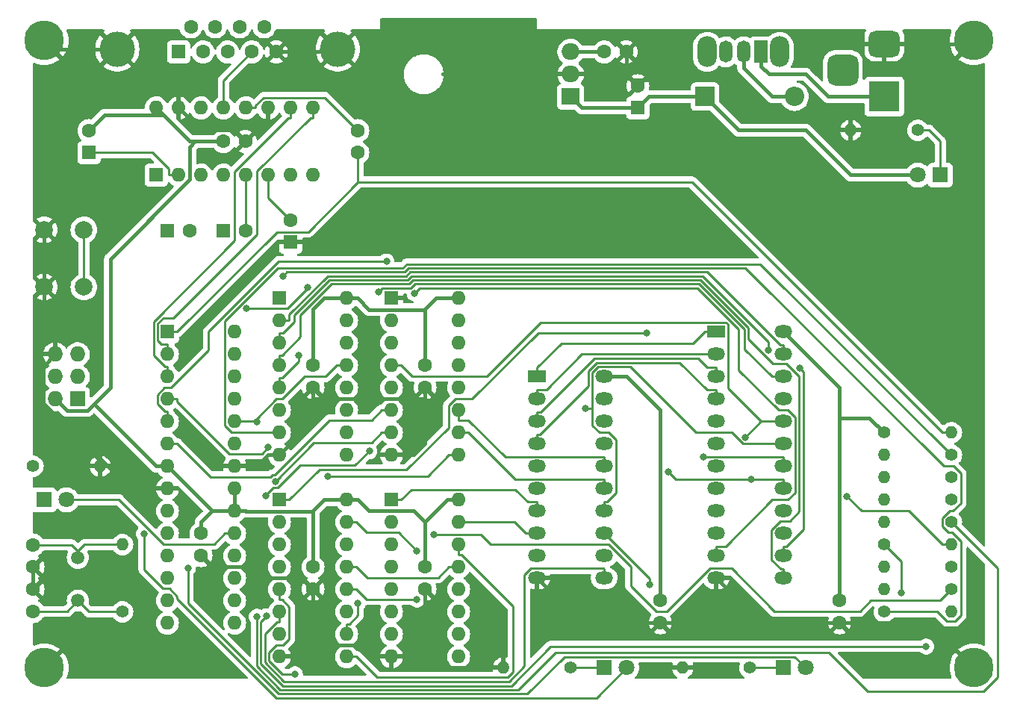
<source format=gbr>
G04 #@! TF.GenerationSoftware,KiCad,Pcbnew,7.0.7*
G04 #@! TF.CreationDate,2023-10-03T16:10:38+02:00*
G04 #@! TF.ProjectId,DuPal_DIP,44755061-6c5f-4444-9950-2e6b69636164,rev?*
G04 #@! TF.SameCoordinates,Original*
G04 #@! TF.FileFunction,Copper,L1,Top*
G04 #@! TF.FilePolarity,Positive*
%FSLAX46Y46*%
G04 Gerber Fmt 4.6, Leading zero omitted, Abs format (unit mm)*
G04 Created by KiCad (PCBNEW 7.0.7) date 2023-10-03 16:10:38*
%MOMM*%
%LPD*%
G01*
G04 APERTURE LIST*
G04 Aperture macros list*
%AMRoundRect*
0 Rectangle with rounded corners*
0 $1 Rounding radius*
0 $2 $3 $4 $5 $6 $7 $8 $9 X,Y pos of 4 corners*
0 Add a 4 corners polygon primitive as box body*
4,1,4,$2,$3,$4,$5,$6,$7,$8,$9,$2,$3,0*
0 Add four circle primitives for the rounded corners*
1,1,$1+$1,$2,$3*
1,1,$1+$1,$4,$5*
1,1,$1+$1,$6,$7*
1,1,$1+$1,$8,$9*
0 Add four rect primitives between the rounded corners*
20,1,$1+$1,$2,$3,$4,$5,0*
20,1,$1+$1,$4,$5,$6,$7,0*
20,1,$1+$1,$6,$7,$8,$9,0*
20,1,$1+$1,$8,$9,$2,$3,0*%
G04 Aperture macros list end*
G04 #@! TA.AperFunction,ComponentPad*
%ADD10C,1.600000*%
G04 #@! TD*
G04 #@! TA.AperFunction,ComponentPad*
%ADD11R,1.600000X1.600000*%
G04 #@! TD*
G04 #@! TA.AperFunction,ComponentPad*
%ADD12R,1.800000X1.800000*%
G04 #@! TD*
G04 #@! TA.AperFunction,ComponentPad*
%ADD13C,1.800000*%
G04 #@! TD*
G04 #@! TA.AperFunction,ComponentPad*
%ADD14R,2.200000X2.200000*%
G04 #@! TD*
G04 #@! TA.AperFunction,ComponentPad*
%ADD15O,2.200000X2.200000*%
G04 #@! TD*
G04 #@! TA.AperFunction,ComponentPad*
%ADD16R,1.727200X1.727200*%
G04 #@! TD*
G04 #@! TA.AperFunction,ComponentPad*
%ADD17O,1.727200X1.727200*%
G04 #@! TD*
G04 #@! TA.AperFunction,ComponentPad*
%ADD18C,4.000000*%
G04 #@! TD*
G04 #@! TA.AperFunction,ComponentPad*
%ADD19R,3.500000X3.500000*%
G04 #@! TD*
G04 #@! TA.AperFunction,ComponentPad*
%ADD20RoundRect,0.750000X-1.000000X0.750000X-1.000000X-0.750000X1.000000X-0.750000X1.000000X0.750000X0*%
G04 #@! TD*
G04 #@! TA.AperFunction,ComponentPad*
%ADD21RoundRect,0.875000X-0.875000X0.875000X-0.875000X-0.875000X0.875000X-0.875000X0.875000X0.875000X0*%
G04 #@! TD*
G04 #@! TA.AperFunction,ComponentPad*
%ADD22C,1.400000*%
G04 #@! TD*
G04 #@! TA.AperFunction,ComponentPad*
%ADD23O,1.400000X1.400000*%
G04 #@! TD*
G04 #@! TA.AperFunction,ComponentPad*
%ADD24C,2.000000*%
G04 #@! TD*
G04 #@! TA.AperFunction,ComponentPad*
%ADD25O,2.200000X3.500000*%
G04 #@! TD*
G04 #@! TA.AperFunction,ComponentPad*
%ADD26R,1.500000X2.500000*%
G04 #@! TD*
G04 #@! TA.AperFunction,ComponentPad*
%ADD27O,1.500000X2.500000*%
G04 #@! TD*
G04 #@! TA.AperFunction,ComponentPad*
%ADD28O,1.600000X1.600000*%
G04 #@! TD*
G04 #@! TA.AperFunction,ComponentPad*
%ADD29R,2.000000X1.440000*%
G04 #@! TD*
G04 #@! TA.AperFunction,ComponentPad*
%ADD30O,2.000000X1.440000*%
G04 #@! TD*
G04 #@! TA.AperFunction,ComponentPad*
%ADD31R,2.000000X1.905000*%
G04 #@! TD*
G04 #@! TA.AperFunction,ComponentPad*
%ADD32O,2.000000X1.905000*%
G04 #@! TD*
G04 #@! TA.AperFunction,ComponentPad*
%ADD33C,1.500000*%
G04 #@! TD*
G04 #@! TA.AperFunction,ComponentPad*
%ADD34C,4.500000*%
G04 #@! TD*
G04 #@! TA.AperFunction,ViaPad*
%ADD35C,0.800000*%
G04 #@! TD*
G04 #@! TA.AperFunction,Conductor*
%ADD36C,0.250000*%
G04 #@! TD*
G04 #@! TA.AperFunction,Conductor*
%ADD37C,0.400000*%
G04 #@! TD*
G04 APERTURE END LIST*
D10*
X93980000Y-118110000D03*
X93980000Y-115610000D03*
X93980000Y-120650000D03*
X93980000Y-123150000D03*
X130810000Y-71120000D03*
X130810000Y-68620000D03*
D11*
X109220000Y-80010000D03*
D10*
X111720000Y-80010000D03*
D11*
X115570000Y-80010000D03*
D10*
X118070000Y-80010000D03*
D11*
X100330000Y-71120000D03*
D10*
X100330000Y-68620000D03*
D11*
X123190000Y-81280000D03*
D10*
X123190000Y-78780000D03*
X125730000Y-95250000D03*
X125730000Y-97750000D03*
X113030000Y-114300000D03*
X113030000Y-116800000D03*
X115570000Y-69850000D03*
X118070000Y-69850000D03*
X125730000Y-118110000D03*
X125730000Y-120610000D03*
X185420000Y-121920000D03*
X185420000Y-124420000D03*
X158750000Y-59690000D03*
X161250000Y-59690000D03*
D11*
X162560000Y-66040000D03*
D10*
X162560000Y-63540000D03*
D12*
X95250000Y-110490000D03*
D13*
X97790000Y-110490000D03*
D12*
X196850000Y-73660000D03*
D13*
X194310000Y-73660000D03*
D14*
X170180000Y-64770000D03*
D15*
X180340000Y-64770000D03*
D16*
X99060000Y-99060000D03*
D17*
X96520000Y-99060000D03*
X99060000Y-96520000D03*
X96520000Y-96520000D03*
X99060000Y-93980000D03*
X96520000Y-93980000D03*
D18*
X128530000Y-59390000D03*
X103530000Y-59390000D03*
D11*
X110490000Y-59690000D03*
D10*
X113260000Y-59690000D03*
X116030000Y-59690000D03*
X118800000Y-59690000D03*
X121570000Y-59690000D03*
X111875000Y-56850000D03*
X114645000Y-56850000D03*
X117415000Y-56850000D03*
X120185000Y-56850000D03*
D19*
X190500000Y-64770000D03*
D20*
X190500000Y-58770000D03*
D21*
X185800000Y-61770000D03*
D22*
X198120000Y-107950000D03*
D23*
X190500000Y-107950000D03*
D22*
X198120000Y-110490000D03*
D23*
X190500000Y-110490000D03*
D22*
X198120000Y-113030000D03*
D23*
X190500000Y-113030000D03*
D22*
X190500000Y-115570000D03*
D23*
X198120000Y-115570000D03*
D22*
X198120000Y-118110000D03*
D23*
X190500000Y-118110000D03*
D22*
X198120000Y-120650000D03*
D23*
X190500000Y-120650000D03*
D22*
X198120000Y-105410000D03*
D23*
X190500000Y-105410000D03*
D22*
X190500000Y-123190000D03*
D23*
X198120000Y-123190000D03*
D22*
X190500000Y-102870000D03*
D23*
X198120000Y-102870000D03*
D22*
X93980000Y-106680000D03*
D23*
X101600000Y-106680000D03*
D22*
X194310000Y-68580000D03*
D23*
X186690000Y-68580000D03*
D22*
X104140000Y-123190000D03*
D23*
X104140000Y-115570000D03*
D24*
X95250000Y-86360000D03*
X95250000Y-79860000D03*
X99750000Y-86360000D03*
X99750000Y-79860000D03*
D25*
X178630000Y-59690000D03*
X170430000Y-59690000D03*
D26*
X176530000Y-59690000D03*
D27*
X174530000Y-59690000D03*
X172530000Y-59690000D03*
D11*
X109220000Y-91440000D03*
D28*
X109220000Y-93980000D03*
X109220000Y-96520000D03*
X109220000Y-99060000D03*
X109220000Y-101600000D03*
X109220000Y-104140000D03*
X109220000Y-106680000D03*
X109220000Y-109220000D03*
X109220000Y-111760000D03*
X109220000Y-114300000D03*
X109220000Y-116840000D03*
X109220000Y-119380000D03*
X109220000Y-121920000D03*
X109220000Y-124460000D03*
X116840000Y-124460000D03*
X116840000Y-121920000D03*
X116840000Y-119380000D03*
X116840000Y-116840000D03*
X116840000Y-114300000D03*
X116840000Y-111760000D03*
X116840000Y-109220000D03*
X116840000Y-106680000D03*
X116840000Y-104140000D03*
X116840000Y-101600000D03*
X116840000Y-99060000D03*
X116840000Y-96520000D03*
X116840000Y-93980000D03*
X116840000Y-91440000D03*
D11*
X121920000Y-87630000D03*
D28*
X121920000Y-90170000D03*
X121920000Y-92710000D03*
X121920000Y-95250000D03*
X121920000Y-97790000D03*
X121920000Y-100330000D03*
X121920000Y-102870000D03*
X121920000Y-105410000D03*
X129540000Y-105410000D03*
X129540000Y-102870000D03*
X129540000Y-100330000D03*
X129540000Y-97790000D03*
X129540000Y-95250000D03*
X129540000Y-92710000D03*
X129540000Y-90170000D03*
X129540000Y-87630000D03*
D11*
X121920000Y-110490000D03*
D28*
X121920000Y-113030000D03*
X121920000Y-115570000D03*
X121920000Y-118110000D03*
X121920000Y-120650000D03*
X121920000Y-123190000D03*
X121920000Y-125730000D03*
X121920000Y-128270000D03*
X129540000Y-128270000D03*
X129540000Y-125730000D03*
X129540000Y-123190000D03*
X129540000Y-120650000D03*
X129540000Y-118110000D03*
X129540000Y-115570000D03*
X129540000Y-113030000D03*
X129540000Y-110490000D03*
D29*
X151130000Y-96520000D03*
D30*
X151130000Y-99060000D03*
X151130000Y-101600000D03*
X151130000Y-104140000D03*
X151130000Y-106680000D03*
X151130000Y-109220000D03*
X151130000Y-111760000D03*
X151130000Y-114300000D03*
X151130000Y-116840000D03*
X151130000Y-119380000D03*
X158750000Y-119380000D03*
X158750000Y-116840000D03*
X158750000Y-114300000D03*
X158750000Y-111760000D03*
X158750000Y-109220000D03*
X158750000Y-106680000D03*
X158750000Y-104140000D03*
X158750000Y-101600000D03*
X158750000Y-99060000D03*
X158750000Y-96520000D03*
D11*
X107950000Y-73660000D03*
D28*
X110490000Y-73660000D03*
X113030000Y-73660000D03*
X115570000Y-73660000D03*
X118110000Y-73660000D03*
X120650000Y-73660000D03*
X123190000Y-73660000D03*
X125730000Y-73660000D03*
X125730000Y-66040000D03*
X123190000Y-66040000D03*
X120650000Y-66040000D03*
X118110000Y-66040000D03*
X115570000Y-66040000D03*
X113030000Y-66040000D03*
X110490000Y-66040000D03*
X107950000Y-66040000D03*
D31*
X154940000Y-64770000D03*
D32*
X154940000Y-62230000D03*
X154940000Y-59690000D03*
D33*
X99060000Y-121920000D03*
X99060000Y-117040000D03*
D10*
X165100000Y-121920000D03*
X165100000Y-124420000D03*
X138430000Y-118110000D03*
X138430000Y-120610000D03*
X138430000Y-95250000D03*
X138430000Y-97750000D03*
D12*
X158750000Y-129540000D03*
D13*
X161290000Y-129540000D03*
D12*
X179070000Y-129540000D03*
D13*
X181610000Y-129540000D03*
D22*
X154940000Y-129540000D03*
D23*
X147320000Y-129540000D03*
D22*
X175260000Y-129540000D03*
D23*
X167640000Y-129540000D03*
D11*
X134620000Y-87630000D03*
D28*
X134620000Y-90170000D03*
X134620000Y-92710000D03*
X134620000Y-95250000D03*
X134620000Y-97790000D03*
X134620000Y-100330000D03*
X134620000Y-102870000D03*
X134620000Y-105410000D03*
X142240000Y-105410000D03*
X142240000Y-102870000D03*
X142240000Y-100330000D03*
X142240000Y-97790000D03*
X142240000Y-95250000D03*
X142240000Y-92710000D03*
X142240000Y-90170000D03*
X142240000Y-87630000D03*
D11*
X134620000Y-110490000D03*
D28*
X134620000Y-113030000D03*
X134620000Y-115570000D03*
X134620000Y-118110000D03*
X134620000Y-120650000D03*
X134620000Y-123190000D03*
X134620000Y-125730000D03*
X134620000Y-128270000D03*
X142240000Y-128270000D03*
X142240000Y-125730000D03*
X142240000Y-123190000D03*
X142240000Y-120650000D03*
X142240000Y-118110000D03*
X142240000Y-115570000D03*
X142240000Y-113030000D03*
X142240000Y-110490000D03*
D29*
X171450000Y-91440000D03*
D30*
X171450000Y-93980000D03*
X171450000Y-96520000D03*
X171450000Y-99060000D03*
X171450000Y-101600000D03*
X171450000Y-104140000D03*
X171450000Y-106680000D03*
X171450000Y-109220000D03*
X171450000Y-111760000D03*
X171450000Y-114300000D03*
X171450000Y-116840000D03*
X171450000Y-119380000D03*
X179070000Y-119380000D03*
X179070000Y-116840000D03*
X179070000Y-114300000D03*
X179070000Y-111760000D03*
X179070000Y-109220000D03*
X179070000Y-106680000D03*
X179070000Y-104140000D03*
X179070000Y-101600000D03*
X179070000Y-99060000D03*
X179070000Y-96520000D03*
X179070000Y-93980000D03*
X179070000Y-91440000D03*
D34*
X95250000Y-58420000D03*
X200660000Y-58420000D03*
X95250000Y-129540000D03*
X200660000Y-129540000D03*
D35*
X106568400Y-114346900D03*
X111546300Y-118204300D03*
X123676300Y-130277800D03*
X120436700Y-123689500D03*
X195253500Y-127123700D03*
X175438500Y-108174700D03*
X165982300Y-107337800D03*
X119352800Y-123731400D03*
X169967200Y-105634700D03*
X186279100Y-110069800D03*
X192419000Y-121033600D03*
X156575000Y-100086700D03*
X163573300Y-91556900D03*
X163876400Y-120128900D03*
X174757200Y-103389300D03*
X139388700Y-114444600D03*
X137523700Y-116253200D03*
X133148200Y-86882500D03*
X122309800Y-85103500D03*
X120370600Y-110064700D03*
X132111400Y-104970600D03*
X125100500Y-86404700D03*
X118212100Y-88755400D03*
X121437800Y-108384800D03*
X119352800Y-101661700D03*
X137522700Y-121785400D03*
X134054200Y-83471100D03*
X120667000Y-104530000D03*
X127387300Y-107810700D03*
X130812000Y-122232700D03*
X124082300Y-94133800D03*
X137241400Y-87066000D03*
X180914600Y-95544800D03*
X177360400Y-93495600D03*
D36*
X103114700Y-115570000D02*
X99815000Y-115570000D01*
X98345000Y-115610000D02*
X99060000Y-116325000D01*
X99815000Y-115570000D02*
X99060000Y-116325000D01*
X93980000Y-115610000D02*
X98345000Y-115610000D01*
X104140000Y-115570000D02*
X103114700Y-115570000D01*
X99060000Y-116325000D02*
X99060000Y-117040000D01*
D37*
X176490000Y-124420000D02*
X171450000Y-119380000D01*
X134620000Y-128270000D02*
X133369700Y-128270000D01*
X119399700Y-106680000D02*
X118090300Y-106680000D01*
X120610000Y-67310000D02*
X120610000Y-66080000D01*
X154940000Y-62230000D02*
X140480001Y-62230000D01*
X125730000Y-126980400D02*
X132080100Y-126980400D01*
X195540000Y-124420000D02*
X185420000Y-124420000D01*
X165100000Y-124420000D02*
X156170000Y-124420000D01*
X138430000Y-120610000D02*
X138430000Y-126980400D01*
X125730000Y-101600000D02*
X121920000Y-105410000D01*
X121920000Y-105410000D02*
X120669700Y-105410000D01*
X120610000Y-66080000D02*
X120650000Y-66040000D01*
X138430000Y-99060000D02*
X138430000Y-104140000D01*
X95250000Y-91396100D02*
X95250000Y-86360000D01*
X120669700Y-105410000D02*
X119399700Y-106680000D01*
X138430000Y-104140000D02*
X137160000Y-105410000D01*
X140989600Y-129540000D02*
X147320000Y-129540000D01*
X186690000Y-68580000D02*
X185539700Y-68580000D01*
X162560000Y-63540000D02*
X161905000Y-62885000D01*
X125730000Y-120610000D02*
X125730000Y-126980400D01*
X138430000Y-99060000D02*
X125730000Y-99060000D01*
X173632900Y-62885000D02*
X177718300Y-66970400D01*
X118070000Y-69850000D02*
X116800000Y-68580000D01*
X125730000Y-97750000D02*
X125730000Y-99060000D01*
X132080100Y-126980400D02*
X133369700Y-128270000D01*
X161250000Y-59690000D02*
X161250000Y-62230000D01*
X116840000Y-106680000D02*
X118090300Y-106680000D01*
X116800000Y-68580000D02*
X113030000Y-68580000D01*
X96520000Y-93980000D02*
X96520000Y-92666100D01*
X113030000Y-116800000D02*
X114340000Y-118110000D01*
X138430000Y-127000000D02*
X137160000Y-128270000D01*
X138430000Y-126980400D02*
X140989600Y-129540000D01*
X121570000Y-59690000D02*
X128230000Y-59690000D01*
X96520000Y-93980000D02*
X95132900Y-95367100D01*
X161905000Y-62885000D02*
X173632900Y-62885000D01*
X156170000Y-124420000D02*
X151130000Y-119380000D01*
X101600000Y-105799000D02*
X105021000Y-109220000D01*
X185420000Y-124420000D02*
X176490000Y-124420000D01*
X101600000Y-106680000D02*
X101600000Y-105799000D01*
X125730000Y-126980400D02*
X125730000Y-127000000D01*
X183930100Y-66970400D02*
X185539700Y-68580000D01*
X113030000Y-68580000D02*
X110490000Y-66040000D01*
X200310000Y-58770000D02*
X200660000Y-58420000D01*
X125730000Y-99060000D02*
X125730000Y-101600000D01*
X161905000Y-62885000D02*
X161250000Y-62230000D01*
X118400600Y-118110000D02*
X119670600Y-119380000D01*
X171450000Y-119380000D02*
X171450000Y-120550300D01*
X101367900Y-105799000D02*
X101600000Y-105799000D01*
X177718300Y-66970400D02*
X183930100Y-66970400D01*
X128230000Y-59690000D02*
X128530000Y-59390000D01*
X95132900Y-99564000D02*
X101367900Y-105799000D01*
X124460000Y-128270000D02*
X121920000Y-128270000D01*
X105021000Y-109220000D02*
X107969700Y-109220000D01*
X114340000Y-118110000D02*
X118400600Y-118110000D01*
X109220000Y-109220000D02*
X107969700Y-109220000D01*
X161250000Y-62230000D02*
X154940000Y-62230000D01*
X137160000Y-128270000D02*
X134620000Y-128270000D01*
X103530000Y-59390000D02*
X96220000Y-59390000D01*
X125730000Y-127000000D02*
X124460000Y-128270000D01*
X93980000Y-120650000D02*
X93980000Y-118110000D01*
X119670600Y-119380000D02*
X124500000Y-119380000D01*
X95132900Y-95367100D02*
X95132900Y-99564000D01*
X138430000Y-97750000D02*
X138430000Y-99060000D01*
X95250000Y-79860000D02*
X95250000Y-86360000D01*
X118070000Y-69850000D02*
X120610000Y-67310000D01*
X138430000Y-126980400D02*
X138430000Y-127000000D01*
X96220000Y-59390000D02*
X95250000Y-58420000D01*
X190500000Y-58770000D02*
X200310000Y-58770000D01*
X165100000Y-124420000D02*
X167580300Y-124420000D01*
X96520000Y-92666100D02*
X95250000Y-91396100D01*
X124500000Y-119380000D02*
X125730000Y-120610000D01*
X167580300Y-124420000D02*
X171450000Y-120550300D01*
X137160000Y-105410000D02*
X134620000Y-105410000D01*
X200660000Y-129540000D02*
X195540000Y-124420000D01*
D36*
X100330000Y-123190000D02*
X99060000Y-121920000D01*
X93980000Y-123150000D02*
X97830000Y-123150000D01*
X104140000Y-123190000D02*
X100330000Y-123190000D01*
X97830000Y-123150000D02*
X99060000Y-121920000D01*
X118110000Y-66040000D02*
X119235300Y-66040000D01*
X120136800Y-64857200D02*
X119235300Y-65758700D01*
X119235300Y-65758700D02*
X119235300Y-66040000D01*
X127047200Y-64857200D02*
X120136800Y-64857200D01*
X130810000Y-68620000D02*
X127047200Y-64857200D01*
X109220000Y-91440000D02*
X110345300Y-91440000D01*
X168687800Y-74463100D02*
X197094700Y-102870000D01*
X130810000Y-74463100D02*
X168687800Y-74463100D01*
X125168500Y-80104600D02*
X130810000Y-74463100D01*
X99750000Y-79860000D02*
X99750000Y-86360000D01*
X198120000Y-102870000D02*
X197094700Y-102870000D01*
X130810000Y-74463100D02*
X130810000Y-71120000D01*
X110345300Y-91440000D02*
X121680700Y-80104600D01*
X121680700Y-80104600D02*
X125168500Y-80104600D01*
X118110000Y-74785300D02*
X118070000Y-74825300D01*
X118110000Y-73660000D02*
X118110000Y-74785300D01*
X118070000Y-74825300D02*
X118070000Y-80010000D01*
D37*
X111760000Y-74161800D02*
X102747200Y-83174600D01*
X138430000Y-88919600D02*
X138430000Y-88900000D01*
X129540000Y-110490000D02*
X130790300Y-110490000D01*
X114300000Y-111760000D02*
X109220000Y-106680000D01*
X185420000Y-97790000D02*
X179070000Y-91440000D01*
X165100000Y-100330000D02*
X161290000Y-96520000D01*
X108757400Y-66847400D02*
X102102600Y-66847400D01*
X185420000Y-101187400D02*
X188817400Y-101187400D01*
X112375900Y-69850000D02*
X111760000Y-69850000D01*
X138430000Y-88919600D02*
X132079900Y-88919600D01*
X138430000Y-118110000D02*
X138430000Y-113030000D01*
X102102600Y-66847400D02*
X100330000Y-68620000D01*
X112375900Y-69850000D02*
X111760000Y-70465900D01*
X127000000Y-110490000D02*
X129540000Y-110490000D01*
X138430000Y-88900000D02*
X139700000Y-87630000D01*
X100890400Y-99600700D02*
X100117100Y-100374000D01*
X185420000Y-121920000D02*
X185420000Y-101187400D01*
X116840000Y-111760000D02*
X116840000Y-109220000D01*
X125730000Y-111779600D02*
X125730000Y-111760000D01*
X140970000Y-110490000D02*
X142240000Y-110490000D01*
X111760000Y-70465900D02*
X111760000Y-74161800D01*
X97834000Y-100374000D02*
X96520000Y-99060000D01*
X115570000Y-69850000D02*
X112375900Y-69850000D01*
X125730000Y-111760000D02*
X127000000Y-110490000D01*
X113030000Y-114300000D02*
X113030000Y-113030000D01*
X125730000Y-118110000D02*
X125730000Y-111779600D01*
X139700000Y-87630000D02*
X142240000Y-87630000D01*
X125730000Y-95250000D02*
X125730000Y-88900000D01*
X185420000Y-101187400D02*
X185420000Y-97790000D01*
X116840000Y-111760000D02*
X118090300Y-111760000D01*
X137140300Y-111740300D02*
X138430000Y-113030000D01*
X102747200Y-83174600D02*
X102747200Y-97743900D01*
X130790300Y-110490000D02*
X132040600Y-111740300D01*
X125730000Y-88900000D02*
X127000000Y-87630000D01*
X129540000Y-87630000D02*
X130790300Y-87630000D01*
X102747200Y-97743900D02*
X100890400Y-99600700D01*
X188817400Y-101187400D02*
X190500000Y-102870000D01*
X132040600Y-111740300D02*
X137140300Y-111740300D01*
X114300000Y-111760000D02*
X116840000Y-111760000D01*
X113030000Y-113030000D02*
X114300000Y-111760000D01*
X158750000Y-59690000D02*
X154940000Y-59690000D01*
X118109900Y-111779600D02*
X118090300Y-111760000D01*
X161290000Y-96520000D02*
X158750000Y-96520000D01*
X108757400Y-66847400D02*
X107950000Y-66040000D01*
X125730000Y-111779600D02*
X118109900Y-111779600D01*
X111760000Y-69850000D02*
X108757400Y-66847400D01*
X109220000Y-106680000D02*
X107969700Y-106680000D01*
X100890400Y-99600700D02*
X107969700Y-106680000D01*
X127000000Y-87630000D02*
X129540000Y-87630000D01*
X138430000Y-113030000D02*
X140970000Y-110490000D01*
X165100000Y-121920000D02*
X165100000Y-100330000D01*
X100117100Y-100374000D02*
X97834000Y-100374000D01*
X138430000Y-95250000D02*
X138430000Y-88919600D01*
X132079900Y-88919600D02*
X130790300Y-87630000D01*
D36*
X109364700Y-72956700D02*
X109364700Y-73660000D01*
X110490000Y-73660000D02*
X109364700Y-73660000D01*
X100330000Y-71120000D02*
X107528000Y-71120000D01*
X107528000Y-71120000D02*
X109364700Y-72956700D01*
X120650000Y-76240000D02*
X120650000Y-73660000D01*
X123190000Y-78780000D02*
X120650000Y-76240000D01*
D37*
X186690000Y-73660000D02*
X181610000Y-68580000D01*
X156210000Y-66040000D02*
X154940000Y-64770000D01*
X162560000Y-66040000D02*
X156210000Y-66040000D01*
X181610000Y-68580000D02*
X173990000Y-68580000D01*
X170180000Y-64770000D02*
X163830000Y-64770000D01*
X163830000Y-64770000D02*
X162560000Y-66040000D01*
X173990000Y-68580000D02*
X170180000Y-64770000D01*
X194310000Y-73660000D02*
X186690000Y-73660000D01*
D36*
X103737300Y-110490000D02*
X97790000Y-110490000D01*
X116840000Y-114300000D02*
X115714700Y-114300000D01*
X115714700Y-114300000D02*
X114515000Y-115499700D01*
X108747000Y-115499700D02*
X103737300Y-110490000D01*
X114515000Y-115499700D02*
X108747000Y-115499700D01*
X196850000Y-69850000D02*
X196850000Y-73660000D01*
X194310000Y-68580000D02*
X195580000Y-68580000D01*
X195580000Y-68580000D02*
X196850000Y-69850000D01*
D37*
X174530000Y-61500000D02*
X177800000Y-64770000D01*
X177800000Y-64770000D02*
X180340000Y-64770000D01*
X174530000Y-59690000D02*
X174530000Y-61500000D01*
D36*
X118800000Y-59690000D02*
X115570000Y-62920000D01*
X115570000Y-62920000D02*
X115570000Y-66040000D01*
D37*
X177420000Y-62230000D02*
X176530000Y-61340000D01*
X181610000Y-62230000D02*
X177420000Y-62230000D01*
X176530000Y-61340000D02*
X176530000Y-59690000D01*
X190500000Y-64770000D02*
X184150000Y-64770000D01*
X184150000Y-64770000D02*
X181610000Y-62230000D01*
D36*
X123190000Y-66040000D02*
X123190000Y-67165300D01*
X116840000Y-81109100D02*
X107644300Y-90304800D01*
X122954700Y-67165300D02*
X116840000Y-73280000D01*
X109220000Y-96520000D02*
X109220000Y-95394700D01*
X108938700Y-95394700D02*
X109220000Y-95394700D01*
X116840000Y-73280000D02*
X116840000Y-81109100D01*
X107644300Y-94100300D02*
X108938700Y-95394700D01*
X107644300Y-90304800D02*
X107644300Y-94100300D01*
X123190000Y-67165300D02*
X122954700Y-67165300D01*
X109889800Y-89841400D02*
X119380000Y-80351200D01*
X119380000Y-80351200D02*
X119380000Y-73234000D01*
X119380000Y-73234000D02*
X125448700Y-67165300D01*
X108744600Y-89841400D02*
X109889800Y-89841400D01*
X109220000Y-93980000D02*
X109220000Y-92854700D01*
X108094600Y-90491400D02*
X108744600Y-89841400D01*
X125730000Y-66040000D02*
X125730000Y-67165300D01*
X109220000Y-92854700D02*
X108516700Y-92854700D01*
X108516700Y-92854700D02*
X108094600Y-92432600D01*
X108094600Y-92432600D02*
X108094600Y-90491400D01*
X125448700Y-67165300D02*
X125730000Y-67165300D01*
X110345400Y-121428900D02*
X110345400Y-121703700D01*
X108706500Y-120505400D02*
X109421900Y-120505400D01*
X109421900Y-120505400D02*
X110345400Y-121428900D01*
X106568400Y-118367300D02*
X108706500Y-120505400D01*
X106568400Y-114346900D02*
X106568400Y-118367300D01*
X110345400Y-121703700D02*
X121586000Y-132944300D01*
X121586000Y-132944300D02*
X157885700Y-132944300D01*
X157885700Y-132944300D02*
X161290000Y-129540000D01*
X158750000Y-129540000D02*
X154940000Y-129540000D01*
X180362100Y-128292100D02*
X154240500Y-128292100D01*
X111546300Y-122197000D02*
X111546300Y-118204300D01*
X150043600Y-132489000D02*
X121838300Y-132489000D01*
X181610000Y-129540000D02*
X180362100Y-128292100D01*
X154240500Y-128292100D02*
X150043600Y-132489000D01*
X121838300Y-132489000D02*
X111546300Y-122197000D01*
X179070000Y-129540000D02*
X175260000Y-129540000D01*
X122257500Y-130277800D02*
X120722300Y-128742600D01*
X122201400Y-121775300D02*
X121920000Y-121775300D01*
X120722300Y-127783500D02*
X121541100Y-126964700D01*
X123045300Y-122619200D02*
X122201400Y-121775300D01*
X121541100Y-126964700D02*
X122358100Y-126964700D01*
X123676300Y-130277800D02*
X122257500Y-130277800D01*
X122358100Y-126964700D02*
X123045300Y-126277500D01*
X121920000Y-120650000D02*
X121920000Y-121775300D01*
X123045300Y-126277500D02*
X123045300Y-122619200D01*
X120722300Y-128742600D02*
X120722300Y-127783500D01*
X122287300Y-131588300D02*
X148204800Y-131588300D01*
X119803200Y-129104200D02*
X122287300Y-131588300D01*
X120436700Y-123689500D02*
X119803200Y-124323000D01*
X152669400Y-127123700D02*
X195253500Y-127123700D01*
X148204800Y-131588300D02*
X152669400Y-127123700D01*
X119803200Y-124323000D02*
X119803200Y-129104200D01*
X143365200Y-101455300D02*
X147544600Y-105634700D01*
X142240000Y-100330000D02*
X142240000Y-101455300D01*
X179070000Y-109220000D02*
X179070000Y-108174700D01*
X175438500Y-108174700D02*
X166819200Y-108174700D01*
X158750000Y-106680000D02*
X158750000Y-105634700D01*
X147544600Y-105634700D02*
X158750000Y-105634700D01*
X166819200Y-108174700D02*
X165982300Y-107337800D01*
X142240000Y-101455300D02*
X143365200Y-101455300D01*
X179070000Y-108174700D02*
X175438500Y-108174700D01*
X149028100Y-132038700D02*
X153239600Y-127827200D01*
X119352800Y-129366600D02*
X122024900Y-132038700D01*
X119352800Y-123731400D02*
X119352800Y-129366600D01*
X184234400Y-127827200D02*
X188591900Y-132184700D01*
X122024900Y-132038700D02*
X149028100Y-132038700D01*
X188591900Y-132184700D02*
X201728000Y-132184700D01*
X203327500Y-118237500D02*
X198120000Y-113030000D01*
X201728000Y-132184700D02*
X203327500Y-130585200D01*
X153239600Y-127827200D02*
X184234400Y-127827200D01*
X203327500Y-130585200D02*
X203327500Y-118237500D01*
X158750000Y-109220000D02*
X158750000Y-108174700D01*
X158750000Y-108174700D02*
X148670000Y-108174700D01*
X193284700Y-111760000D02*
X187969300Y-111760000D01*
X179070000Y-106680000D02*
X179070000Y-105634700D01*
X198120000Y-115570000D02*
X197094700Y-115570000D01*
X142240000Y-102870000D02*
X143365300Y-102870000D01*
X197094700Y-115570000D02*
X193284700Y-111760000D01*
X169967200Y-105634700D02*
X179070000Y-105634700D01*
X148670000Y-108174700D02*
X143365300Y-102870000D01*
X187969300Y-111760000D02*
X186279100Y-110069800D01*
X190500000Y-115570000D02*
X192419000Y-117489000D01*
X192419000Y-117489000D02*
X192419000Y-121033600D01*
X158197400Y-102870000D02*
X157373400Y-102046000D01*
X160075400Y-103689900D02*
X159255500Y-102870000D01*
X173212200Y-102870000D02*
X174482200Y-104140000D01*
X158750000Y-111760000D02*
X158750000Y-110714700D01*
X161703800Y-95387400D02*
X169186400Y-102870000D01*
X158750000Y-110714700D02*
X159044000Y-110714700D01*
X157373400Y-100086700D02*
X156575000Y-100086700D01*
X158032400Y-95387400D02*
X161703800Y-95387400D01*
X157373400Y-96046400D02*
X158032400Y-95387400D01*
X174482200Y-104140000D02*
X177744700Y-104140000D01*
X159044000Y-110714700D02*
X160075400Y-109683300D01*
X160075400Y-109683300D02*
X160075400Y-103689900D01*
X169186400Y-102870000D02*
X173212200Y-102870000D01*
X159255500Y-102870000D02*
X158197400Y-102870000D01*
X157373400Y-100086700D02*
X157373400Y-96046400D01*
X157373400Y-102046000D02*
X157373400Y-100086700D01*
X179070000Y-104140000D02*
X177744700Y-104140000D01*
X143738300Y-99060000D02*
X141852500Y-99060000D01*
X141114600Y-99797900D02*
X141114600Y-102288000D01*
X141852500Y-99060000D02*
X141114600Y-99797900D01*
X151241400Y-91556900D02*
X143738300Y-99060000D01*
X136317300Y-107085300D02*
X126450000Y-107085300D01*
X141114600Y-102288000D02*
X136317300Y-107085300D01*
X163573300Y-91556900D02*
X151241400Y-91556900D01*
X121920000Y-110490000D02*
X123045300Y-110490000D01*
X126450000Y-107085300D02*
X123045300Y-110490000D01*
X163876400Y-119426400D02*
X163876400Y-120128900D01*
X176546500Y-101600000D02*
X172775300Y-97828800D01*
X158750000Y-114300000D02*
X163876400Y-119426400D01*
X172775300Y-97828800D02*
X172775300Y-90585200D01*
X134620000Y-95250000D02*
X135745300Y-95250000D01*
X172775300Y-90585200D02*
X172572000Y-90381900D01*
X176546500Y-101600000D02*
X174757200Y-103389300D01*
X176546500Y-101600000D02*
X179070000Y-101600000D01*
X145436500Y-96449700D02*
X136945000Y-96449700D01*
X136945000Y-96449700D02*
X135745300Y-95250000D01*
X151504300Y-90381900D02*
X145436500Y-96449700D01*
X172572000Y-90381900D02*
X151504300Y-90381900D01*
X131790600Y-114155300D02*
X135425800Y-114155300D01*
X145905400Y-115570000D02*
X159240600Y-115570000D01*
X129540000Y-113030000D02*
X130665300Y-113030000D01*
X135425800Y-114155300D02*
X137523700Y-116253200D01*
X144780000Y-114444600D02*
X145905400Y-115570000D01*
X161752900Y-118082300D02*
X161752900Y-120242400D01*
X188932200Y-121920000D02*
X196850000Y-121920000D01*
X187741000Y-123111200D02*
X188932200Y-121920000D01*
X130665300Y-113030000D02*
X131790600Y-114155300D01*
X173220400Y-118268700D02*
X178062900Y-123111200D01*
X170714500Y-118268700D02*
X173220400Y-118268700D01*
X139388700Y-114444600D02*
X144780000Y-114444600D01*
X164628200Y-123117700D02*
X165865500Y-123117700D01*
X165865500Y-123117700D02*
X170714500Y-118268700D01*
X159240600Y-115570000D02*
X161752900Y-118082300D01*
X178062900Y-123111200D02*
X187741000Y-123111200D01*
X161752900Y-120242400D02*
X164628200Y-123117700D01*
X196850000Y-121920000D02*
X198120000Y-120650000D01*
X136344400Y-83752800D02*
X135900800Y-84196400D01*
X198120000Y-105410000D02*
X176462800Y-83752800D01*
X121745400Y-84196400D02*
X115702600Y-90239200D01*
X115702600Y-102061400D02*
X116511200Y-102870000D01*
X115702600Y-90239200D02*
X115702600Y-102061400D01*
X116511200Y-102870000D02*
X121920000Y-102870000D01*
X176462800Y-83752800D02*
X136344400Y-83752800D01*
X135900800Y-84196400D02*
X121745400Y-84196400D01*
X136827100Y-86454600D02*
X133576100Y-86454600D01*
X177744700Y-96520000D02*
X174655300Y-93430600D01*
X169479600Y-86004300D02*
X137277400Y-86004300D01*
X179070000Y-96520000D02*
X177744700Y-96520000D01*
X174655300Y-91180000D02*
X169479600Y-86004300D01*
X174655300Y-93430600D02*
X174655300Y-91180000D01*
X137277400Y-86004300D02*
X136827100Y-86454600D01*
X133576100Y-86454600D02*
X133148200Y-86882500D01*
X197223500Y-106680000D02*
X174746600Y-84203100D01*
X136531000Y-84203100D02*
X136087400Y-84646700D01*
X197925800Y-111760000D02*
X198307000Y-111760000D01*
X199179700Y-107513700D02*
X198346000Y-106680000D01*
X196519900Y-123190000D02*
X197563600Y-124233700D01*
X198346000Y-106680000D02*
X197223500Y-106680000D01*
X198168800Y-114139800D02*
X197765900Y-114139800D01*
X197765900Y-114139800D02*
X197094600Y-113468500D01*
X190500000Y-123190000D02*
X196519900Y-123190000D01*
X136087400Y-84646700D02*
X122766600Y-84646700D01*
X198307000Y-111760000D02*
X199179700Y-110887300D01*
X199179700Y-110887300D02*
X199179700Y-107513700D01*
X174746600Y-84203100D02*
X136531000Y-84203100D01*
X198526500Y-124233700D02*
X199186100Y-123574100D01*
X199186100Y-115157100D02*
X198168800Y-114139800D01*
X197094600Y-112591200D02*
X197925800Y-111760000D01*
X122766600Y-84646700D02*
X122309800Y-85103500D01*
X199186100Y-123574100D02*
X199186100Y-115157100D01*
X197094600Y-113468500D02*
X197094600Y-112591200D01*
X197563600Y-124233700D02*
X198526500Y-124233700D01*
X120370700Y-109938300D02*
X121198900Y-109110100D01*
X130490000Y-106592000D02*
X132111400Y-104970600D01*
X120370700Y-110064700D02*
X120370700Y-109938300D01*
X121198900Y-109110100D02*
X121738300Y-109110100D01*
X120370600Y-110064700D02*
X120370700Y-110064700D01*
X124256400Y-106592000D02*
X130490000Y-106592000D01*
X121738300Y-109110100D02*
X124256400Y-106592000D01*
X118212100Y-88755400D02*
X122858900Y-88755400D01*
X125100500Y-86513800D02*
X125100500Y-86404700D01*
X122858900Y-88755400D02*
X125100500Y-86513800D01*
X121437800Y-108384800D02*
X125827300Y-103995300D01*
X125827300Y-103995300D02*
X132369400Y-103995300D01*
X134620000Y-102870000D02*
X133494700Y-102870000D01*
X132369400Y-103995300D02*
X133494700Y-102870000D01*
X119352800Y-101600000D02*
X117965300Y-101600000D01*
X129540000Y-118110000D02*
X130665300Y-118110000D01*
X121591200Y-99060000D02*
X119352800Y-101298400D01*
X119352800Y-101600000D02*
X119352800Y-101661700D01*
X129540000Y-95250000D02*
X128414700Y-95250000D01*
X127164700Y-96500000D02*
X124811300Y-96500000D01*
X142240000Y-118110000D02*
X141114700Y-118110000D01*
X128414700Y-95250000D02*
X127164700Y-96500000D01*
X122251300Y-99060000D02*
X121591200Y-99060000D01*
X139921000Y-119303700D02*
X141114700Y-118110000D01*
X119352800Y-101298400D02*
X119352800Y-101600000D01*
X131859000Y-119303700D02*
X139921000Y-119303700D01*
X130665300Y-118110000D02*
X131859000Y-119303700D01*
X124811300Y-96500000D02*
X122251300Y-99060000D01*
X116840000Y-101600000D02*
X117965300Y-101600000D01*
X129540000Y-120650000D02*
X130665300Y-120650000D01*
X131800700Y-121785400D02*
X137522700Y-121785400D01*
X130665300Y-120650000D02*
X131800700Y-121785400D01*
X120925100Y-107871800D02*
X114077100Y-107871800D01*
X132369400Y-101455300D02*
X127579900Y-101455300D01*
X133494700Y-100330000D02*
X132369400Y-101455300D01*
X114077100Y-107871800D02*
X110345300Y-104140000D01*
X121137400Y-107659500D02*
X120925100Y-107871800D01*
X127579900Y-101455300D02*
X121375700Y-107659500D01*
X109220000Y-104140000D02*
X110345300Y-104140000D01*
X134620000Y-100330000D02*
X133494700Y-100330000D01*
X121375700Y-107659500D02*
X121137400Y-107659500D01*
X109614700Y-97790000D02*
X108884100Y-97790000D01*
X108884100Y-97790000D02*
X108068900Y-98605200D01*
X121833800Y-83471100D02*
X113899200Y-91405700D01*
X113899200Y-93505500D02*
X109614700Y-97790000D01*
X108938700Y-100474700D02*
X109220000Y-100474700D01*
X113899200Y-91405700D02*
X113899200Y-93505500D01*
X108068900Y-98605200D02*
X108068900Y-99604900D01*
X134054200Y-83471100D02*
X121833800Y-83471100D01*
X108068900Y-99604900D02*
X108938700Y-100474700D01*
X109220000Y-101600000D02*
X109220000Y-100474700D01*
X141114700Y-105410000D02*
X138714000Y-107810700D01*
X109220000Y-99060000D02*
X110345300Y-99060000D01*
X116272900Y-105268900D02*
X119928100Y-105268900D01*
X110345300Y-99341300D02*
X116272900Y-105268900D01*
X110345300Y-99060000D02*
X110345300Y-99341300D01*
X138714000Y-107810700D02*
X127387300Y-107810700D01*
X119928100Y-105268900D02*
X120667000Y-104530000D01*
X142240000Y-105410000D02*
X141114700Y-105410000D01*
X129821300Y-124604700D02*
X130812000Y-123614000D01*
X129540000Y-125730000D02*
X129540000Y-124604700D01*
X129540000Y-124604700D02*
X129821300Y-124604700D01*
X130812000Y-123614000D02*
X130812000Y-122232700D01*
X178548100Y-100330000D02*
X179561800Y-100330000D01*
X179561800Y-100330000D02*
X180395300Y-101163500D01*
X180395300Y-101163500D02*
X180395300Y-109662400D01*
X179567700Y-110490000D02*
X177800000Y-110490000D01*
X173979900Y-91141600D02*
X173979900Y-95761800D01*
X173979900Y-95761800D02*
X178548100Y-100330000D01*
X172495300Y-115794700D02*
X171450000Y-115794700D01*
X177800000Y-110490000D02*
X172495300Y-115794700D01*
X171450000Y-116840000D02*
X171450000Y-115794700D01*
X137241400Y-87066000D02*
X137852700Y-86454700D01*
X121920000Y-97790000D02*
X121920000Y-96664700D01*
X122201300Y-96664700D02*
X124082300Y-94783700D01*
X124082300Y-94783700D02*
X124082300Y-94133800D01*
X169293000Y-86454700D02*
X173979900Y-91141600D01*
X137852700Y-86454700D02*
X169293000Y-86454700D01*
X180395300Y-109662400D02*
X179567700Y-110490000D01*
X121920000Y-96664700D02*
X122201300Y-96664700D01*
X124307600Y-92018500D02*
X122201400Y-94124700D01*
X180845700Y-96501700D02*
X179424200Y-95080200D01*
X177719700Y-117278400D02*
X177719700Y-113880700D01*
X179424200Y-95080200D02*
X177905600Y-95080200D01*
X178776000Y-118334700D02*
X177719700Y-117278400D01*
X177719700Y-113880700D02*
X178729700Y-112870700D01*
X137090800Y-85554000D02*
X136640600Y-86004200D01*
X175105600Y-90976100D02*
X169683500Y-85554000D01*
X180845700Y-111799200D02*
X180845700Y-96501700D01*
X127802600Y-86004200D02*
X124307600Y-89499200D01*
X178729700Y-112870700D02*
X179774200Y-112870700D01*
X124307600Y-89499200D02*
X124307600Y-92018500D01*
X169683500Y-85554000D02*
X137090800Y-85554000D01*
X179070000Y-118334700D02*
X178776000Y-118334700D01*
X175105600Y-92280200D02*
X175105600Y-90976100D01*
X179774200Y-112870700D02*
X180845700Y-111799200D01*
X177905600Y-95080200D02*
X175105600Y-92280200D01*
X121920000Y-95250000D02*
X121920000Y-94124700D01*
X122201400Y-94124700D02*
X121920000Y-94124700D01*
X136640600Y-86004200D02*
X127802600Y-86004200D01*
X179070000Y-119380000D02*
X179070000Y-118334700D01*
X181330400Y-113828300D02*
X181330400Y-95960600D01*
X136904200Y-85103700D02*
X136455900Y-85552000D01*
X179070000Y-116840000D02*
X179070000Y-115794700D01*
X169870400Y-85103700D02*
X136904200Y-85103700D01*
X179364000Y-115794700D02*
X181330400Y-113828300D01*
X179070000Y-115794700D02*
X179364000Y-115794700D01*
X181330400Y-95960600D02*
X180914600Y-95544800D01*
X136455900Y-85552000D02*
X127617900Y-85552000D01*
X177360400Y-93495600D02*
X177360400Y-92593700D01*
X127617900Y-85552000D02*
X123605300Y-89564600D01*
X121920000Y-92710000D02*
X121920000Y-91584700D01*
X123605300Y-89564600D02*
X123605300Y-90321400D01*
X123605300Y-90321400D02*
X122342000Y-91584700D01*
X177360400Y-92593700D02*
X169870400Y-85103700D01*
X122342000Y-91584700D02*
X121920000Y-91584700D01*
X121920000Y-90170000D02*
X123045300Y-90170000D01*
X127431300Y-85101600D02*
X123045300Y-89487600D01*
X136269400Y-85101600D02*
X127431300Y-85101600D01*
X179070000Y-92934700D02*
X178711800Y-92934700D01*
X136717600Y-84653400D02*
X136269400Y-85101600D01*
X123045300Y-89487600D02*
X123045300Y-90170000D01*
X179070000Y-93980000D02*
X179070000Y-92934700D01*
X178711800Y-92934700D02*
X170430500Y-84653400D01*
X170430500Y-84653400D02*
X136717600Y-84653400D01*
X149703900Y-129370400D02*
X147988400Y-131085900D01*
X158750000Y-118334700D02*
X158670000Y-118254700D01*
X149703900Y-118968600D02*
X149703900Y-129370400D01*
X120271900Y-128929100D02*
X120271900Y-125682100D01*
X158750000Y-119380000D02*
X158750000Y-118334700D01*
X120271900Y-125682100D02*
X121638700Y-124315300D01*
X122428700Y-131085900D02*
X120271900Y-128929100D01*
X147988400Y-131085900D02*
X122428700Y-131085900D01*
X121638700Y-124315300D02*
X121920000Y-124315300D01*
X150417800Y-118254700D02*
X149703900Y-118968600D01*
X121920000Y-123190000D02*
X121920000Y-124315300D01*
X158670000Y-118254700D02*
X150417800Y-118254700D01*
X148404800Y-122578800D02*
X142521300Y-116695300D01*
X133030800Y-130635500D02*
X147801900Y-130635500D01*
X148404800Y-130032600D02*
X148404800Y-122578800D01*
X130665300Y-128270000D02*
X133030800Y-130635500D01*
X129540000Y-128270000D02*
X130665300Y-128270000D01*
X147801900Y-130635500D02*
X148404800Y-130032600D01*
X142240000Y-115570000D02*
X142240000Y-116695300D01*
X142521300Y-116695300D02*
X142240000Y-116695300D01*
X148534700Y-113030000D02*
X143365300Y-113030000D01*
X142240000Y-113030000D02*
X143365300Y-113030000D01*
X151130000Y-114300000D02*
X149804700Y-114300000D01*
X149804700Y-114300000D02*
X148534700Y-113030000D01*
X150084700Y-110714700D02*
X148681800Y-109311800D01*
X136923500Y-109311800D02*
X135745300Y-110490000D01*
X134620000Y-110490000D02*
X135745300Y-110490000D01*
X151130000Y-110714700D02*
X150084700Y-110714700D01*
X151130000Y-111760000D02*
X151130000Y-110714700D01*
X148681800Y-109311800D02*
X136923500Y-109311800D01*
X151130000Y-104140000D02*
X151130000Y-103094700D01*
X171450000Y-98014700D02*
X170404700Y-98014700D01*
X156923000Y-95859900D02*
X156923000Y-97595700D01*
X170404700Y-98014700D02*
X167327000Y-94937000D01*
X156923000Y-97595700D02*
X151424000Y-103094700D01*
X171450000Y-99060000D02*
X171450000Y-98014700D01*
X157845900Y-94937000D02*
X156923000Y-95859900D01*
X151424000Y-103094700D02*
X151130000Y-103094700D01*
X167327000Y-94937000D02*
X157845900Y-94937000D01*
X157637000Y-94486700D02*
X151569000Y-100554700D01*
X169416700Y-94486700D02*
X157637000Y-94486700D01*
X151130000Y-101600000D02*
X151130000Y-100554700D01*
X151569000Y-100554700D02*
X151130000Y-100554700D01*
X170404700Y-95474700D02*
X169416700Y-94486700D01*
X171450000Y-95474700D02*
X170404700Y-95474700D01*
X171450000Y-96520000D02*
X171450000Y-95474700D01*
X151130000Y-99060000D02*
X151130000Y-98014700D01*
X171450000Y-93980000D02*
X170124700Y-93980000D01*
X152175300Y-98014700D02*
X151130000Y-98014700D01*
X156210000Y-93980000D02*
X152175300Y-98014700D01*
X170124700Y-93980000D02*
X156210000Y-93980000D01*
X171450000Y-91440000D02*
X170124700Y-91440000D01*
X153872700Y-92732000D02*
X151130000Y-95474700D01*
X168832700Y-92732000D02*
X153872700Y-92732000D01*
X151130000Y-96520000D02*
X151130000Y-95474700D01*
X170124700Y-91440000D02*
X168832700Y-92732000D01*
G04 #@! TA.AperFunction,Conductor*
G36*
X103490827Y-111143502D02*
G01*
X103511801Y-111160405D01*
X105902108Y-113550712D01*
X105936134Y-113613024D01*
X105931069Y-113683839D01*
X105906649Y-113724117D01*
X105829365Y-113809948D01*
X105829358Y-113809958D01*
X105733876Y-113975338D01*
X105733873Y-113975345D01*
X105674857Y-114156972D01*
X105654896Y-114346900D01*
X105674857Y-114536827D01*
X105704222Y-114627201D01*
X105733873Y-114718456D01*
X105733876Y-114718461D01*
X105829358Y-114883841D01*
X105829365Y-114883851D01*
X105902535Y-114965114D01*
X105933253Y-115029121D01*
X105934899Y-115049424D01*
X105934900Y-118283446D01*
X105933151Y-118299288D01*
X105933444Y-118299316D01*
X105932698Y-118307207D01*
X105934900Y-118377257D01*
X105934900Y-118407151D01*
X105934901Y-118407172D01*
X105935778Y-118414120D01*
X105936244Y-118420032D01*
X105937726Y-118467188D01*
X105937727Y-118467193D01*
X105943377Y-118486639D01*
X105947386Y-118505997D01*
X105949925Y-118526093D01*
X105949926Y-118526099D01*
X105967293Y-118569962D01*
X105969216Y-118575579D01*
X105982382Y-118620893D01*
X105992694Y-118638331D01*
X106001388Y-118656079D01*
X106008844Y-118674909D01*
X106008850Y-118674920D01*
X106036577Y-118713083D01*
X106039837Y-118718046D01*
X106063860Y-118758665D01*
X106078179Y-118772984D01*
X106091017Y-118788014D01*
X106096455Y-118795498D01*
X106102928Y-118804407D01*
X106131194Y-118827791D01*
X106139286Y-118834485D01*
X106143667Y-118838471D01*
X107686292Y-120381097D01*
X108199255Y-120894060D01*
X108209217Y-120906493D01*
X108209444Y-120906306D01*
X108214497Y-120912414D01*
X108214500Y-120912418D01*
X108214503Y-120912421D01*
X108215252Y-120913326D01*
X108215899Y-120914834D01*
X108216542Y-120915636D01*
X108218745Y-120919107D01*
X108217950Y-120919611D01*
X108243265Y-120978562D01*
X108231561Y-121048588D01*
X108216934Y-121071178D01*
X108216957Y-121071194D01*
X108216516Y-121071823D01*
X108214701Y-121074627D01*
X108213807Y-121075692D01*
X108082477Y-121263250D01*
X107985717Y-121470753D01*
X107985715Y-121470759D01*
X107959658Y-121568006D01*
X107926457Y-121691913D01*
X107906502Y-121920000D01*
X107926457Y-122148087D01*
X107943989Y-122213517D01*
X107985715Y-122369240D01*
X107985717Y-122369246D01*
X108082477Y-122576749D01*
X108169308Y-122700757D01*
X108213802Y-122764300D01*
X108375700Y-122926198D01*
X108563251Y-123057523D01*
X108598359Y-123073894D01*
X108602457Y-123075805D01*
X108655742Y-123122722D01*
X108675203Y-123190999D01*
X108654661Y-123258959D01*
X108602457Y-123304195D01*
X108563250Y-123322477D01*
X108375703Y-123453799D01*
X108375697Y-123453804D01*
X108213804Y-123615697D01*
X108213799Y-123615703D01*
X108082477Y-123803250D01*
X107985717Y-124010753D01*
X107985715Y-124010759D01*
X107936028Y-124196195D01*
X107926457Y-124231913D01*
X107906502Y-124460000D01*
X107926457Y-124688087D01*
X107939896Y-124738241D01*
X107985715Y-124909240D01*
X107985717Y-124909246D01*
X108009979Y-124961276D01*
X108082477Y-125116749D01*
X108213802Y-125304300D01*
X108375700Y-125466198D01*
X108563251Y-125597523D01*
X108770757Y-125694284D01*
X108991913Y-125753543D01*
X109220000Y-125773498D01*
X109448087Y-125753543D01*
X109669243Y-125694284D01*
X109876749Y-125597523D01*
X110064300Y-125466198D01*
X110226198Y-125304300D01*
X110357523Y-125116749D01*
X110454284Y-124909243D01*
X110513543Y-124688087D01*
X110533498Y-124460000D01*
X110513543Y-124231913D01*
X110454284Y-124010757D01*
X110357523Y-123803251D01*
X110226198Y-123615700D01*
X110064300Y-123453802D01*
X110064296Y-123453799D01*
X109876747Y-123322475D01*
X109837541Y-123304193D01*
X109784256Y-123257276D01*
X109764796Y-123188998D01*
X109785338Y-123121039D01*
X109837542Y-123075805D01*
X109876749Y-123057523D01*
X110064300Y-122926198D01*
X110226198Y-122764300D01*
X110256989Y-122720324D01*
X110312445Y-122675997D01*
X110383064Y-122668687D01*
X110446425Y-122700718D01*
X110449297Y-122703501D01*
X118340700Y-130594905D01*
X118374726Y-130657217D01*
X118369661Y-130728032D01*
X118327114Y-130784868D01*
X118260594Y-130809679D01*
X118251605Y-130810000D01*
X97897755Y-130810000D01*
X97829634Y-130789998D01*
X97783141Y-130736342D01*
X97773037Y-130666068D01*
X97782856Y-130632288D01*
X97833485Y-130519794D01*
X97932752Y-130201236D01*
X97992894Y-129873048D01*
X97992895Y-129873045D01*
X98013041Y-129540001D01*
X98013041Y-129539998D01*
X97992895Y-129206954D01*
X97992894Y-129206951D01*
X97932752Y-128878763D01*
X97833485Y-128560204D01*
X97696556Y-128255961D01*
X97696553Y-128255955D01*
X97523941Y-127970420D01*
X97372320Y-127776887D01*
X96473022Y-128676186D01*
X96410710Y-128710212D01*
X96339895Y-128705147D01*
X96292871Y-128671941D01*
X96292001Y-128672812D01*
X96117188Y-128497999D01*
X96118190Y-128496996D01*
X96082588Y-128443479D01*
X96081464Y-128372491D01*
X96113812Y-128316975D01*
X97013110Y-127417678D01*
X96819579Y-127266058D01*
X96534044Y-127093446D01*
X96534038Y-127093443D01*
X96229795Y-126956514D01*
X95911236Y-126857247D01*
X95583048Y-126797105D01*
X95583045Y-126797104D01*
X95250001Y-126776959D01*
X95249999Y-126776959D01*
X94916954Y-126797104D01*
X94916951Y-126797105D01*
X94588763Y-126857247D01*
X94270208Y-126956513D01*
X94157711Y-127007144D01*
X94087383Y-127016861D01*
X94022965Y-126987013D01*
X93984911Y-126927077D01*
X93980000Y-126892244D01*
X93980000Y-124578955D01*
X94000002Y-124510834D01*
X94053658Y-124464341D01*
X94095012Y-124453435D01*
X94208087Y-124443543D01*
X94429243Y-124384284D01*
X94636749Y-124287523D01*
X94824300Y-124156198D01*
X94986198Y-123994300D01*
X95079953Y-123860405D01*
X95096181Y-123837229D01*
X95151638Y-123792901D01*
X95199394Y-123783500D01*
X97746147Y-123783500D01*
X97761988Y-123785249D01*
X97762016Y-123784956D01*
X97769902Y-123785700D01*
X97769909Y-123785702D01*
X97839958Y-123783500D01*
X97869856Y-123783500D01*
X97876818Y-123782619D01*
X97882719Y-123782154D01*
X97929889Y-123780673D01*
X97949347Y-123775019D01*
X97968694Y-123771013D01*
X97988797Y-123768474D01*
X98032679Y-123751099D01*
X98038274Y-123749183D01*
X98070802Y-123739734D01*
X98083591Y-123736019D01*
X98083595Y-123736017D01*
X98101026Y-123725708D01*
X98118780Y-123717009D01*
X98137617Y-123709552D01*
X98175786Y-123681818D01*
X98180744Y-123678562D01*
X98221362Y-123654542D01*
X98235685Y-123640218D01*
X98250724Y-123627374D01*
X98253158Y-123625606D01*
X98267107Y-123615472D01*
X98297193Y-123579103D01*
X98301161Y-123574741D01*
X98687578Y-123188324D01*
X98749888Y-123154300D01*
X98809280Y-123155714D01*
X98840629Y-123164115D01*
X99060000Y-123183307D01*
X99279371Y-123164115D01*
X99310714Y-123155716D01*
X99381688Y-123157402D01*
X99432422Y-123188326D01*
X99822753Y-123578657D01*
X99832720Y-123591097D01*
X99832947Y-123590910D01*
X99837999Y-123597017D01*
X99838000Y-123597018D01*
X99857898Y-123615703D01*
X99889095Y-123644999D01*
X99910225Y-123666130D01*
X99915768Y-123670430D01*
X99920281Y-123674285D01*
X99939670Y-123692492D01*
X99954679Y-123706586D01*
X99954680Y-123706586D01*
X99954682Y-123706588D01*
X99972429Y-123716344D01*
X99988959Y-123727202D01*
X100004959Y-123739613D01*
X100034146Y-123752243D01*
X100048251Y-123758347D01*
X100053585Y-123760959D01*
X100094940Y-123783695D01*
X100114562Y-123788733D01*
X100133263Y-123795135D01*
X100145814Y-123800567D01*
X100151852Y-123803180D01*
X100151853Y-123803180D01*
X100151855Y-123803181D01*
X100198477Y-123810564D01*
X100204262Y-123811763D01*
X100249970Y-123823500D01*
X100270224Y-123823500D01*
X100289934Y-123825051D01*
X100292141Y-123825400D01*
X100309943Y-123828220D01*
X100343870Y-123825012D01*
X100356917Y-123823780D01*
X100362850Y-123823500D01*
X103042685Y-123823500D01*
X103110806Y-123843502D01*
X103145895Y-123877226D01*
X103210699Y-123969776D01*
X103360224Y-124119301D01*
X103360227Y-124119303D01*
X103360232Y-124119307D01*
X103533438Y-124240587D01*
X103533441Y-124240588D01*
X103533442Y-124240589D01*
X103725090Y-124329956D01*
X103929345Y-124384686D01*
X104140000Y-124403116D01*
X104350655Y-124384686D01*
X104554910Y-124329956D01*
X104746558Y-124240589D01*
X104919776Y-124119301D01*
X105069301Y-123969776D01*
X105171724Y-123823500D01*
X105190587Y-123796561D01*
X105190587Y-123796560D01*
X105190589Y-123796558D01*
X105279956Y-123604910D01*
X105334686Y-123400655D01*
X105353116Y-123190000D01*
X105334686Y-122979345D01*
X105279956Y-122775090D01*
X105190589Y-122583442D01*
X105190588Y-122583441D01*
X105190587Y-122583438D01*
X105069307Y-122410232D01*
X105069304Y-122410228D01*
X105069301Y-122410224D01*
X104919776Y-122260699D01*
X104919772Y-122260696D01*
X104919767Y-122260692D01*
X104746561Y-122139412D01*
X104568931Y-122056582D01*
X104554910Y-122050044D01*
X104554908Y-122050043D01*
X104460112Y-122024643D01*
X104350655Y-121995314D01*
X104140000Y-121976884D01*
X103929345Y-121995314D01*
X103904322Y-122002019D01*
X103725091Y-122050043D01*
X103725087Y-122050045D01*
X103533438Y-122139412D01*
X103360232Y-122260692D01*
X103360227Y-122260696D01*
X103210699Y-122410223D01*
X103189293Y-122440795D01*
X103145896Y-122502771D01*
X103090442Y-122547099D01*
X103042685Y-122556500D01*
X100644595Y-122556500D01*
X100576474Y-122536498D01*
X100555500Y-122519595D01*
X100328327Y-122292422D01*
X100294301Y-122230110D01*
X100295715Y-122170715D01*
X100304115Y-122139371D01*
X100323307Y-121920000D01*
X100304115Y-121700629D01*
X100247120Y-121487924D01*
X100154056Y-121288347D01*
X100027749Y-121107962D01*
X99872038Y-120952251D01*
X99851171Y-120937640D01*
X99788933Y-120894060D01*
X99691654Y-120825944D01*
X99691650Y-120825942D01*
X99492079Y-120732881D01*
X99492073Y-120732879D01*
X99298930Y-120681126D01*
X99279371Y-120675885D01*
X99060000Y-120656693D01*
X98840629Y-120675885D01*
X98627926Y-120732879D01*
X98627920Y-120732881D01*
X98428346Y-120825944D01*
X98247965Y-120952248D01*
X98247959Y-120952253D01*
X98092253Y-121107959D01*
X98092248Y-121107965D01*
X97965944Y-121288346D01*
X97872881Y-121487920D01*
X97872879Y-121487926D01*
X97815885Y-121700629D01*
X97796693Y-121920000D01*
X97815885Y-122139371D01*
X97815885Y-122139373D01*
X97824284Y-122170718D01*
X97822593Y-122241695D01*
X97791673Y-122292422D01*
X97604498Y-122479596D01*
X97542189Y-122513620D01*
X97515405Y-122516500D01*
X95199394Y-122516500D01*
X95131273Y-122496498D01*
X95096181Y-122462771D01*
X94986200Y-122305703D01*
X94986195Y-122305697D01*
X94824302Y-122143804D01*
X94824296Y-122143799D01*
X94636746Y-122012474D01*
X94631985Y-122009726D01*
X94633023Y-122007927D01*
X94586532Y-121966963D01*
X94567095Y-121898679D01*
X94587661Y-121830726D01*
X94632782Y-121791664D01*
X94631730Y-121789841D01*
X94636496Y-121787088D01*
X94707888Y-121737099D01*
X94707888Y-121737098D01*
X94162065Y-121191276D01*
X94128040Y-121128963D01*
X94133104Y-121058148D01*
X94175651Y-121001312D01*
X94193951Y-120989917D01*
X94218045Y-120977641D01*
X94307641Y-120888045D01*
X94319914Y-120863957D01*
X94368658Y-120812344D01*
X94437573Y-120795275D01*
X94504775Y-120818175D01*
X94521276Y-120832065D01*
X95067098Y-121377888D01*
X95067099Y-121377888D01*
X95117088Y-121306497D01*
X95213811Y-121099073D01*
X95213813Y-121099068D01*
X95273048Y-120878002D01*
X95292995Y-120649999D01*
X95273048Y-120421997D01*
X95213813Y-120200931D01*
X95213811Y-120200926D01*
X95117086Y-119993498D01*
X95067100Y-119922110D01*
X95067097Y-119922110D01*
X94521275Y-120467933D01*
X94458963Y-120501959D01*
X94388148Y-120496894D01*
X94331312Y-120454347D01*
X94319913Y-120436041D01*
X94307641Y-120411955D01*
X94307639Y-120411953D01*
X94307638Y-120411951D01*
X94218048Y-120322361D01*
X94218045Y-120322359D01*
X94193955Y-120310084D01*
X94142341Y-120261334D01*
X94125276Y-120192419D01*
X94148178Y-120125218D01*
X94162065Y-120108722D01*
X94707888Y-119562899D01*
X94707888Y-119562898D01*
X94636501Y-119512913D01*
X94596359Y-119494195D01*
X94543074Y-119447278D01*
X94523613Y-119379001D01*
X94544155Y-119311041D01*
X94596359Y-119265805D01*
X94636497Y-119247088D01*
X94707888Y-119197099D01*
X94707888Y-119197098D01*
X94162065Y-118651276D01*
X94128040Y-118588963D01*
X94133104Y-118518148D01*
X94175651Y-118461312D01*
X94193951Y-118449917D01*
X94218045Y-118437641D01*
X94307641Y-118348045D01*
X94319914Y-118323957D01*
X94368658Y-118272344D01*
X94437573Y-118255275D01*
X94504775Y-118278175D01*
X94521276Y-118292065D01*
X95067098Y-118837888D01*
X95067099Y-118837888D01*
X95117088Y-118766497D01*
X95213811Y-118559073D01*
X95213813Y-118559068D01*
X95273048Y-118338002D01*
X95292995Y-118110000D01*
X95273048Y-117881997D01*
X95213813Y-117660931D01*
X95213811Y-117660926D01*
X95117086Y-117453498D01*
X95067100Y-117382110D01*
X95067097Y-117382110D01*
X94521275Y-117927933D01*
X94458963Y-117961959D01*
X94388148Y-117956894D01*
X94331312Y-117914347D01*
X94319913Y-117896041D01*
X94315357Y-117887099D01*
X94307641Y-117871955D01*
X94307639Y-117871953D01*
X94307638Y-117871951D01*
X94218048Y-117782361D01*
X94218045Y-117782359D01*
X94193955Y-117770084D01*
X94142341Y-117721334D01*
X94125276Y-117652419D01*
X94148178Y-117585218D01*
X94162065Y-117568722D01*
X94707888Y-117022899D01*
X94707888Y-117022898D01*
X94636501Y-116972913D01*
X94631734Y-116970161D01*
X94632817Y-116968284D01*
X94586561Y-116927561D01*
X94567095Y-116859285D01*
X94587632Y-116791324D01*
X94632992Y-116752019D01*
X94631985Y-116750274D01*
X94636746Y-116747525D01*
X94636749Y-116747523D01*
X94824300Y-116616198D01*
X94986198Y-116454300D01*
X95094771Y-116299242D01*
X95096181Y-116297229D01*
X95151638Y-116252901D01*
X95199394Y-116243500D01*
X97845033Y-116243500D01*
X97913154Y-116263502D01*
X97959647Y-116317158D01*
X97969751Y-116387432D01*
X97959228Y-116422750D01*
X97872881Y-116607920D01*
X97872879Y-116607926D01*
X97824052Y-116790151D01*
X97815885Y-116820629D01*
X97796693Y-117040000D01*
X97815885Y-117259371D01*
X97834889Y-117330294D01*
X97872879Y-117472073D01*
X97872881Y-117472079D01*
X97963936Y-117667348D01*
X97965944Y-117671654D01*
X98085133Y-117841872D01*
X98092251Y-117852038D01*
X98092254Y-117852042D01*
X98247957Y-118007745D01*
X98247961Y-118007748D01*
X98247962Y-118007749D01*
X98428346Y-118134056D01*
X98627924Y-118227120D01*
X98840629Y-118284115D01*
X99060000Y-118303307D01*
X99279371Y-118284115D01*
X99492076Y-118227120D01*
X99691654Y-118134056D01*
X99872038Y-118007749D01*
X100027749Y-117852038D01*
X100154056Y-117671654D01*
X100247120Y-117472076D01*
X100304115Y-117259371D01*
X100323307Y-117040000D01*
X100304115Y-116820629D01*
X100247120Y-116607924D01*
X100154056Y-116408347D01*
X100152046Y-116405476D01*
X100149450Y-116401768D01*
X100126764Y-116334494D01*
X100144051Y-116265634D01*
X100195821Y-116217051D01*
X100252665Y-116203500D01*
X103034670Y-116203500D01*
X103042685Y-116203500D01*
X103110806Y-116223502D01*
X103145895Y-116257226D01*
X103210699Y-116349776D01*
X103360224Y-116499301D01*
X103360227Y-116499303D01*
X103360232Y-116499307D01*
X103533438Y-116620587D01*
X103533441Y-116620588D01*
X103533442Y-116620589D01*
X103725090Y-116709956D01*
X103929345Y-116764686D01*
X104140000Y-116783116D01*
X104350655Y-116764686D01*
X104554910Y-116709956D01*
X104746558Y-116620589D01*
X104919776Y-116499301D01*
X105069301Y-116349776D01*
X105171724Y-116203500D01*
X105190587Y-116176561D01*
X105190587Y-116176560D01*
X105190589Y-116176558D01*
X105279956Y-115984910D01*
X105334686Y-115780655D01*
X105353116Y-115570000D01*
X105334686Y-115359345D01*
X105279956Y-115155090D01*
X105190589Y-114963442D01*
X105190588Y-114963441D01*
X105190587Y-114963438D01*
X105069307Y-114790232D01*
X105069304Y-114790228D01*
X105069301Y-114790224D01*
X104919776Y-114640699D01*
X104919772Y-114640696D01*
X104919767Y-114640692D01*
X104746561Y-114519412D01*
X104577706Y-114440674D01*
X104554910Y-114430044D01*
X104554908Y-114430043D01*
X104459008Y-114404347D01*
X104350655Y-114375314D01*
X104140000Y-114356884D01*
X103929345Y-114375314D01*
X103894107Y-114384756D01*
X103725091Y-114430043D01*
X103725087Y-114430045D01*
X103533438Y-114519412D01*
X103360232Y-114640692D01*
X103360227Y-114640696D01*
X103210699Y-114790223D01*
X103192240Y-114816586D01*
X103145896Y-114882771D01*
X103090442Y-114927099D01*
X103042685Y-114936500D01*
X99898853Y-114936500D01*
X99883011Y-114934750D01*
X99882984Y-114935044D01*
X99875092Y-114934298D01*
X99875091Y-114934298D01*
X99805042Y-114936500D01*
X99775144Y-114936500D01*
X99775140Y-114936500D01*
X99775130Y-114936501D01*
X99768179Y-114937379D01*
X99762267Y-114937844D01*
X99715112Y-114939326D01*
X99715110Y-114939327D01*
X99695655Y-114944978D01*
X99676302Y-114948986D01*
X99656210Y-114951524D01*
X99656202Y-114951526D01*
X99612336Y-114968893D01*
X99606721Y-114970816D01*
X99561407Y-114983982D01*
X99561402Y-114983984D01*
X99543963Y-114994297D01*
X99526218Y-115002990D01*
X99507380Y-115010449D01*
X99485278Y-115026507D01*
X99469212Y-115038180D01*
X99464261Y-115041433D01*
X99423640Y-115065455D01*
X99409307Y-115079787D01*
X99394281Y-115092620D01*
X99377895Y-115104526D01*
X99377894Y-115104526D01*
X99347818Y-115140880D01*
X99343823Y-115145271D01*
X99149094Y-115339999D01*
X99086782Y-115374025D01*
X99015967Y-115368960D01*
X98970904Y-115340000D01*
X98917725Y-115286821D01*
X98852242Y-115221338D01*
X98842280Y-115208902D01*
X98842053Y-115209091D01*
X98836999Y-115202981D01*
X98785920Y-115155015D01*
X98764777Y-115133871D01*
X98764772Y-115133866D01*
X98759225Y-115129563D01*
X98754717Y-115125712D01*
X98720325Y-115093417D01*
X98720319Y-115093413D01*
X98702563Y-115083651D01*
X98686047Y-115072802D01*
X98670041Y-115060386D01*
X98639289Y-115047078D01*
X98626740Y-115041648D01*
X98621408Y-115039036D01*
X98580061Y-115016305D01*
X98560436Y-115011266D01*
X98541736Y-115004864D01*
X98537405Y-115002990D01*
X98523145Y-114996819D01*
X98523143Y-114996818D01*
X98523142Y-114996818D01*
X98476542Y-114989437D01*
X98470729Y-114988233D01*
X98425030Y-114976500D01*
X98404776Y-114976500D01*
X98385066Y-114974949D01*
X98365057Y-114971780D01*
X98365056Y-114971780D01*
X98318083Y-114976220D01*
X98312150Y-114976500D01*
X95199394Y-114976500D01*
X95131273Y-114956498D01*
X95096181Y-114922771D01*
X94988145Y-114768481D01*
X94986198Y-114765700D01*
X94824300Y-114603802D01*
X94811442Y-114594799D01*
X94636749Y-114472477D01*
X94429246Y-114375717D01*
X94429240Y-114375715D01*
X94279962Y-114335716D01*
X94208087Y-114316457D01*
X94095017Y-114306564D01*
X94028900Y-114280701D01*
X93987260Y-114223198D01*
X93980000Y-114181044D01*
X93980000Y-111976189D01*
X94000002Y-111908068D01*
X94053658Y-111861575D01*
X94123932Y-111851471D01*
X94150025Y-111858131D01*
X94240799Y-111891988D01*
X94240799Y-111891989D01*
X94240803Y-111891990D01*
X94301350Y-111898499D01*
X94301355Y-111898499D01*
X94301362Y-111898500D01*
X94301368Y-111898500D01*
X96198632Y-111898500D01*
X96198638Y-111898500D01*
X96198645Y-111898499D01*
X96198649Y-111898499D01*
X96259196Y-111891990D01*
X96259199Y-111891989D01*
X96259201Y-111891989D01*
X96396204Y-111840889D01*
X96410378Y-111830279D01*
X96513261Y-111753261D01*
X96600886Y-111636208D01*
X96600885Y-111636208D01*
X96600889Y-111636204D01*
X96624258Y-111573547D01*
X96666804Y-111516715D01*
X96733325Y-111491904D01*
X96802699Y-111506996D01*
X96828294Y-111526996D01*
X96828946Y-111526289D01*
X96832778Y-111529817D01*
X96888966Y-111573550D01*
X97016983Y-111673190D01*
X97222273Y-111784287D01*
X97443049Y-111860080D01*
X97673288Y-111898500D01*
X97673292Y-111898500D01*
X97906708Y-111898500D01*
X97906712Y-111898500D01*
X98136951Y-111860080D01*
X98357727Y-111784287D01*
X98563017Y-111673190D01*
X98747220Y-111529818D01*
X98759283Y-111516715D01*
X98905314Y-111358083D01*
X99021279Y-111180585D01*
X99075282Y-111134496D01*
X99126762Y-111123500D01*
X103422706Y-111123500D01*
X103490827Y-111143502D01*
G37*
G04 #@! TD.AperFunction*
G04 #@! TA.AperFunction,Conductor*
G36*
X166463960Y-128945602D02*
G01*
X166510453Y-128999258D01*
X166520557Y-129069532D01*
X166510034Y-129104849D01*
X166500519Y-129125253D01*
X166500515Y-129125264D01*
X166457445Y-129286000D01*
X167176396Y-129286000D01*
X167244517Y-129306002D01*
X167291010Y-129359658D01*
X167301114Y-129429932D01*
X167298541Y-129442929D01*
X167296019Y-129452888D01*
X167296018Y-129452890D01*
X167296018Y-129452892D01*
X167286372Y-129569302D01*
X167301010Y-129627108D01*
X167303533Y-129637069D01*
X167300866Y-129708015D01*
X167260266Y-129766257D01*
X167194622Y-129793303D01*
X167181389Y-129794000D01*
X166457446Y-129794000D01*
X166500515Y-129954735D01*
X166500517Y-129954741D01*
X166589844Y-130146305D01*
X166711084Y-130319453D01*
X166711087Y-130319457D01*
X166860542Y-130468912D01*
X166860546Y-130468915D01*
X167020315Y-130580787D01*
X167064643Y-130636244D01*
X167071952Y-130706863D01*
X167039921Y-130770224D01*
X166978720Y-130806209D01*
X166948044Y-130810000D01*
X162318509Y-130810000D01*
X162250388Y-130789998D01*
X162203895Y-130736342D01*
X162193791Y-130666068D01*
X162223285Y-130601488D01*
X162241116Y-130584570D01*
X162247217Y-130579820D01*
X162247220Y-130579818D01*
X162248793Y-130578110D01*
X162405314Y-130408083D01*
X162424483Y-130378742D01*
X162532984Y-130212669D01*
X162626749Y-129998907D01*
X162684051Y-129772626D01*
X162703327Y-129540000D01*
X162684051Y-129307374D01*
X162627113Y-129082530D01*
X162629780Y-129011585D01*
X162670380Y-128953343D01*
X162736023Y-128926297D01*
X162749257Y-128925600D01*
X166395839Y-128925600D01*
X166463960Y-128945602D01*
G37*
G04 #@! TD.AperFunction*
G04 #@! TA.AperFunction,Conductor*
G36*
X174083408Y-128945602D02*
G01*
X174129901Y-128999258D01*
X174140005Y-129069532D01*
X174129482Y-129104850D01*
X174120045Y-129125086D01*
X174120043Y-129125091D01*
X174083900Y-129259981D01*
X174065314Y-129329345D01*
X174046884Y-129540000D01*
X174065314Y-129750655D01*
X174083289Y-129817739D01*
X174120043Y-129954908D01*
X174120045Y-129954912D01*
X174209412Y-130146561D01*
X174330692Y-130319767D01*
X174330696Y-130319772D01*
X174330699Y-130319776D01*
X174480224Y-130469301D01*
X174480227Y-130469303D01*
X174480232Y-130469307D01*
X174639442Y-130580787D01*
X174683771Y-130636244D01*
X174691080Y-130706863D01*
X174659050Y-130770224D01*
X174597848Y-130806209D01*
X174567172Y-130810000D01*
X168331956Y-130810000D01*
X168263835Y-130789998D01*
X168217342Y-130736342D01*
X168207238Y-130666068D01*
X168236732Y-130601488D01*
X168259685Y-130580787D01*
X168419453Y-130468915D01*
X168419457Y-130468912D01*
X168568912Y-130319457D01*
X168568915Y-130319453D01*
X168690155Y-130146305D01*
X168779482Y-129954741D01*
X168779484Y-129954735D01*
X168822554Y-129794000D01*
X168103604Y-129794000D01*
X168035483Y-129773998D01*
X167988990Y-129720342D01*
X167978886Y-129650068D01*
X167981459Y-129637071D01*
X167983979Y-129627114D01*
X167983982Y-129627108D01*
X167993628Y-129510698D01*
X167976467Y-129442929D01*
X167979134Y-129371985D01*
X168019734Y-129313743D01*
X168085378Y-129286697D01*
X168098611Y-129286000D01*
X168822554Y-129286000D01*
X168779484Y-129125264D01*
X168779480Y-129125253D01*
X168769966Y-129104849D01*
X168759305Y-129034657D01*
X168788286Y-128969845D01*
X168847706Y-128930989D01*
X168884161Y-128925600D01*
X174015287Y-128925600D01*
X174083408Y-128945602D01*
G37*
G04 #@! TD.AperFunction*
G04 #@! TA.AperFunction,Conductor*
G36*
X200028112Y-115834470D02*
G01*
X200034693Y-115840598D01*
X201893097Y-117699001D01*
X201927120Y-117761310D01*
X201930000Y-117788093D01*
X201930000Y-126892244D01*
X201909998Y-126960365D01*
X201856342Y-127006858D01*
X201786068Y-127016962D01*
X201752289Y-127007144D01*
X201639791Y-126956513D01*
X201321236Y-126857247D01*
X200993048Y-126797105D01*
X200993045Y-126797104D01*
X200660001Y-126776959D01*
X200659999Y-126776959D01*
X200326954Y-126797104D01*
X200326951Y-126797105D01*
X199998763Y-126857247D01*
X199680204Y-126956514D01*
X199375961Y-127093443D01*
X199375955Y-127093446D01*
X199090414Y-127266061D01*
X198896888Y-127417678D01*
X199796187Y-128316976D01*
X199830212Y-128379289D01*
X199825148Y-128450104D01*
X199791945Y-128497134D01*
X199792812Y-128498001D01*
X199788925Y-128501887D01*
X199788922Y-128501890D01*
X199693171Y-128597641D01*
X199618000Y-128672812D01*
X199616996Y-128671808D01*
X199563480Y-128707411D01*
X199492492Y-128708535D01*
X199436976Y-128676187D01*
X198537678Y-127776888D01*
X198386061Y-127970414D01*
X198213446Y-128255955D01*
X198213443Y-128255961D01*
X198076514Y-128560204D01*
X197977247Y-128878763D01*
X197917105Y-129206951D01*
X197917104Y-129206954D01*
X197896959Y-129539998D01*
X197896959Y-129540001D01*
X197917104Y-129873045D01*
X197917105Y-129873048D01*
X197977247Y-130201236D01*
X198076514Y-130519794D01*
X198127144Y-130632288D01*
X198136862Y-130702616D01*
X198107015Y-130767034D01*
X198047079Y-130805089D01*
X198012245Y-130810000D01*
X188165294Y-130810000D01*
X188097173Y-130789998D01*
X188076199Y-130773095D01*
X187077102Y-129773998D01*
X185275400Y-127972295D01*
X185241374Y-127909983D01*
X185246439Y-127839167D01*
X185288986Y-127782332D01*
X185355506Y-127757521D01*
X185364495Y-127757200D01*
X194545300Y-127757200D01*
X194613421Y-127777202D01*
X194638937Y-127798890D01*
X194642247Y-127802566D01*
X194796748Y-127914818D01*
X194971212Y-127992494D01*
X195158013Y-128032200D01*
X195348987Y-128032200D01*
X195535788Y-127992494D01*
X195710252Y-127914818D01*
X195864753Y-127802566D01*
X195872587Y-127793866D01*
X195992534Y-127660651D01*
X195992535Y-127660649D01*
X195992540Y-127660644D01*
X196088027Y-127495256D01*
X196147042Y-127313628D01*
X196167004Y-127123700D01*
X196147042Y-126933772D01*
X196088027Y-126752144D01*
X195992540Y-126586756D01*
X195992538Y-126586754D01*
X195992534Y-126586748D01*
X195864755Y-126444835D01*
X195710252Y-126332582D01*
X195535788Y-126254906D01*
X195348987Y-126215200D01*
X195158013Y-126215200D01*
X194971211Y-126254906D01*
X194796747Y-126332582D01*
X194642247Y-126444833D01*
X194638937Y-126448510D01*
X194578491Y-126485750D01*
X194545300Y-126490200D01*
X152753253Y-126490200D01*
X152737411Y-126488450D01*
X152737384Y-126488744D01*
X152729491Y-126487997D01*
X152659428Y-126490200D01*
X152629544Y-126490200D01*
X152629540Y-126490200D01*
X152629529Y-126490201D01*
X152622590Y-126491077D01*
X152616677Y-126491543D01*
X152569514Y-126493025D01*
X152569507Y-126493027D01*
X152550049Y-126498679D01*
X152530704Y-126502685D01*
X152510606Y-126505225D01*
X152510597Y-126505227D01*
X152466731Y-126522594D01*
X152461116Y-126524517D01*
X152415808Y-126537681D01*
X152398364Y-126547997D01*
X152380618Y-126556690D01*
X152361782Y-126564148D01*
X152323609Y-126591881D01*
X152318648Y-126595140D01*
X152278038Y-126619158D01*
X152263711Y-126633484D01*
X152248685Y-126646317D01*
X152232295Y-126658225D01*
X152232293Y-126658227D01*
X152202208Y-126694592D01*
X152198212Y-126698983D01*
X150552495Y-128344700D01*
X150490183Y-128378725D01*
X150419368Y-128373661D01*
X150362532Y-128331114D01*
X150337721Y-128264594D01*
X150337400Y-128255605D01*
X150337400Y-120681126D01*
X150357402Y-120613005D01*
X150411058Y-120566512D01*
X150481332Y-120556408D01*
X150507675Y-120563161D01*
X150521987Y-120568532D01*
X150739475Y-120608000D01*
X150876000Y-120608000D01*
X150876000Y-119994033D01*
X150896002Y-119925912D01*
X150949658Y-119879419D01*
X151019926Y-119869315D01*
X151094237Y-119880000D01*
X151165763Y-119880000D01*
X151240069Y-119869316D01*
X151310341Y-119879419D01*
X151363997Y-119925911D01*
X151384000Y-119994031D01*
X151384000Y-120608000D01*
X151465149Y-120608000D01*
X151465151Y-120607999D01*
X151630155Y-120593150D01*
X151630156Y-120593149D01*
X151843224Y-120534346D01*
X151843233Y-120534343D01*
X152042383Y-120438437D01*
X152042386Y-120438435D01*
X152221215Y-120308509D01*
X152221216Y-120308508D01*
X152373970Y-120148739D01*
X152495740Y-119964266D01*
X152495743Y-119964260D01*
X152582618Y-119761006D01*
X152611607Y-119634000D01*
X151744844Y-119634000D01*
X151676723Y-119613998D01*
X151630230Y-119560342D01*
X151620126Y-119490068D01*
X151623947Y-119472504D01*
X151630000Y-119451888D01*
X151630000Y-119308111D01*
X151623947Y-119287496D01*
X151623948Y-119216500D01*
X151662333Y-119156774D01*
X151726914Y-119127282D01*
X151744844Y-119126000D01*
X152614808Y-119126000D01*
X152612049Y-119105635D01*
X152594992Y-119053136D01*
X152592965Y-118982168D01*
X152629627Y-118921370D01*
X152693340Y-118890045D01*
X152714825Y-118888200D01*
X157164157Y-118888200D01*
X157232278Y-118908202D01*
X157278771Y-118961858D01*
X157288875Y-119032132D01*
X157286998Y-119042237D01*
X157247697Y-119214426D01*
X157247697Y-119214428D01*
X157241103Y-119361265D01*
X157237776Y-119435339D01*
X157266015Y-119643802D01*
X157267461Y-119654476D01*
X157335793Y-119864782D01*
X157440578Y-120059507D01*
X157440582Y-120059514D01*
X157525273Y-120165712D01*
X157576494Y-120229941D01*
X157578458Y-120232403D01*
X157744987Y-120377896D01*
X157934806Y-120491307D01*
X157934813Y-120491310D01*
X157934819Y-120491314D01*
X158141853Y-120569015D01*
X158141855Y-120569015D01*
X158141857Y-120569016D01*
X158359430Y-120608500D01*
X158359433Y-120608500D01*
X159085172Y-120608500D01*
X159085178Y-120608500D01*
X159239999Y-120594566D01*
X159250245Y-120593644D01*
X159250245Y-120593643D01*
X159404262Y-120551137D01*
X159463406Y-120534815D01*
X159463406Y-120534814D01*
X159463409Y-120534814D01*
X159662644Y-120438867D01*
X159841545Y-120308888D01*
X159994363Y-120149053D01*
X160116185Y-119964501D01*
X160139976Y-119908838D01*
X160203091Y-119761174D01*
X160203091Y-119761172D01*
X160203096Y-119761162D01*
X160252303Y-119545572D01*
X160262224Y-119324661D01*
X160232540Y-119105528D01*
X160164206Y-118895217D01*
X160133356Y-118837888D01*
X160059421Y-118700492D01*
X160059417Y-118700485D01*
X159955327Y-118569962D01*
X159921543Y-118527598D01*
X159920021Y-118526268D01*
X159755012Y-118382103D01*
X159565193Y-118268692D01*
X159565183Y-118268687D01*
X159565182Y-118268686D01*
X159565181Y-118268686D01*
X159463746Y-118230616D01*
X159406999Y-118187955D01*
X159382324Y-118121384D01*
X159397557Y-118052041D01*
X159447862Y-118001941D01*
X159462315Y-117995340D01*
X159463404Y-117994815D01*
X159463409Y-117994814D01*
X159662644Y-117898867D01*
X159841545Y-117768888D01*
X159994363Y-117609053D01*
X160064128Y-117503362D01*
X160118347Y-117457533D01*
X160188739Y-117448289D01*
X160252954Y-117478570D01*
X160258362Y-117483667D01*
X161082496Y-118307800D01*
X161116520Y-118370111D01*
X161119400Y-118396894D01*
X161119400Y-120158546D01*
X161117651Y-120174388D01*
X161117944Y-120174416D01*
X161117198Y-120182307D01*
X161117198Y-120182309D01*
X161118425Y-120221334D01*
X161119400Y-120252357D01*
X161119400Y-120282251D01*
X161119401Y-120282272D01*
X161120278Y-120289220D01*
X161120744Y-120295132D01*
X161122226Y-120342288D01*
X161122227Y-120342293D01*
X161127877Y-120361739D01*
X161131886Y-120381097D01*
X161134425Y-120401193D01*
X161134426Y-120401199D01*
X161151793Y-120445062D01*
X161153716Y-120450679D01*
X161166882Y-120495993D01*
X161177194Y-120513431D01*
X161185888Y-120531179D01*
X161193344Y-120550009D01*
X161193350Y-120550020D01*
X161221077Y-120588183D01*
X161224337Y-120593146D01*
X161248360Y-120633765D01*
X161262679Y-120648084D01*
X161275517Y-120663114D01*
X161277501Y-120665844D01*
X161287428Y-120679507D01*
X161315694Y-120702891D01*
X161323786Y-120709585D01*
X161328167Y-120713571D01*
X162722206Y-122107610D01*
X164059140Y-123444544D01*
X164093166Y-123506856D01*
X164088101Y-123577671D01*
X164073258Y-123605909D01*
X163962913Y-123763498D01*
X163866188Y-123970926D01*
X163866186Y-123970931D01*
X163806951Y-124191997D01*
X163787004Y-124420000D01*
X163806951Y-124648002D01*
X163866186Y-124869068D01*
X163866188Y-124869073D01*
X163962913Y-125076501D01*
X164012899Y-125147888D01*
X164558722Y-124602065D01*
X164621035Y-124568040D01*
X164691850Y-124573104D01*
X164748686Y-124615651D01*
X164760084Y-124633955D01*
X164772359Y-124658045D01*
X164772361Y-124658048D01*
X164861951Y-124747638D01*
X164861953Y-124747639D01*
X164861955Y-124747641D01*
X164886042Y-124759913D01*
X164937656Y-124808661D01*
X164954722Y-124877576D01*
X164931821Y-124944778D01*
X164917933Y-124961275D01*
X164372110Y-125507097D01*
X164372110Y-125507100D01*
X164443498Y-125557086D01*
X164650926Y-125653811D01*
X164650931Y-125653813D01*
X164871999Y-125713048D01*
X164871995Y-125713048D01*
X165100000Y-125732995D01*
X165328002Y-125713048D01*
X165549068Y-125653813D01*
X165549073Y-125653811D01*
X165756497Y-125557088D01*
X165827888Y-125507099D01*
X165827888Y-125507098D01*
X165282065Y-124961276D01*
X165248040Y-124898963D01*
X165253104Y-124828148D01*
X165295651Y-124771312D01*
X165313951Y-124759917D01*
X165338045Y-124747641D01*
X165427641Y-124658045D01*
X165439914Y-124633957D01*
X165488658Y-124582344D01*
X165557573Y-124565275D01*
X165624775Y-124588175D01*
X165641276Y-124602065D01*
X166187098Y-125147888D01*
X166187099Y-125147888D01*
X166237088Y-125076497D01*
X166333811Y-124869073D01*
X166333813Y-124869068D01*
X166393048Y-124648002D01*
X166412995Y-124420000D01*
X166393048Y-124191997D01*
X166333813Y-123970931D01*
X166333811Y-123970926D01*
X166235739Y-123760610D01*
X166225078Y-123690419D01*
X166254058Y-123625606D01*
X166260839Y-123618265D01*
X166271186Y-123607918D01*
X166286224Y-123595074D01*
X166302607Y-123583172D01*
X166332693Y-123546803D01*
X166336661Y-123542441D01*
X169908873Y-119970229D01*
X169971182Y-119936206D01*
X170041997Y-119941271D01*
X170098833Y-119983818D01*
X170108920Y-119999619D01*
X170141002Y-120059237D01*
X170278821Y-120232056D01*
X170445282Y-120377490D01*
X170635024Y-120490855D01*
X170635040Y-120490863D01*
X170841985Y-120568532D01*
X171059475Y-120608000D01*
X171196000Y-120608000D01*
X171196000Y-119994033D01*
X171216002Y-119925912D01*
X171269658Y-119879419D01*
X171339926Y-119869315D01*
X171414237Y-119880000D01*
X171485763Y-119880000D01*
X171560069Y-119869316D01*
X171630341Y-119879419D01*
X171683997Y-119925911D01*
X171704000Y-119994031D01*
X171704000Y-120608000D01*
X171785149Y-120608000D01*
X171785151Y-120607999D01*
X171950155Y-120593150D01*
X171950156Y-120593149D01*
X172163224Y-120534346D01*
X172163233Y-120534343D01*
X172362383Y-120438437D01*
X172362386Y-120438435D01*
X172541215Y-120308509D01*
X172541216Y-120308508D01*
X172693970Y-120148739D01*
X172815740Y-119964266D01*
X172815743Y-119964260D01*
X172902618Y-119761006D01*
X172931607Y-119634000D01*
X172064844Y-119634000D01*
X171996723Y-119613998D01*
X171950230Y-119560342D01*
X171940126Y-119490068D01*
X171943947Y-119472504D01*
X171950000Y-119451888D01*
X171950000Y-119308111D01*
X171943947Y-119287496D01*
X171943948Y-119216500D01*
X171982333Y-119156774D01*
X172046914Y-119127282D01*
X172064844Y-119126000D01*
X172934808Y-119126000D01*
X172961297Y-119095680D01*
X173021178Y-119057540D01*
X173092174Y-119057828D01*
X173145280Y-119089484D01*
X177555653Y-123499857D01*
X177565620Y-123512297D01*
X177565847Y-123512110D01*
X177570899Y-123518217D01*
X177570900Y-123518218D01*
X177601350Y-123546812D01*
X177621995Y-123566199D01*
X177643125Y-123587330D01*
X177648668Y-123591630D01*
X177653181Y-123595485D01*
X177654814Y-123597018D01*
X177687579Y-123627786D01*
X177687580Y-123627786D01*
X177687582Y-123627788D01*
X177705329Y-123637544D01*
X177721859Y-123648402D01*
X177727068Y-123652443D01*
X177737859Y-123660813D01*
X177760083Y-123670430D01*
X177781151Y-123679547D01*
X177786485Y-123682159D01*
X177827840Y-123704895D01*
X177847462Y-123709933D01*
X177866163Y-123716335D01*
X177872087Y-123718899D01*
X177884752Y-123724380D01*
X177884753Y-123724380D01*
X177884755Y-123724381D01*
X177931377Y-123731764D01*
X177937162Y-123732963D01*
X177982870Y-123744700D01*
X178003124Y-123744700D01*
X178022834Y-123746251D01*
X178025041Y-123746600D01*
X178042843Y-123749420D01*
X178077372Y-123746156D01*
X178089817Y-123744980D01*
X178095750Y-123744700D01*
X184093899Y-123744700D01*
X184162020Y-123764702D01*
X184208513Y-123818358D01*
X184218617Y-123888632D01*
X184208094Y-123923950D01*
X184186188Y-123970926D01*
X184186186Y-123970931D01*
X184126951Y-124191997D01*
X184107004Y-124420000D01*
X184126951Y-124648002D01*
X184186186Y-124869068D01*
X184186188Y-124869073D01*
X184282913Y-125076501D01*
X184332899Y-125147888D01*
X184878722Y-124602065D01*
X184941035Y-124568040D01*
X185011850Y-124573104D01*
X185068686Y-124615651D01*
X185080084Y-124633955D01*
X185092359Y-124658045D01*
X185092361Y-124658048D01*
X185181951Y-124747638D01*
X185181953Y-124747639D01*
X185181955Y-124747641D01*
X185206042Y-124759913D01*
X185257656Y-124808661D01*
X185274722Y-124877576D01*
X185251821Y-124944778D01*
X185237933Y-124961275D01*
X184692110Y-125507097D01*
X184692110Y-125507100D01*
X184763498Y-125557086D01*
X184970926Y-125653811D01*
X184970931Y-125653813D01*
X185191999Y-125713048D01*
X185191995Y-125713048D01*
X185420000Y-125732995D01*
X185648002Y-125713048D01*
X185869068Y-125653813D01*
X185869073Y-125653811D01*
X186076497Y-125557088D01*
X186147888Y-125507099D01*
X186147888Y-125507098D01*
X185602065Y-124961276D01*
X185568040Y-124898963D01*
X185573104Y-124828148D01*
X185615651Y-124771312D01*
X185633951Y-124759917D01*
X185658045Y-124747641D01*
X185747641Y-124658045D01*
X185759914Y-124633957D01*
X185808658Y-124582344D01*
X185877573Y-124565275D01*
X185944775Y-124588175D01*
X185961276Y-124602065D01*
X186507098Y-125147888D01*
X186507099Y-125147888D01*
X186557088Y-125076497D01*
X186653811Y-124869073D01*
X186653813Y-124869068D01*
X186713048Y-124648002D01*
X186732995Y-124420000D01*
X186713048Y-124191997D01*
X186653813Y-123970931D01*
X186653811Y-123970926D01*
X186631906Y-123923950D01*
X186621245Y-123853759D01*
X186650225Y-123788946D01*
X186709644Y-123750089D01*
X186746101Y-123744700D01*
X187657147Y-123744700D01*
X187672988Y-123746449D01*
X187673016Y-123746156D01*
X187680902Y-123746900D01*
X187680909Y-123746902D01*
X187750958Y-123744700D01*
X187780856Y-123744700D01*
X187787818Y-123743819D01*
X187793719Y-123743354D01*
X187840889Y-123741873D01*
X187860347Y-123736219D01*
X187879694Y-123732213D01*
X187899797Y-123729674D01*
X187943679Y-123712299D01*
X187949274Y-123710383D01*
X187977816Y-123702091D01*
X187994591Y-123697219D01*
X187994595Y-123697217D01*
X188012026Y-123686908D01*
X188029780Y-123678209D01*
X188048617Y-123670752D01*
X188086786Y-123643018D01*
X188091744Y-123639762D01*
X188132362Y-123615742D01*
X188146685Y-123601418D01*
X188161724Y-123588574D01*
X188163431Y-123587334D01*
X188178107Y-123576672D01*
X188208193Y-123540303D01*
X188212161Y-123535941D01*
X189157701Y-122590402D01*
X189220011Y-122556379D01*
X189246794Y-122553500D01*
X189265592Y-122553500D01*
X189333713Y-122573502D01*
X189380206Y-122627158D01*
X189390310Y-122697432D01*
X189379787Y-122732749D01*
X189360047Y-122775081D01*
X189360043Y-122775091D01*
X189327008Y-122898382D01*
X189305314Y-122979345D01*
X189286884Y-123190000D01*
X189305314Y-123400655D01*
X189334531Y-123509695D01*
X189359108Y-123601420D01*
X189360044Y-123604910D01*
X189365077Y-123615703D01*
X189449412Y-123796561D01*
X189570692Y-123969767D01*
X189570696Y-123969772D01*
X189570699Y-123969776D01*
X189720224Y-124119301D01*
X189720227Y-124119303D01*
X189720232Y-124119307D01*
X189893438Y-124240587D01*
X189893441Y-124240588D01*
X189893442Y-124240589D01*
X190085090Y-124329956D01*
X190289345Y-124384686D01*
X190500000Y-124403116D01*
X190710655Y-124384686D01*
X190914910Y-124329956D01*
X191106558Y-124240589D01*
X191279776Y-124119301D01*
X191429301Y-123969776D01*
X191494103Y-123877228D01*
X191549558Y-123832901D01*
X191597315Y-123823500D01*
X196205306Y-123823500D01*
X196273427Y-123843502D01*
X196294401Y-123860405D01*
X197056353Y-124622357D01*
X197066320Y-124634797D01*
X197066547Y-124634610D01*
X197071599Y-124640717D01*
X197071600Y-124640718D01*
X197122695Y-124688699D01*
X197143831Y-124709835D01*
X197149370Y-124714131D01*
X197153882Y-124717985D01*
X197160079Y-124723804D01*
X197188279Y-124750286D01*
X197206027Y-124760042D01*
X197222557Y-124770901D01*
X197238559Y-124783314D01*
X197278749Y-124800705D01*
X197281862Y-124802052D01*
X197287183Y-124804658D01*
X197328540Y-124827395D01*
X197328548Y-124827397D01*
X197348158Y-124832432D01*
X197366867Y-124838837D01*
X197385455Y-124846881D01*
X197432077Y-124854264D01*
X197437862Y-124855463D01*
X197483570Y-124867200D01*
X197503824Y-124867200D01*
X197523534Y-124868751D01*
X197525536Y-124869068D01*
X197543543Y-124871920D01*
X197578072Y-124868656D01*
X197590517Y-124867480D01*
X197596450Y-124867200D01*
X198442647Y-124867200D01*
X198458488Y-124868949D01*
X198458516Y-124868656D01*
X198466402Y-124869400D01*
X198466409Y-124869402D01*
X198536458Y-124867200D01*
X198566356Y-124867200D01*
X198573318Y-124866319D01*
X198579219Y-124865854D01*
X198626389Y-124864373D01*
X198645847Y-124858719D01*
X198665194Y-124854713D01*
X198685297Y-124852174D01*
X198729179Y-124834799D01*
X198734774Y-124832883D01*
X198763316Y-124824591D01*
X198780091Y-124819719D01*
X198780095Y-124819717D01*
X198797526Y-124809408D01*
X198815280Y-124800709D01*
X198834117Y-124793252D01*
X198872286Y-124765518D01*
X198877244Y-124762262D01*
X198917862Y-124738242D01*
X198932185Y-124723918D01*
X198947224Y-124711074D01*
X198963607Y-124699172D01*
X198993693Y-124662803D01*
X198997661Y-124658441D01*
X199574757Y-124081345D01*
X199587192Y-124071384D01*
X199587005Y-124071157D01*
X199593109Y-124066105D01*
X199593118Y-124066100D01*
X199641099Y-124015004D01*
X199662234Y-123993870D01*
X199666529Y-123988332D01*
X199670371Y-123983831D01*
X199702686Y-123949421D01*
X199712445Y-123931667D01*
X199723297Y-123915146D01*
X199735713Y-123899141D01*
X199754447Y-123855848D01*
X199757061Y-123850512D01*
X199767474Y-123831570D01*
X199779795Y-123809160D01*
X199784833Y-123789535D01*
X199791238Y-123770830D01*
X199799281Y-123752245D01*
X199805780Y-123711210D01*
X199806661Y-123705647D01*
X199807862Y-123699840D01*
X199819600Y-123654130D01*
X199819600Y-123633875D01*
X199821151Y-123614163D01*
X199822140Y-123607918D01*
X199824320Y-123594157D01*
X199821677Y-123566199D01*
X199819880Y-123547180D01*
X199819600Y-123541248D01*
X199819600Y-115929694D01*
X199839602Y-115861573D01*
X199893258Y-115815080D01*
X199963532Y-115804976D01*
X200028112Y-115834470D01*
G37*
G04 #@! TD.AperFunction*
G04 #@! TA.AperFunction,Conductor*
G36*
X128441243Y-111218502D02*
G01*
X128476335Y-111252229D01*
X128533107Y-111333308D01*
X128533802Y-111334300D01*
X128695700Y-111496198D01*
X128695703Y-111496200D01*
X128883249Y-111627522D01*
X128883250Y-111627522D01*
X128883251Y-111627523D01*
X128922457Y-111645805D01*
X128975741Y-111692719D01*
X128995203Y-111760996D01*
X128974663Y-111828956D01*
X128922459Y-111874193D01*
X128883251Y-111892476D01*
X128695703Y-112023799D01*
X128695697Y-112023804D01*
X128533804Y-112185697D01*
X128533799Y-112185703D01*
X128402477Y-112373250D01*
X128305717Y-112580753D01*
X128305715Y-112580759D01*
X128246457Y-112801913D01*
X128231433Y-112973644D01*
X128226502Y-113030000D01*
X128246457Y-113258087D01*
X128265681Y-113329830D01*
X128305715Y-113479240D01*
X128305717Y-113479246D01*
X128402477Y-113686749D01*
X128531415Y-113870892D01*
X128533802Y-113874300D01*
X128695700Y-114036198D01*
X128695703Y-114036200D01*
X128883249Y-114167522D01*
X128883250Y-114167522D01*
X128883251Y-114167523D01*
X128922457Y-114185805D01*
X128975741Y-114232719D01*
X128995203Y-114300996D01*
X128974663Y-114368956D01*
X128922459Y-114414193D01*
X128883251Y-114432476D01*
X128695703Y-114563799D01*
X128695697Y-114563804D01*
X128533804Y-114725697D01*
X128533799Y-114725703D01*
X128402477Y-114913250D01*
X128305717Y-115120753D01*
X128305715Y-115120759D01*
X128278579Y-115222032D01*
X128246457Y-115341913D01*
X128226502Y-115570000D01*
X128246457Y-115798087D01*
X128275565Y-115906718D01*
X128305715Y-116019240D01*
X128305717Y-116019246D01*
X128402477Y-116226749D01*
X128529633Y-116408347D01*
X128533802Y-116414300D01*
X128695700Y-116576198D01*
X128883251Y-116707523D01*
X128906500Y-116718364D01*
X128922457Y-116725805D01*
X128975742Y-116772722D01*
X128995203Y-116840999D01*
X128974661Y-116908959D01*
X128922457Y-116954195D01*
X128883250Y-116972477D01*
X128695703Y-117103799D01*
X128695697Y-117103804D01*
X128533804Y-117265697D01*
X128533799Y-117265703D01*
X128402477Y-117453250D01*
X128305717Y-117660753D01*
X128305715Y-117660759D01*
X128270396Y-117792571D01*
X128246457Y-117881913D01*
X128226502Y-118110000D01*
X128246457Y-118338087D01*
X128268414Y-118420032D01*
X128305715Y-118559240D01*
X128305717Y-118559246D01*
X128402477Y-118766749D01*
X128501958Y-118908823D01*
X128533802Y-118954300D01*
X128695700Y-119116198D01*
X128883251Y-119247523D01*
X128918359Y-119263894D01*
X128922457Y-119265805D01*
X128975742Y-119312722D01*
X128995203Y-119380999D01*
X128974661Y-119448959D01*
X128922457Y-119494195D01*
X128883250Y-119512477D01*
X128695703Y-119643799D01*
X128695697Y-119643804D01*
X128533804Y-119805697D01*
X128533799Y-119805703D01*
X128402477Y-119993250D01*
X128305717Y-120200753D01*
X128305715Y-120200759D01*
X128256028Y-120386195D01*
X128246457Y-120421913D01*
X128226502Y-120650000D01*
X128246457Y-120878087D01*
X128257935Y-120920923D01*
X128305715Y-121099240D01*
X128305717Y-121099246D01*
X128402477Y-121306749D01*
X128533008Y-121493167D01*
X128533802Y-121494300D01*
X128695700Y-121656198D01*
X128883251Y-121787523D01*
X128906500Y-121798364D01*
X128922457Y-121805805D01*
X128975742Y-121852722D01*
X128995203Y-121920999D01*
X128974661Y-121988959D01*
X128922457Y-122034195D01*
X128883250Y-122052477D01*
X128695703Y-122183799D01*
X128695697Y-122183804D01*
X128533804Y-122345697D01*
X128533799Y-122345703D01*
X128402477Y-122533250D01*
X128305717Y-122740753D01*
X128305715Y-122740759D01*
X128246457Y-122961913D01*
X128227088Y-123183307D01*
X128226502Y-123190000D01*
X128246457Y-123418087D01*
X128271651Y-123512110D01*
X128305715Y-123639240D01*
X128305717Y-123639246D01*
X128402477Y-123846749D01*
X128505793Y-123994300D01*
X128533802Y-124034300D01*
X128695700Y-124196198D01*
X128695703Y-124196200D01*
X128873555Y-124320734D01*
X128917883Y-124376191D01*
X128925192Y-124446811D01*
X128925052Y-124447559D01*
X128921822Y-124464488D01*
X128920959Y-124468349D01*
X128906497Y-124524676D01*
X128906353Y-124525821D01*
X128905990Y-124526651D01*
X128904529Y-124532345D01*
X128903609Y-124532108D01*
X128877962Y-124590893D01*
X128853620Y-124613224D01*
X128695703Y-124723799D01*
X128695697Y-124723804D01*
X128533804Y-124885697D01*
X128533799Y-124885703D01*
X128402477Y-125073250D01*
X128305717Y-125280753D01*
X128305715Y-125280759D01*
X128299407Y-125304302D01*
X128246457Y-125501913D01*
X128226502Y-125730000D01*
X128230307Y-125773497D01*
X128246457Y-125958086D01*
X128305715Y-126179240D01*
X128305717Y-126179246D01*
X128402477Y-126386749D01*
X128519520Y-126553904D01*
X128533802Y-126574300D01*
X128695700Y-126736198D01*
X128883251Y-126867523D01*
X128918359Y-126883894D01*
X128922457Y-126885805D01*
X128975742Y-126932722D01*
X128995203Y-127000999D01*
X128974661Y-127068959D01*
X128922457Y-127114195D01*
X128883250Y-127132477D01*
X128695703Y-127263799D01*
X128695697Y-127263804D01*
X128533804Y-127425697D01*
X128533799Y-127425703D01*
X128402477Y-127613250D01*
X128305717Y-127820753D01*
X128305715Y-127820759D01*
X128246457Y-128041913D01*
X128228593Y-128246105D01*
X128226502Y-128270000D01*
X128246457Y-128498087D01*
X128280670Y-128625771D01*
X128305715Y-128719240D01*
X128305717Y-128719246D01*
X128402477Y-128926749D01*
X128407163Y-128933442D01*
X128533802Y-129114300D01*
X128695700Y-129276198D01*
X128883251Y-129407523D01*
X129090757Y-129504284D01*
X129311913Y-129563543D01*
X129540000Y-129583498D01*
X129768087Y-129563543D01*
X129989243Y-129504284D01*
X130196749Y-129407523D01*
X130384300Y-129276198D01*
X130490852Y-129169646D01*
X130553164Y-129135620D01*
X130623979Y-129140685D01*
X130669042Y-129169646D01*
X131736701Y-130237305D01*
X131770727Y-130299617D01*
X131765662Y-130370432D01*
X131723115Y-130427268D01*
X131656595Y-130452079D01*
X131647606Y-130452400D01*
X124711390Y-130452400D01*
X124643269Y-130432398D01*
X124596776Y-130378742D01*
X124586080Y-130313230D01*
X124589804Y-130277800D01*
X124569842Y-130087872D01*
X124510827Y-129906244D01*
X124415340Y-129740856D01*
X124415338Y-129740854D01*
X124415334Y-129740848D01*
X124287555Y-129598935D01*
X124133052Y-129486682D01*
X123958588Y-129409006D01*
X123771787Y-129369300D01*
X123580813Y-129369300D01*
X123394011Y-129409006D01*
X123219547Y-129486682D01*
X123065047Y-129598933D01*
X123061737Y-129602610D01*
X123001291Y-129639850D01*
X122968100Y-129644300D01*
X122635873Y-129644300D01*
X122567752Y-129624298D01*
X122521259Y-129570642D01*
X122511155Y-129500368D01*
X122540649Y-129435788D01*
X122572877Y-129409179D01*
X122576494Y-129407090D01*
X122763974Y-129275815D01*
X122763980Y-129275810D01*
X122925810Y-129113980D01*
X122925815Y-129113974D01*
X123057087Y-128926498D01*
X123153811Y-128719073D01*
X123153813Y-128719068D01*
X123206082Y-128524000D01*
X122432284Y-128524000D01*
X122364163Y-128503998D01*
X122317670Y-128450342D01*
X122307566Y-128380068D01*
X122307835Y-128378290D01*
X122310618Y-128360719D01*
X122324986Y-128270000D01*
X122307834Y-128161710D01*
X122316935Y-128091299D01*
X122362657Y-128036985D01*
X122430485Y-128016013D01*
X122432284Y-128016000D01*
X123206082Y-128016000D01*
X123153813Y-127820931D01*
X123153811Y-127820926D01*
X123057087Y-127613501D01*
X122931626Y-127434324D01*
X122908938Y-127367050D01*
X122926223Y-127298189D01*
X122945740Y-127272962D01*
X123433957Y-126784745D01*
X123446392Y-126774784D01*
X123446205Y-126774557D01*
X123452309Y-126769505D01*
X123452318Y-126769500D01*
X123500299Y-126718404D01*
X123521435Y-126697269D01*
X123525737Y-126691721D01*
X123529567Y-126687235D01*
X123561886Y-126652821D01*
X123571645Y-126635067D01*
X123582504Y-126618538D01*
X123594914Y-126602540D01*
X123613654Y-126559232D01*
X123616265Y-126553904D01*
X123616740Y-126553040D01*
X123638995Y-126512560D01*
X123644033Y-126492935D01*
X123650438Y-126474230D01*
X123658481Y-126455645D01*
X123665861Y-126409047D01*
X123667062Y-126403240D01*
X123678800Y-126357530D01*
X123678800Y-126337274D01*
X123680351Y-126317563D01*
X123683520Y-126297557D01*
X123680929Y-126270151D01*
X123679080Y-126250580D01*
X123678800Y-126244648D01*
X123678800Y-122703053D01*
X123680549Y-122687211D01*
X123680256Y-122687184D01*
X123681002Y-122679291D01*
X123678800Y-122609228D01*
X123678800Y-122579350D01*
X123678800Y-122579344D01*
X123677920Y-122572382D01*
X123677456Y-122566493D01*
X123675974Y-122519311D01*
X123670317Y-122499842D01*
X123666312Y-122480498D01*
X123663774Y-122460403D01*
X123646400Y-122416522D01*
X123644481Y-122410916D01*
X123644282Y-122410232D01*
X123631318Y-122365607D01*
X123621006Y-122348170D01*
X123612310Y-122330421D01*
X123604852Y-122311583D01*
X123577112Y-122273403D01*
X123573864Y-122268458D01*
X123549842Y-122227838D01*
X123535514Y-122213510D01*
X123522684Y-122198489D01*
X123510772Y-122182093D01*
X123510769Y-122182091D01*
X123510769Y-122182090D01*
X123474413Y-122152013D01*
X123470021Y-122148017D01*
X122955699Y-121633694D01*
X122921674Y-121571382D01*
X122926739Y-121500566D01*
X122941578Y-121472333D01*
X123057523Y-121306749D01*
X123154284Y-121099243D01*
X123213543Y-120878087D01*
X123233498Y-120650000D01*
X123213543Y-120421913D01*
X123154284Y-120200757D01*
X123057523Y-119993251D01*
X122926198Y-119805700D01*
X122764300Y-119643802D01*
X122750301Y-119634000D01*
X122591633Y-119522899D01*
X122576749Y-119512477D01*
X122571531Y-119510044D01*
X122537543Y-119494195D01*
X122484258Y-119447279D01*
X122464796Y-119379002D01*
X122485337Y-119311042D01*
X122537543Y-119265805D01*
X122539997Y-119264660D01*
X122576749Y-119247523D01*
X122764300Y-119116198D01*
X122926198Y-118954300D01*
X123057523Y-118766749D01*
X123154284Y-118559243D01*
X123213543Y-118338087D01*
X123233498Y-118110000D01*
X123213543Y-117881913D01*
X123154284Y-117660757D01*
X123057523Y-117453251D01*
X122926198Y-117265700D01*
X122764300Y-117103802D01*
X122755495Y-117097637D01*
X122679347Y-117044317D01*
X122576749Y-116972477D01*
X122571531Y-116970044D01*
X122537543Y-116954195D01*
X122484258Y-116907279D01*
X122464796Y-116839002D01*
X122485337Y-116771042D01*
X122537543Y-116725805D01*
X122553500Y-116718364D01*
X122576749Y-116707523D01*
X122764300Y-116576198D01*
X122926198Y-116414300D01*
X123057523Y-116226749D01*
X123154284Y-116019243D01*
X123213543Y-115798087D01*
X123233498Y-115570000D01*
X123213543Y-115341913D01*
X123154284Y-115120757D01*
X123057523Y-114913251D01*
X122926198Y-114725700D01*
X122764300Y-114563802D01*
X122750009Y-114553795D01*
X122576747Y-114432475D01*
X122537541Y-114414193D01*
X122484256Y-114367276D01*
X122464796Y-114298998D01*
X122485338Y-114231039D01*
X122537542Y-114185805D01*
X122576749Y-114167523D01*
X122764300Y-114036198D01*
X122926198Y-113874300D01*
X123057523Y-113686749D01*
X123154284Y-113479243D01*
X123213543Y-113258087D01*
X123233498Y-113030000D01*
X123213543Y-112801913D01*
X123171956Y-112646709D01*
X123173646Y-112575735D01*
X123213440Y-112516939D01*
X123278704Y-112488991D01*
X123293663Y-112488100D01*
X124895500Y-112488100D01*
X124963621Y-112508102D01*
X125010114Y-112561758D01*
X125021500Y-112614100D01*
X125021500Y-116943121D01*
X125001498Y-117011242D01*
X124967772Y-117046334D01*
X124885698Y-117103803D01*
X124723799Y-117265703D01*
X124592477Y-117453250D01*
X124495717Y-117660753D01*
X124495715Y-117660759D01*
X124460396Y-117792571D01*
X124436457Y-117881913D01*
X124416502Y-118110000D01*
X124436457Y-118338087D01*
X124458414Y-118420032D01*
X124495715Y-118559240D01*
X124495717Y-118559246D01*
X124592477Y-118766749D01*
X124691958Y-118908823D01*
X124723802Y-118954300D01*
X124885700Y-119116198D01*
X124885703Y-119116200D01*
X125073253Y-119247525D01*
X125078015Y-119250274D01*
X125076971Y-119252082D01*
X125123439Y-119292990D01*
X125142905Y-119361265D01*
X125122369Y-119429227D01*
X125077223Y-119468354D01*
X125078267Y-119470161D01*
X125073501Y-119472912D01*
X125002109Y-119522899D01*
X125547934Y-120068723D01*
X125581959Y-120131036D01*
X125576895Y-120201851D01*
X125534348Y-120258687D01*
X125516043Y-120270085D01*
X125491956Y-120282358D01*
X125491951Y-120282361D01*
X125402361Y-120371951D01*
X125402358Y-120371956D01*
X125390085Y-120396043D01*
X125341337Y-120447658D01*
X125272422Y-120464723D01*
X125205220Y-120441822D01*
X125188723Y-120427934D01*
X124642899Y-119882109D01*
X124592913Y-119953500D01*
X124496188Y-120160926D01*
X124496186Y-120160931D01*
X124436951Y-120381997D01*
X124417004Y-120609999D01*
X124436951Y-120838002D01*
X124496186Y-121059068D01*
X124496188Y-121059073D01*
X124592912Y-121266498D01*
X124592913Y-121266501D01*
X124642899Y-121337888D01*
X125188722Y-120792065D01*
X125251035Y-120758040D01*
X125321850Y-120763104D01*
X125378686Y-120805651D01*
X125390084Y-120823955D01*
X125402359Y-120848045D01*
X125402361Y-120848048D01*
X125491951Y-120937638D01*
X125491953Y-120937639D01*
X125491955Y-120937641D01*
X125516042Y-120949913D01*
X125567656Y-120998661D01*
X125584722Y-121067576D01*
X125561821Y-121134778D01*
X125547933Y-121151275D01*
X125002110Y-121697097D01*
X125002110Y-121697100D01*
X125073498Y-121747086D01*
X125280926Y-121843811D01*
X125280931Y-121843813D01*
X125501999Y-121903048D01*
X125501995Y-121903048D01*
X125729999Y-121922995D01*
X125958002Y-121903048D01*
X126179068Y-121843813D01*
X126179073Y-121843811D01*
X126386497Y-121747088D01*
X126457888Y-121697099D01*
X126457888Y-121697098D01*
X125912065Y-121151276D01*
X125878040Y-121088963D01*
X125883104Y-121018148D01*
X125925651Y-120961312D01*
X125943951Y-120949917D01*
X125968045Y-120937641D01*
X126057641Y-120848045D01*
X126069914Y-120823957D01*
X126118658Y-120772344D01*
X126187573Y-120755275D01*
X126254775Y-120778175D01*
X126271276Y-120792065D01*
X126817098Y-121337888D01*
X126817099Y-121337888D01*
X126867088Y-121266497D01*
X126963811Y-121059073D01*
X126963813Y-121059068D01*
X127023048Y-120838002D01*
X127042995Y-120609999D01*
X127023048Y-120381997D01*
X126963813Y-120160931D01*
X126963811Y-120160926D01*
X126867086Y-119953498D01*
X126817100Y-119882110D01*
X126817097Y-119882110D01*
X126271275Y-120427933D01*
X126208963Y-120461959D01*
X126138148Y-120456894D01*
X126081312Y-120414347D01*
X126069913Y-120396041D01*
X126064898Y-120386198D01*
X126057641Y-120371955D01*
X126057639Y-120371953D01*
X126057638Y-120371951D01*
X125968048Y-120282361D01*
X125968045Y-120282359D01*
X125943955Y-120270084D01*
X125892341Y-120221334D01*
X125875276Y-120152419D01*
X125898178Y-120085218D01*
X125912065Y-120068722D01*
X126457888Y-119522899D01*
X126457888Y-119522898D01*
X126386501Y-119472913D01*
X126381734Y-119470161D01*
X126382817Y-119468284D01*
X126336561Y-119427561D01*
X126317095Y-119359285D01*
X126337632Y-119291324D01*
X126382992Y-119252019D01*
X126381985Y-119250274D01*
X126386746Y-119247525D01*
X126395055Y-119241707D01*
X126574300Y-119116198D01*
X126736198Y-118954300D01*
X126867523Y-118766749D01*
X126964284Y-118559243D01*
X127023543Y-118338087D01*
X127043498Y-118110000D01*
X127023543Y-117881913D01*
X126964284Y-117660757D01*
X126867523Y-117453251D01*
X126736198Y-117265700D01*
X126574300Y-117103802D01*
X126492228Y-117046334D01*
X126447900Y-116990876D01*
X126438500Y-116943121D01*
X126438500Y-112105659D01*
X126458502Y-112037538D01*
X126475396Y-112016573D01*
X127256567Y-111235402D01*
X127318877Y-111201379D01*
X127345660Y-111198500D01*
X128373122Y-111198500D01*
X128441243Y-111218502D01*
G37*
G04 #@! TD.AperFunction*
G04 #@! TA.AperFunction,Conductor*
G36*
X143586176Y-118659857D02*
G01*
X143606313Y-118676217D01*
X147734395Y-122804299D01*
X147768421Y-122866611D01*
X147771300Y-122893394D01*
X147771300Y-128246105D01*
X147751298Y-128314226D01*
X147697642Y-128360719D01*
X147627368Y-128370823D01*
X147612688Y-128367811D01*
X147574000Y-128357444D01*
X147574000Y-129080673D01*
X147553998Y-129148794D01*
X147500342Y-129195287D01*
X147430068Y-129205391D01*
X147407091Y-129199847D01*
X147378406Y-129190000D01*
X147378405Y-129190000D01*
X147290995Y-129190000D01*
X147212737Y-129203058D01*
X147142255Y-129194541D01*
X147087565Y-129149270D01*
X147066032Y-129081617D01*
X147066000Y-129078777D01*
X147066000Y-128357444D01*
X147065999Y-128357444D01*
X146905266Y-128400513D01*
X146713694Y-128489844D01*
X146540546Y-128611084D01*
X146540542Y-128611087D01*
X146391087Y-128760542D01*
X146391084Y-128760546D01*
X146269844Y-128933694D01*
X146180517Y-129125258D01*
X146180515Y-129125264D01*
X146137445Y-129286000D01*
X146856396Y-129286000D01*
X146924517Y-129306002D01*
X146971010Y-129359658D01*
X146981114Y-129429932D01*
X146978541Y-129442929D01*
X146976019Y-129452888D01*
X146976018Y-129452890D01*
X146976018Y-129452892D01*
X146966372Y-129569302D01*
X146981010Y-129627108D01*
X146983533Y-129637069D01*
X146980866Y-129708015D01*
X146940266Y-129766257D01*
X146874622Y-129793303D01*
X146861389Y-129794000D01*
X146137446Y-129794000D01*
X146150680Y-129843389D01*
X146148990Y-129914365D01*
X146109196Y-129973161D01*
X146043932Y-130001109D01*
X146028973Y-130002000D01*
X133345395Y-130002000D01*
X133277274Y-129981998D01*
X133256300Y-129965095D01*
X131172544Y-127881339D01*
X131162579Y-127868901D01*
X131162352Y-127869090D01*
X131157301Y-127862984D01*
X131157300Y-127862982D01*
X131131939Y-127839167D01*
X131106221Y-127815016D01*
X131085077Y-127793871D01*
X131085072Y-127793866D01*
X131079525Y-127789563D01*
X131075017Y-127785712D01*
X131040625Y-127753417D01*
X131040619Y-127753413D01*
X131022863Y-127743651D01*
X131006347Y-127732802D01*
X130990341Y-127720386D01*
X130959589Y-127707078D01*
X130947040Y-127701648D01*
X130941708Y-127699036D01*
X130900361Y-127676305D01*
X130880736Y-127671266D01*
X130862036Y-127664864D01*
X130852277Y-127660641D01*
X130843445Y-127656819D01*
X130843443Y-127656818D01*
X130843442Y-127656818D01*
X130796842Y-127649437D01*
X130791029Y-127648233D01*
X130745329Y-127636499D01*
X130744191Y-127636356D01*
X130743363Y-127635995D01*
X130737653Y-127634529D01*
X130737889Y-127633607D01*
X130679116Y-127607971D01*
X130656776Y-127583621D01*
X130549329Y-127430172D01*
X130546198Y-127425700D01*
X130384300Y-127263802D01*
X130196749Y-127132477D01*
X130177924Y-127123699D01*
X130157543Y-127114195D01*
X130104258Y-127067279D01*
X130084796Y-126999002D01*
X130105337Y-126931042D01*
X130157543Y-126885805D01*
X130159997Y-126884660D01*
X130196749Y-126867523D01*
X130384300Y-126736198D01*
X130546198Y-126574300D01*
X130677523Y-126386749D01*
X130774284Y-126179243D01*
X130833543Y-125958087D01*
X130853498Y-125730000D01*
X130833543Y-125501913D01*
X130774284Y-125280757D01*
X130677523Y-125073251D01*
X130599117Y-124961276D01*
X130561540Y-124907610D01*
X130538852Y-124840336D01*
X130556137Y-124771475D01*
X130575654Y-124746248D01*
X131200657Y-124121245D01*
X131213092Y-124111284D01*
X131212905Y-124111057D01*
X131219009Y-124106005D01*
X131219018Y-124106000D01*
X131266999Y-124054904D01*
X131288134Y-124033770D01*
X131292429Y-124028232D01*
X131296271Y-124023731D01*
X131328586Y-123989321D01*
X131338345Y-123971567D01*
X131349197Y-123955046D01*
X131361613Y-123939041D01*
X131380347Y-123895748D01*
X131382961Y-123890412D01*
X131401963Y-123855848D01*
X131405695Y-123849060D01*
X131410733Y-123829435D01*
X131417138Y-123810730D01*
X131417817Y-123809161D01*
X131425181Y-123792145D01*
X131432563Y-123745525D01*
X131433756Y-123739764D01*
X131445500Y-123694030D01*
X131445499Y-123673768D01*
X131447051Y-123654052D01*
X131450219Y-123634057D01*
X131446448Y-123594157D01*
X131445780Y-123587090D01*
X131445500Y-123581158D01*
X131445500Y-122935224D01*
X131465502Y-122867103D01*
X131477858Y-122850920D01*
X131551040Y-122769644D01*
X131646527Y-122604256D01*
X131677253Y-122509690D01*
X131717327Y-122451085D01*
X131782723Y-122423448D01*
X131785190Y-122423190D01*
X131802581Y-122421546D01*
X131827619Y-122419180D01*
X131833550Y-122418900D01*
X133338019Y-122418900D01*
X133406140Y-122438902D01*
X133452633Y-122492558D01*
X133462737Y-122562832D01*
X133452214Y-122598149D01*
X133385719Y-122740749D01*
X133385715Y-122740759D01*
X133326457Y-122961913D01*
X133307088Y-123183307D01*
X133306502Y-123190000D01*
X133326457Y-123418087D01*
X133351651Y-123512110D01*
X133385715Y-123639240D01*
X133385717Y-123639246D01*
X133482477Y-123846749D01*
X133585793Y-123994300D01*
X133613802Y-124034300D01*
X133775700Y-124196198D01*
X133963251Y-124327523D01*
X133998359Y-124343894D01*
X134002457Y-124345805D01*
X134055742Y-124392722D01*
X134075203Y-124460999D01*
X134054661Y-124528959D01*
X134002457Y-124574195D01*
X133963250Y-124592477D01*
X133775703Y-124723799D01*
X133775697Y-124723804D01*
X133613804Y-124885697D01*
X133613799Y-124885703D01*
X133482477Y-125073250D01*
X133385717Y-125280753D01*
X133385715Y-125280759D01*
X133379407Y-125304302D01*
X133326457Y-125501913D01*
X133306502Y-125730000D01*
X133310307Y-125773497D01*
X133326457Y-125958086D01*
X133385715Y-126179240D01*
X133385717Y-126179246D01*
X133482477Y-126386749D01*
X133599520Y-126553904D01*
X133613802Y-126574300D01*
X133775700Y-126736198D01*
X133963251Y-126867523D01*
X134002457Y-126885805D01*
X134003047Y-126886080D01*
X134056332Y-126932996D01*
X134075794Y-127001273D01*
X134055253Y-127069233D01*
X134003051Y-127114468D01*
X133963504Y-127132910D01*
X133776025Y-127264184D01*
X133776019Y-127264189D01*
X133614189Y-127426019D01*
X133614184Y-127426025D01*
X133482912Y-127613501D01*
X133386188Y-127820926D01*
X133386186Y-127820931D01*
X133333917Y-128016000D01*
X134107716Y-128016000D01*
X134175837Y-128036002D01*
X134222330Y-128089658D01*
X134232434Y-128159932D01*
X134232165Y-128161710D01*
X134215014Y-128270000D01*
X134232165Y-128378290D01*
X134223065Y-128448701D01*
X134177343Y-128503015D01*
X134109515Y-128523987D01*
X134107716Y-128524000D01*
X133333918Y-128524000D01*
X133386186Y-128719068D01*
X133386188Y-128719073D01*
X133482912Y-128926498D01*
X133614184Y-129113974D01*
X133614189Y-129113980D01*
X133776019Y-129275810D01*
X133776025Y-129275815D01*
X133963501Y-129407087D01*
X134170926Y-129503811D01*
X134170931Y-129503813D01*
X134366000Y-129556081D01*
X134366000Y-128782284D01*
X134386002Y-128714163D01*
X134439658Y-128667670D01*
X134509932Y-128657566D01*
X134511713Y-128657835D01*
X134588519Y-128670000D01*
X134588521Y-128670000D01*
X134651479Y-128670000D01*
X134651481Y-128670000D01*
X134728290Y-128657835D01*
X134798701Y-128666935D01*
X134853015Y-128712657D01*
X134873987Y-128780486D01*
X134874000Y-128782284D01*
X134874000Y-129556081D01*
X135069068Y-129503813D01*
X135069073Y-129503811D01*
X135276498Y-129407087D01*
X135463974Y-129275815D01*
X135463980Y-129275810D01*
X135625810Y-129113980D01*
X135625815Y-129113974D01*
X135757087Y-128926498D01*
X135853811Y-128719073D01*
X135853813Y-128719068D01*
X135906082Y-128524000D01*
X135132284Y-128524000D01*
X135064163Y-128503998D01*
X135017670Y-128450342D01*
X135007566Y-128380068D01*
X135007835Y-128378290D01*
X135010618Y-128360719D01*
X135024986Y-128270000D01*
X135007834Y-128161710D01*
X135016935Y-128091299D01*
X135062657Y-128036985D01*
X135130485Y-128016013D01*
X135132284Y-128016000D01*
X135906082Y-128016000D01*
X135853813Y-127820931D01*
X135853811Y-127820926D01*
X135757087Y-127613501D01*
X135625815Y-127426025D01*
X135625810Y-127426019D01*
X135463980Y-127264189D01*
X135463974Y-127264184D01*
X135276497Y-127132911D01*
X135236949Y-127114469D01*
X135183665Y-127067551D01*
X135164205Y-126999273D01*
X135184748Y-126931314D01*
X135236950Y-126886081D01*
X135276749Y-126867523D01*
X135464300Y-126736198D01*
X135626198Y-126574300D01*
X135757523Y-126386749D01*
X135854284Y-126179243D01*
X135913543Y-125958087D01*
X135933498Y-125730000D01*
X135913543Y-125501913D01*
X135854284Y-125280757D01*
X135757523Y-125073251D01*
X135626198Y-124885700D01*
X135464300Y-124723802D01*
X135455992Y-124717985D01*
X135401998Y-124680177D01*
X135276749Y-124592477D01*
X135237543Y-124574195D01*
X135184258Y-124527279D01*
X135164796Y-124459002D01*
X135185337Y-124391042D01*
X135237543Y-124345805D01*
X135239997Y-124344660D01*
X135276749Y-124327523D01*
X135464300Y-124196198D01*
X135626198Y-124034300D01*
X135757523Y-123846749D01*
X135854284Y-123639243D01*
X135913543Y-123418087D01*
X135933498Y-123190000D01*
X135913543Y-122961913D01*
X135854284Y-122740757D01*
X135822882Y-122673414D01*
X135787786Y-122598149D01*
X135777125Y-122527958D01*
X135806105Y-122463145D01*
X135865525Y-122424289D01*
X135901981Y-122418900D01*
X136814500Y-122418900D01*
X136882621Y-122438902D01*
X136908137Y-122460590D01*
X136911447Y-122464266D01*
X137065948Y-122576518D01*
X137240412Y-122654194D01*
X137427213Y-122693900D01*
X137618187Y-122693900D01*
X137804988Y-122654194D01*
X137979452Y-122576518D01*
X138133953Y-122464266D01*
X138133955Y-122464264D01*
X138261734Y-122322351D01*
X138261735Y-122322349D01*
X138261740Y-122322344D01*
X138357227Y-122156956D01*
X138407569Y-122002017D01*
X138447642Y-121943413D01*
X138513039Y-121915776D01*
X138516421Y-121915434D01*
X138658002Y-121903048D01*
X138879068Y-121843813D01*
X138879073Y-121843811D01*
X139086497Y-121747088D01*
X139157888Y-121697099D01*
X139157888Y-121697098D01*
X138612065Y-121151276D01*
X138578040Y-121088963D01*
X138583104Y-121018148D01*
X138625651Y-120961312D01*
X138643951Y-120949917D01*
X138668045Y-120937641D01*
X138757641Y-120848045D01*
X138769914Y-120823957D01*
X138818658Y-120772344D01*
X138887573Y-120755275D01*
X138954775Y-120778175D01*
X138971276Y-120792065D01*
X139517098Y-121337888D01*
X139517099Y-121337888D01*
X139567088Y-121266497D01*
X139663811Y-121059073D01*
X139663813Y-121059068D01*
X139723048Y-120838002D01*
X139742995Y-120609999D01*
X139723048Y-120381997D01*
X139663813Y-120160931D01*
X139663811Y-120160926D01*
X139643072Y-120116450D01*
X139632411Y-120046258D01*
X139661391Y-119981446D01*
X139720811Y-119942589D01*
X139757267Y-119937200D01*
X139837147Y-119937200D01*
X139852988Y-119938949D01*
X139853016Y-119938656D01*
X139860902Y-119939400D01*
X139860909Y-119939402D01*
X139930958Y-119937200D01*
X139960856Y-119937200D01*
X139967818Y-119936319D01*
X139973719Y-119935854D01*
X140020889Y-119934373D01*
X140040347Y-119928719D01*
X140059694Y-119924713D01*
X140079797Y-119922174D01*
X140123679Y-119904799D01*
X140129274Y-119902883D01*
X140157816Y-119894591D01*
X140174591Y-119889719D01*
X140174595Y-119889717D01*
X140192026Y-119879408D01*
X140209780Y-119870709D01*
X140228617Y-119863252D01*
X140266786Y-119835518D01*
X140271744Y-119832262D01*
X140312362Y-119808242D01*
X140326685Y-119793918D01*
X140341724Y-119781074D01*
X140358107Y-119769172D01*
X140388188Y-119732808D01*
X140392166Y-119728436D01*
X141110959Y-119009643D01*
X141173270Y-118975620D01*
X141244086Y-118980685D01*
X141289148Y-119009646D01*
X141395700Y-119116198D01*
X141583251Y-119247523D01*
X141618359Y-119263894D01*
X141622457Y-119265805D01*
X141675742Y-119312722D01*
X141695203Y-119380999D01*
X141674661Y-119448959D01*
X141622457Y-119494195D01*
X141583250Y-119512477D01*
X141395703Y-119643799D01*
X141395697Y-119643804D01*
X141233804Y-119805697D01*
X141233799Y-119805703D01*
X141102477Y-119993250D01*
X141005717Y-120200753D01*
X141005715Y-120200759D01*
X140956028Y-120386195D01*
X140946457Y-120421913D01*
X140926502Y-120650000D01*
X140946457Y-120878087D01*
X140957935Y-120920923D01*
X141005715Y-121099240D01*
X141005717Y-121099246D01*
X141102477Y-121306749D01*
X141233008Y-121493167D01*
X141233802Y-121494300D01*
X141395700Y-121656198D01*
X141583251Y-121787523D01*
X141606500Y-121798364D01*
X141622457Y-121805805D01*
X141675742Y-121852722D01*
X141695203Y-121920999D01*
X141674661Y-121988959D01*
X141622457Y-122034195D01*
X141583250Y-122052477D01*
X141395703Y-122183799D01*
X141395697Y-122183804D01*
X141233804Y-122345697D01*
X141233799Y-122345703D01*
X141102477Y-122533250D01*
X141005717Y-122740753D01*
X141005715Y-122740759D01*
X140946457Y-122961913D01*
X140927088Y-123183307D01*
X140926502Y-123190000D01*
X140946457Y-123418087D01*
X140971651Y-123512110D01*
X141005715Y-123639240D01*
X141005717Y-123639246D01*
X141102477Y-123846749D01*
X141205793Y-123994300D01*
X141233802Y-124034300D01*
X141395700Y-124196198D01*
X141583251Y-124327523D01*
X141618359Y-124343894D01*
X141622457Y-124345805D01*
X141675742Y-124392722D01*
X141695203Y-124460999D01*
X141674661Y-124528959D01*
X141622457Y-124574195D01*
X141583250Y-124592477D01*
X141395703Y-124723799D01*
X141395697Y-124723804D01*
X141233804Y-124885697D01*
X141233799Y-124885703D01*
X141102477Y-125073250D01*
X141005717Y-125280753D01*
X141005715Y-125280759D01*
X140999407Y-125304302D01*
X140946457Y-125501913D01*
X140926502Y-125730000D01*
X140930307Y-125773497D01*
X140946457Y-125958086D01*
X141005715Y-126179240D01*
X141005717Y-126179246D01*
X141102477Y-126386749D01*
X141219520Y-126553904D01*
X141233802Y-126574300D01*
X141395700Y-126736198D01*
X141583251Y-126867523D01*
X141618359Y-126883894D01*
X141622457Y-126885805D01*
X141675742Y-126932722D01*
X141695203Y-127000999D01*
X141674661Y-127068959D01*
X141622457Y-127114195D01*
X141583250Y-127132477D01*
X141395703Y-127263799D01*
X141395697Y-127263804D01*
X141233804Y-127425697D01*
X141233799Y-127425703D01*
X141102477Y-127613250D01*
X141005717Y-127820753D01*
X141005715Y-127820759D01*
X140946457Y-128041913D01*
X140928593Y-128246105D01*
X140926502Y-128270000D01*
X140946457Y-128498087D01*
X140980670Y-128625771D01*
X141005715Y-128719240D01*
X141005717Y-128719246D01*
X141102477Y-128926749D01*
X141107163Y-128933442D01*
X141233802Y-129114300D01*
X141395700Y-129276198D01*
X141583251Y-129407523D01*
X141790757Y-129504284D01*
X142011913Y-129563543D01*
X142240000Y-129583498D01*
X142468087Y-129563543D01*
X142689243Y-129504284D01*
X142896749Y-129407523D01*
X143084300Y-129276198D01*
X143246198Y-129114300D01*
X143377523Y-128926749D01*
X143474284Y-128719243D01*
X143533543Y-128498087D01*
X143553498Y-128270000D01*
X143533543Y-128041913D01*
X143474284Y-127820757D01*
X143377523Y-127613251D01*
X143246198Y-127425700D01*
X143084300Y-127263802D01*
X142896749Y-127132477D01*
X142877924Y-127123699D01*
X142857543Y-127114195D01*
X142804258Y-127067279D01*
X142784796Y-126999002D01*
X142805337Y-126931042D01*
X142857543Y-126885805D01*
X142859997Y-126884660D01*
X142896749Y-126867523D01*
X143084300Y-126736198D01*
X143246198Y-126574300D01*
X143377523Y-126386749D01*
X143474284Y-126179243D01*
X143533543Y-125958087D01*
X143553498Y-125730000D01*
X143533543Y-125501913D01*
X143474284Y-125280757D01*
X143377523Y-125073251D01*
X143246198Y-124885700D01*
X143084300Y-124723802D01*
X143075992Y-124717985D01*
X143021998Y-124680177D01*
X142896749Y-124592477D01*
X142857543Y-124574195D01*
X142804258Y-124527279D01*
X142784796Y-124459002D01*
X142805337Y-124391042D01*
X142857543Y-124345805D01*
X142859997Y-124344660D01*
X142896749Y-124327523D01*
X143084300Y-124196198D01*
X143246198Y-124034300D01*
X143377523Y-123846749D01*
X143474284Y-123639243D01*
X143533543Y-123418087D01*
X143553498Y-123190000D01*
X143533543Y-122961913D01*
X143474284Y-122740757D01*
X143377523Y-122533251D01*
X143246198Y-122345700D01*
X143084300Y-122183802D01*
X143081859Y-122182093D01*
X142978510Y-122109727D01*
X142896749Y-122052477D01*
X142891531Y-122050044D01*
X142857543Y-122034195D01*
X142804258Y-121987279D01*
X142784796Y-121919002D01*
X142805337Y-121851042D01*
X142857543Y-121805805D01*
X142873500Y-121798364D01*
X142896749Y-121787523D01*
X143084300Y-121656198D01*
X143246198Y-121494300D01*
X143377523Y-121306749D01*
X143474284Y-121099243D01*
X143533543Y-120878087D01*
X143553498Y-120650000D01*
X143533543Y-120421913D01*
X143474284Y-120200757D01*
X143377523Y-119993251D01*
X143246198Y-119805700D01*
X143084300Y-119643802D01*
X143070301Y-119634000D01*
X142911633Y-119522899D01*
X142896749Y-119512477D01*
X142891531Y-119510044D01*
X142857543Y-119494195D01*
X142804258Y-119447279D01*
X142784796Y-119379002D01*
X142805337Y-119311042D01*
X142857543Y-119265805D01*
X142859997Y-119264660D01*
X142896749Y-119247523D01*
X143084300Y-119116198D01*
X143246198Y-118954300D01*
X143377523Y-118766749D01*
X143377523Y-118766748D01*
X143377525Y-118766746D01*
X143377525Y-118766745D01*
X143403023Y-118712064D01*
X143449939Y-118658778D01*
X143518216Y-118639316D01*
X143586176Y-118659857D01*
G37*
G04 #@! TD.AperFunction*
G04 #@! TA.AperFunction,Conductor*
G36*
X118066808Y-112492002D02*
G01*
X118129419Y-112488214D01*
X118133219Y-112488100D01*
X120546337Y-112488100D01*
X120614458Y-112508102D01*
X120660951Y-112561758D01*
X120671055Y-112632032D01*
X120668045Y-112646703D01*
X120638025Y-112758740D01*
X120626457Y-112801913D01*
X120611433Y-112973644D01*
X120606502Y-113030000D01*
X120626457Y-113258087D01*
X120645681Y-113329830D01*
X120685715Y-113479240D01*
X120685717Y-113479246D01*
X120782477Y-113686749D01*
X120911415Y-113870892D01*
X120913802Y-113874300D01*
X121075700Y-114036198D01*
X121263251Y-114167523D01*
X121292247Y-114181044D01*
X121302457Y-114185805D01*
X121355742Y-114232722D01*
X121375203Y-114300999D01*
X121354661Y-114368959D01*
X121302457Y-114414195D01*
X121263250Y-114432477D01*
X121075703Y-114563799D01*
X121075697Y-114563804D01*
X120913804Y-114725697D01*
X120913799Y-114725703D01*
X120782477Y-114913250D01*
X120685717Y-115120753D01*
X120685715Y-115120759D01*
X120658579Y-115222032D01*
X120626457Y-115341913D01*
X120606502Y-115570000D01*
X120626457Y-115798087D01*
X120655565Y-115906718D01*
X120685715Y-116019240D01*
X120685717Y-116019246D01*
X120782477Y-116226749D01*
X120909633Y-116408347D01*
X120913802Y-116414300D01*
X121075700Y-116576198D01*
X121263251Y-116707523D01*
X121286500Y-116718364D01*
X121302457Y-116725805D01*
X121355742Y-116772722D01*
X121375203Y-116840999D01*
X121354661Y-116908959D01*
X121302457Y-116954195D01*
X121263250Y-116972477D01*
X121075703Y-117103799D01*
X121075697Y-117103804D01*
X120913804Y-117265697D01*
X120913799Y-117265703D01*
X120782477Y-117453250D01*
X120685717Y-117660753D01*
X120685715Y-117660759D01*
X120650396Y-117792571D01*
X120626457Y-117881913D01*
X120606502Y-118110000D01*
X120626457Y-118338087D01*
X120648414Y-118420032D01*
X120685715Y-118559240D01*
X120685717Y-118559246D01*
X120782477Y-118766749D01*
X120881958Y-118908823D01*
X120913802Y-118954300D01*
X121075700Y-119116198D01*
X121263251Y-119247523D01*
X121298359Y-119263894D01*
X121302457Y-119265805D01*
X121355742Y-119312722D01*
X121375203Y-119380999D01*
X121354661Y-119448959D01*
X121302457Y-119494195D01*
X121263250Y-119512477D01*
X121075703Y-119643799D01*
X121075697Y-119643804D01*
X120913804Y-119805697D01*
X120913799Y-119805703D01*
X120782477Y-119993250D01*
X120685717Y-120200753D01*
X120685715Y-120200759D01*
X120636028Y-120386195D01*
X120626457Y-120421913D01*
X120606502Y-120650000D01*
X120626457Y-120878087D01*
X120637935Y-120920923D01*
X120685715Y-121099240D01*
X120685717Y-121099246D01*
X120782477Y-121306749D01*
X120913008Y-121493167D01*
X120913802Y-121494300D01*
X121075700Y-121656198D01*
X121191238Y-121737099D01*
X121237392Y-121769416D01*
X121281720Y-121824873D01*
X121290872Y-121864714D01*
X121292775Y-121894951D01*
X121295321Y-121902787D01*
X121300493Y-121925926D01*
X121302519Y-121941960D01*
X121299247Y-121942373D01*
X121297308Y-121998224D01*
X121256874Y-122056582D01*
X121249988Y-122061764D01*
X121075703Y-122183799D01*
X121075697Y-122183804D01*
X120913804Y-122345697D01*
X120913799Y-122345703D01*
X120782477Y-122533250D01*
X120697154Y-122716226D01*
X120650237Y-122769511D01*
X120581959Y-122788972D01*
X120556764Y-122786223D01*
X120532190Y-122781000D01*
X120532187Y-122781000D01*
X120341213Y-122781000D01*
X120154411Y-122820706D01*
X119979947Y-122898382D01*
X119938296Y-122928643D01*
X119871428Y-122952500D01*
X119812988Y-122941812D01*
X119777918Y-122926198D01*
X119635088Y-122862606D01*
X119448287Y-122822900D01*
X119257313Y-122822900D01*
X119070511Y-122862606D01*
X118896047Y-122940282D01*
X118741544Y-123052535D01*
X118613765Y-123194448D01*
X118613758Y-123194458D01*
X118518276Y-123359838D01*
X118518273Y-123359844D01*
X118505013Y-123400653D01*
X118459257Y-123541472D01*
X118439296Y-123731400D01*
X118459257Y-123921327D01*
X118482830Y-123993875D01*
X118518273Y-124102956D01*
X118522950Y-124111057D01*
X118597735Y-124240589D01*
X118613760Y-124268344D01*
X118686937Y-124349615D01*
X118717653Y-124413620D01*
X118719300Y-124433924D01*
X118719300Y-128169905D01*
X118699298Y-128238026D01*
X118645642Y-128284519D01*
X118575368Y-128294623D01*
X118510788Y-128265129D01*
X118504205Y-128259000D01*
X116050484Y-125805279D01*
X116016458Y-125742967D01*
X116021523Y-125672152D01*
X116064070Y-125615316D01*
X116130590Y-125590505D01*
X116192828Y-125601988D01*
X116390757Y-125694284D01*
X116611913Y-125753543D01*
X116840000Y-125773498D01*
X117068087Y-125753543D01*
X117289243Y-125694284D01*
X117496749Y-125597523D01*
X117684300Y-125466198D01*
X117846198Y-125304300D01*
X117977523Y-125116749D01*
X118074284Y-124909243D01*
X118133543Y-124688087D01*
X118153498Y-124460000D01*
X118133543Y-124231913D01*
X118074284Y-124010757D01*
X117977523Y-123803251D01*
X117846198Y-123615700D01*
X117684300Y-123453802D01*
X117684296Y-123453799D01*
X117496747Y-123322475D01*
X117457541Y-123304193D01*
X117404256Y-123257276D01*
X117384796Y-123188998D01*
X117405338Y-123121039D01*
X117457542Y-123075805D01*
X117496749Y-123057523D01*
X117684300Y-122926198D01*
X117846198Y-122764300D01*
X117977523Y-122576749D01*
X118074284Y-122369243D01*
X118133543Y-122148087D01*
X118153498Y-121920000D01*
X118133543Y-121691913D01*
X118074284Y-121470757D01*
X117977523Y-121263251D01*
X117846198Y-121075700D01*
X117684300Y-120913802D01*
X117682323Y-120912418D01*
X117590394Y-120848048D01*
X117496749Y-120782477D01*
X117457543Y-120764195D01*
X117404258Y-120717279D01*
X117384796Y-120649002D01*
X117405337Y-120581042D01*
X117457543Y-120535805D01*
X117467463Y-120531179D01*
X117496749Y-120517523D01*
X117684300Y-120386198D01*
X117846198Y-120224300D01*
X117977523Y-120036749D01*
X118074284Y-119829243D01*
X118133543Y-119608087D01*
X118153498Y-119380000D01*
X118133543Y-119151913D01*
X118074284Y-118930757D01*
X117977523Y-118723251D01*
X117846198Y-118535700D01*
X117684300Y-118373802D01*
X117679029Y-118370111D01*
X117496747Y-118242475D01*
X117457541Y-118224193D01*
X117404256Y-118177276D01*
X117384796Y-118108998D01*
X117405338Y-118041039D01*
X117457542Y-117995805D01*
X117496749Y-117977523D01*
X117684300Y-117846198D01*
X117846198Y-117684300D01*
X117977523Y-117496749D01*
X118074284Y-117289243D01*
X118133543Y-117068087D01*
X118153498Y-116840000D01*
X118133543Y-116611913D01*
X118074284Y-116390757D01*
X117977523Y-116183251D01*
X117846198Y-115995700D01*
X117684300Y-115833802D01*
X117496749Y-115702477D01*
X117457543Y-115684195D01*
X117404258Y-115637279D01*
X117384796Y-115569002D01*
X117405337Y-115501042D01*
X117457543Y-115455805D01*
X117471319Y-115449381D01*
X117496749Y-115437523D01*
X117684300Y-115306198D01*
X117846198Y-115144300D01*
X117977523Y-114956749D01*
X118074284Y-114749243D01*
X118133543Y-114528087D01*
X118153498Y-114300000D01*
X118133543Y-114071913D01*
X118074284Y-113850757D01*
X117977523Y-113643251D01*
X117846198Y-113455700D01*
X117684300Y-113293802D01*
X117496749Y-113162477D01*
X117458559Y-113144669D01*
X117457543Y-113144195D01*
X117404258Y-113097279D01*
X117384796Y-113029002D01*
X117405337Y-112961042D01*
X117457543Y-112915805D01*
X117471319Y-112909381D01*
X117496749Y-112897523D01*
X117684300Y-112766198D01*
X117846198Y-112604300D01*
X117894593Y-112535184D01*
X117950047Y-112490857D01*
X118020517Y-112483519D01*
X118066808Y-112492002D01*
G37*
G04 #@! TD.AperFunction*
G04 #@! TA.AperFunction,Conductor*
G36*
X115844086Y-115170685D02*
G01*
X115889148Y-115199646D01*
X115995700Y-115306198D01*
X116183251Y-115437523D01*
X116208681Y-115449381D01*
X116222457Y-115455805D01*
X116275742Y-115502722D01*
X116295203Y-115570999D01*
X116274661Y-115638959D01*
X116222457Y-115684195D01*
X116183250Y-115702477D01*
X115995703Y-115833799D01*
X115995697Y-115833804D01*
X115833804Y-115995697D01*
X115833799Y-115995703D01*
X115702477Y-116183250D01*
X115605717Y-116390753D01*
X115605715Y-116390759D01*
X115556028Y-116576195D01*
X115546457Y-116611913D01*
X115526502Y-116840000D01*
X115546457Y-117068087D01*
X115562414Y-117127638D01*
X115605715Y-117289240D01*
X115605717Y-117289246D01*
X115702477Y-117496749D01*
X115831415Y-117680892D01*
X115833802Y-117684300D01*
X115995700Y-117846198D01*
X116029980Y-117870201D01*
X116183249Y-117977522D01*
X116183250Y-117977522D01*
X116183251Y-117977523D01*
X116222457Y-117995805D01*
X116275741Y-118042719D01*
X116295203Y-118110996D01*
X116274663Y-118178956D01*
X116222459Y-118224193D01*
X116183251Y-118242476D01*
X115995703Y-118373799D01*
X115995697Y-118373804D01*
X115833804Y-118535697D01*
X115833799Y-118535703D01*
X115702477Y-118723250D01*
X115605717Y-118930753D01*
X115605715Y-118930759D01*
X115563185Y-119089484D01*
X115546457Y-119151913D01*
X115526502Y-119380000D01*
X115546457Y-119608087D01*
X115572371Y-119704797D01*
X115605715Y-119829240D01*
X115605717Y-119829246D01*
X115702477Y-120036749D01*
X115811478Y-120192419D01*
X115833802Y-120224300D01*
X115995700Y-120386198D01*
X116183251Y-120517523D01*
X116212537Y-120531179D01*
X116222457Y-120535805D01*
X116275742Y-120582722D01*
X116295203Y-120650999D01*
X116274661Y-120718959D01*
X116222457Y-120764195D01*
X116183250Y-120782477D01*
X115995703Y-120913799D01*
X115995697Y-120913804D01*
X115833804Y-121075697D01*
X115833799Y-121075703D01*
X115702477Y-121263250D01*
X115605717Y-121470753D01*
X115605715Y-121470759D01*
X115579658Y-121568006D01*
X115546457Y-121691913D01*
X115526502Y-121920000D01*
X115546457Y-122148087D01*
X115563989Y-122213517D01*
X115605715Y-122369240D01*
X115605717Y-122369246D01*
X115702477Y-122576749D01*
X115789308Y-122700757D01*
X115833802Y-122764300D01*
X115995700Y-122926198D01*
X116015814Y-122940282D01*
X116183249Y-123057522D01*
X116183250Y-123057522D01*
X116183251Y-123057523D01*
X116222457Y-123075805D01*
X116275741Y-123122719D01*
X116295203Y-123190996D01*
X116274663Y-123258956D01*
X116222459Y-123304193D01*
X116183251Y-123322476D01*
X115995703Y-123453799D01*
X115995697Y-123453804D01*
X115833804Y-123615697D01*
X115833799Y-123615703D01*
X115702477Y-123803250D01*
X115605717Y-124010753D01*
X115605715Y-124010759D01*
X115556028Y-124196195D01*
X115546457Y-124231913D01*
X115526502Y-124460000D01*
X115546457Y-124688087D01*
X115559896Y-124738241D01*
X115605715Y-124909240D01*
X115605719Y-124909250D01*
X115698010Y-125107171D01*
X115708671Y-125177362D01*
X115679691Y-125242175D01*
X115620271Y-125281031D01*
X115549276Y-125281594D01*
X115494720Y-125249515D01*
X112216705Y-121971500D01*
X112182679Y-121909188D01*
X112179800Y-121882405D01*
X112179800Y-118906824D01*
X112199802Y-118838703D01*
X112212158Y-118822520D01*
X112285340Y-118741244D01*
X112380827Y-118575856D01*
X112439842Y-118394228D01*
X112459804Y-118204300D01*
X112457019Y-118177805D01*
X112469789Y-118107968D01*
X112518289Y-118056120D01*
X112587122Y-118038724D01*
X112614939Y-118042926D01*
X112801999Y-118093048D01*
X112801995Y-118093048D01*
X113030000Y-118112995D01*
X113258002Y-118093048D01*
X113479068Y-118033813D01*
X113479073Y-118033811D01*
X113686497Y-117937088D01*
X113757888Y-117887099D01*
X113757888Y-117887098D01*
X113212065Y-117341276D01*
X113178040Y-117278963D01*
X113183104Y-117208148D01*
X113225651Y-117151312D01*
X113243951Y-117139917D01*
X113268045Y-117127641D01*
X113357641Y-117038045D01*
X113369914Y-117013957D01*
X113418658Y-116962344D01*
X113487573Y-116945275D01*
X113554775Y-116968175D01*
X113571276Y-116982065D01*
X114117098Y-117527888D01*
X114117099Y-117527888D01*
X114167088Y-117456497D01*
X114263811Y-117249073D01*
X114263813Y-117249068D01*
X114323048Y-117028002D01*
X114342995Y-116800000D01*
X114323048Y-116571997D01*
X114263813Y-116350931D01*
X114263811Y-116350925D01*
X114245870Y-116312450D01*
X114235209Y-116242258D01*
X114264189Y-116177445D01*
X114323609Y-116138589D01*
X114360065Y-116133200D01*
X114431147Y-116133200D01*
X114446988Y-116134949D01*
X114447016Y-116134656D01*
X114454902Y-116135400D01*
X114454909Y-116135402D01*
X114524958Y-116133200D01*
X114554856Y-116133200D01*
X114561818Y-116132319D01*
X114567719Y-116131854D01*
X114614889Y-116130373D01*
X114634347Y-116124719D01*
X114653694Y-116120713D01*
X114673797Y-116118174D01*
X114717679Y-116100799D01*
X114723274Y-116098883D01*
X114751816Y-116090591D01*
X114768591Y-116085719D01*
X114768595Y-116085717D01*
X114786026Y-116075408D01*
X114803780Y-116066709D01*
X114822617Y-116059252D01*
X114860786Y-116031518D01*
X114865744Y-116028262D01*
X114906362Y-116004242D01*
X114920685Y-115989918D01*
X114935724Y-115977074D01*
X114952107Y-115965172D01*
X114982188Y-115928808D01*
X114986166Y-115924436D01*
X115710959Y-115199643D01*
X115773270Y-115165620D01*
X115844086Y-115170685D01*
G37*
G04 #@! TD.AperFunction*
G04 #@! TA.AperFunction,Conductor*
G36*
X151072121Y-55900002D02*
G01*
X151118614Y-55953658D01*
X151130000Y-56005999D01*
X151130000Y-57150000D01*
X188331750Y-57150000D01*
X188399871Y-57170002D01*
X188446364Y-57223658D01*
X188456468Y-57293932D01*
X188435322Y-57347756D01*
X188401441Y-57396659D01*
X188307797Y-57602823D01*
X188307794Y-57602832D01*
X188252467Y-57822406D01*
X188242000Y-57955387D01*
X188242000Y-58516000D01*
X188885156Y-58516000D01*
X188953277Y-58536002D01*
X188999770Y-58589658D01*
X189009874Y-58659932D01*
X189006053Y-58677496D01*
X189000000Y-58698111D01*
X189000000Y-58841888D01*
X189006053Y-58862504D01*
X189006052Y-58933500D01*
X188967667Y-58993226D01*
X188903086Y-59022718D01*
X188885156Y-59024000D01*
X188242000Y-59024000D01*
X188242000Y-59584613D01*
X188252467Y-59717593D01*
X188307794Y-59937167D01*
X188307797Y-59937176D01*
X188401441Y-60143340D01*
X188401444Y-60143346D01*
X188530394Y-60329473D01*
X188530408Y-60329490D01*
X188690509Y-60489591D01*
X188690526Y-60489605D01*
X188876653Y-60618555D01*
X188876659Y-60618558D01*
X189082823Y-60712202D01*
X189082832Y-60712205D01*
X189302406Y-60767532D01*
X189435387Y-60778000D01*
X190246000Y-60778000D01*
X190246000Y-59396000D01*
X190266002Y-59327879D01*
X190319658Y-59281386D01*
X190372000Y-59270000D01*
X190628000Y-59270000D01*
X190696121Y-59290002D01*
X190742614Y-59343658D01*
X190754000Y-59396000D01*
X190754000Y-60778000D01*
X191564613Y-60778000D01*
X191697593Y-60767532D01*
X191917167Y-60712205D01*
X191917176Y-60712202D01*
X192123340Y-60618558D01*
X192123346Y-60618555D01*
X192309473Y-60489605D01*
X192309490Y-60489591D01*
X192469591Y-60329490D01*
X192469605Y-60329473D01*
X192598555Y-60143346D01*
X192598558Y-60143340D01*
X192692202Y-59937176D01*
X192692205Y-59937167D01*
X192747532Y-59717593D01*
X192758000Y-59584613D01*
X192758000Y-59024000D01*
X192114844Y-59024000D01*
X192046723Y-59003998D01*
X192000230Y-58950342D01*
X191990126Y-58880068D01*
X191993947Y-58862504D01*
X192000000Y-58841888D01*
X192000000Y-58698111D01*
X191993947Y-58677496D01*
X191993948Y-58606500D01*
X192032333Y-58546774D01*
X192096914Y-58517282D01*
X192114844Y-58516000D01*
X192758000Y-58516000D01*
X192758000Y-57955387D01*
X192747532Y-57822406D01*
X192692205Y-57602832D01*
X192692202Y-57602823D01*
X192598558Y-57396659D01*
X192564678Y-57347756D01*
X192542326Y-57280369D01*
X192559954Y-57211596D01*
X192611965Y-57163270D01*
X192668250Y-57150000D01*
X198012245Y-57150000D01*
X198080366Y-57170002D01*
X198126859Y-57223658D01*
X198136963Y-57293932D01*
X198127144Y-57327712D01*
X198076514Y-57440205D01*
X197977247Y-57758763D01*
X197917105Y-58086951D01*
X197917104Y-58086954D01*
X197896959Y-58419998D01*
X197896959Y-58420001D01*
X197917104Y-58753045D01*
X197917105Y-58753048D01*
X197977247Y-59081236D01*
X198076514Y-59399795D01*
X198213443Y-59704038D01*
X198213446Y-59704044D01*
X198386058Y-59989579D01*
X198537678Y-60183110D01*
X199436975Y-59283812D01*
X199499288Y-59249787D01*
X199570103Y-59254851D01*
X199617130Y-59288056D01*
X199617999Y-59287188D01*
X199792812Y-59462001D01*
X199791807Y-59463005D01*
X199827408Y-59516512D01*
X199828536Y-59587500D01*
X199796186Y-59643022D01*
X198896887Y-60542320D01*
X199090420Y-60693941D01*
X199375955Y-60866553D01*
X199375961Y-60866556D01*
X199680204Y-61003485D01*
X199998763Y-61102752D01*
X200326951Y-61162894D01*
X200326954Y-61162895D01*
X200659999Y-61183041D01*
X200660001Y-61183041D01*
X200993045Y-61162895D01*
X200993048Y-61162894D01*
X201321236Y-61102752D01*
X201639791Y-61003486D01*
X201752287Y-60952855D01*
X201822615Y-60943137D01*
X201887033Y-60972983D01*
X201925089Y-61032919D01*
X201930000Y-61067754D01*
X201930000Y-115639904D01*
X201909998Y-115708025D01*
X201856342Y-115754518D01*
X201786068Y-115764622D01*
X201721488Y-115735128D01*
X201714905Y-115728999D01*
X199347502Y-113361597D01*
X199313477Y-113299285D01*
X199314741Y-113246251D01*
X199313731Y-113246073D01*
X199314684Y-113240665D01*
X199314684Y-113240661D01*
X199314686Y-113240655D01*
X199333116Y-113030000D01*
X199314686Y-112819345D01*
X199259956Y-112615090D01*
X199170589Y-112423442D01*
X199170588Y-112423441D01*
X199170587Y-112423438D01*
X199049307Y-112250232D01*
X199049303Y-112250227D01*
X199049301Y-112250224D01*
X198970084Y-112171007D01*
X198936059Y-112108694D01*
X198941125Y-112037879D01*
X198970083Y-111992819D01*
X199568357Y-111394545D01*
X199580792Y-111384584D01*
X199580605Y-111384357D01*
X199586709Y-111379305D01*
X199586718Y-111379300D01*
X199634699Y-111328204D01*
X199655834Y-111307070D01*
X199660129Y-111301532D01*
X199663971Y-111297031D01*
X199696286Y-111262621D01*
X199706045Y-111244867D01*
X199716897Y-111228346D01*
X199729313Y-111212341D01*
X199740646Y-111186150D01*
X199748047Y-111169048D01*
X199750661Y-111163712D01*
X199764006Y-111139437D01*
X199773395Y-111122360D01*
X199778433Y-111102735D01*
X199784838Y-111084030D01*
X199786369Y-111080492D01*
X199792881Y-111065445D01*
X199800261Y-111018847D01*
X199801462Y-111013040D01*
X199813200Y-110967330D01*
X199813200Y-110947075D01*
X199814751Y-110927363D01*
X199814782Y-110927168D01*
X199817920Y-110907357D01*
X199815329Y-110879951D01*
X199813480Y-110860380D01*
X199813200Y-110854448D01*
X199813200Y-107597553D01*
X199814949Y-107581711D01*
X199814656Y-107581684D01*
X199815402Y-107573791D01*
X199813200Y-107503728D01*
X199813200Y-107473850D01*
X199813200Y-107473844D01*
X199812320Y-107466882D01*
X199811856Y-107460993D01*
X199810374Y-107413811D01*
X199804717Y-107394342D01*
X199800712Y-107374998D01*
X199798174Y-107354903D01*
X199780800Y-107311022D01*
X199778881Y-107305416D01*
X199773402Y-107286558D01*
X199765718Y-107260107D01*
X199755406Y-107242670D01*
X199746710Y-107224921D01*
X199739252Y-107206083D01*
X199711512Y-107167903D01*
X199708264Y-107162958D01*
X199684242Y-107122338D01*
X199669914Y-107108010D01*
X199657084Y-107092989D01*
X199645172Y-107076593D01*
X199645169Y-107076591D01*
X199645169Y-107076590D01*
X199608807Y-107046508D01*
X199604426Y-107042522D01*
X198989585Y-106427680D01*
X198955559Y-106365369D01*
X198960624Y-106294554D01*
X198989583Y-106249493D01*
X199049301Y-106189776D01*
X199170589Y-106016558D01*
X199259956Y-105824910D01*
X199314686Y-105620655D01*
X199333116Y-105410000D01*
X199314686Y-105199345D01*
X199259956Y-104995090D01*
X199170589Y-104803442D01*
X199170588Y-104803441D01*
X199170587Y-104803438D01*
X199049307Y-104630232D01*
X199049304Y-104630228D01*
X199049301Y-104630224D01*
X198899776Y-104480699D01*
X198899772Y-104480696D01*
X198899767Y-104480692D01*
X198726561Y-104359412D01*
X198541056Y-104272910D01*
X198534910Y-104270044D01*
X198534909Y-104270043D01*
X198534905Y-104270042D01*
X198512211Y-104263961D01*
X198503794Y-104261706D01*
X198443172Y-104224756D01*
X198412150Y-104160896D01*
X198420578Y-104090401D01*
X198465780Y-104035654D01*
X198503793Y-104018293D01*
X198534910Y-104009956D01*
X198726558Y-103920589D01*
X198899776Y-103799301D01*
X199049301Y-103649776D01*
X199148421Y-103508218D01*
X199170587Y-103476561D01*
X199170587Y-103476560D01*
X199170589Y-103476558D01*
X199259956Y-103284910D01*
X199314686Y-103080655D01*
X199333116Y-102870000D01*
X199314686Y-102659345D01*
X199259956Y-102455090D01*
X199170589Y-102263442D01*
X199170588Y-102263441D01*
X199170587Y-102263438D01*
X199049307Y-102090232D01*
X199049304Y-102090228D01*
X199049301Y-102090224D01*
X198899776Y-101940699D01*
X198899772Y-101940696D01*
X198899767Y-101940692D01*
X198726561Y-101819412D01*
X198562606Y-101742959D01*
X198534910Y-101730044D01*
X198534908Y-101730043D01*
X198440112Y-101704643D01*
X198330655Y-101675314D01*
X198120000Y-101656884D01*
X198119999Y-101656884D01*
X198064953Y-101661700D01*
X197909345Y-101675314D01*
X197857921Y-101689093D01*
X197705091Y-101730043D01*
X197705087Y-101730045D01*
X197513438Y-101819412D01*
X197340232Y-101940692D01*
X197340221Y-101940701D01*
X197289859Y-101991064D01*
X197227547Y-102025090D01*
X197156732Y-102020025D01*
X197111669Y-101991064D01*
X169195044Y-74074439D01*
X169185079Y-74062001D01*
X169184852Y-74062190D01*
X169179801Y-74056084D01*
X169179800Y-74056082D01*
X169128721Y-74008116D01*
X169107577Y-73986971D01*
X169107572Y-73986966D01*
X169102025Y-73982663D01*
X169097517Y-73978812D01*
X169063125Y-73946517D01*
X169063119Y-73946513D01*
X169045363Y-73936751D01*
X169028847Y-73925902D01*
X169012841Y-73913486D01*
X168982089Y-73900178D01*
X168969540Y-73894748D01*
X168964208Y-73892136D01*
X168922861Y-73869405D01*
X168903236Y-73864366D01*
X168884536Y-73857964D01*
X168865945Y-73849919D01*
X168865943Y-73849918D01*
X168865942Y-73849918D01*
X168819342Y-73842537D01*
X168813529Y-73841333D01*
X168767830Y-73829600D01*
X168747576Y-73829600D01*
X168727866Y-73828049D01*
X168707857Y-73824880D01*
X168707856Y-73824880D01*
X168660883Y-73829320D01*
X168654950Y-73829600D01*
X131569500Y-73829600D01*
X131501379Y-73809598D01*
X131454886Y-73755942D01*
X131443500Y-73703600D01*
X131443499Y-72339394D01*
X131463501Y-72271273D01*
X131497228Y-72236181D01*
X131654300Y-72126198D01*
X131816198Y-71964300D01*
X131947523Y-71776749D01*
X132044284Y-71569243D01*
X132103543Y-71348087D01*
X132123498Y-71120000D01*
X132103543Y-70891913D01*
X132044284Y-70670757D01*
X131947523Y-70463251D01*
X131816198Y-70275700D01*
X131654300Y-70113802D01*
X131654296Y-70113799D01*
X131466746Y-69982474D01*
X131461985Y-69979726D01*
X131463122Y-69977754D01*
X131417154Y-69937287D01*
X131397687Y-69869011D01*
X131418223Y-69801049D01*
X131463083Y-69762177D01*
X131461985Y-69760274D01*
X131466746Y-69757525D01*
X131487827Y-69742764D01*
X131654300Y-69626198D01*
X131816198Y-69464300D01*
X131947523Y-69276749D01*
X132044284Y-69069243D01*
X132103543Y-68848087D01*
X132123498Y-68620000D01*
X132103543Y-68391913D01*
X132044284Y-68170757D01*
X131947523Y-67963251D01*
X131816198Y-67775700D01*
X131654300Y-67613802D01*
X131624313Y-67592805D01*
X131466749Y-67482477D01*
X131259246Y-67385717D01*
X131259240Y-67385715D01*
X131165771Y-67360670D01*
X131038087Y-67326457D01*
X130810000Y-67306502D01*
X130581913Y-67326457D01*
X130581910Y-67326457D01*
X130581907Y-67326458D01*
X130518456Y-67343459D01*
X130447479Y-67341769D01*
X130396751Y-67310847D01*
X128857054Y-65771149D01*
X153431500Y-65771149D01*
X153438009Y-65831696D01*
X153438011Y-65831704D01*
X153489110Y-65968702D01*
X153489112Y-65968707D01*
X153576738Y-66085761D01*
X153693792Y-66173387D01*
X153693794Y-66173388D01*
X153693796Y-66173389D01*
X153743026Y-66191751D01*
X153830795Y-66224488D01*
X153830803Y-66224490D01*
X153891350Y-66230999D01*
X153891355Y-66230999D01*
X153891362Y-66231000D01*
X155346840Y-66231000D01*
X155414961Y-66251002D01*
X155435935Y-66267904D01*
X155692533Y-66524503D01*
X155695119Y-66527249D01*
X155736727Y-66574215D01*
X155788348Y-66609846D01*
X155791379Y-66612076D01*
X155840774Y-66650775D01*
X155850063Y-66654955D01*
X155869932Y-66666161D01*
X155878321Y-66671951D01*
X155878321Y-66671952D01*
X155878323Y-66671952D01*
X155878325Y-66671954D01*
X155923418Y-66689055D01*
X155936974Y-66694196D01*
X155940478Y-66695647D01*
X155997671Y-66721388D01*
X156007703Y-66723226D01*
X156029659Y-66729347D01*
X156039199Y-66732965D01*
X156101494Y-66740529D01*
X156105198Y-66741092D01*
X156166907Y-66752401D01*
X156229502Y-66748614D01*
X156233302Y-66748500D01*
X161125500Y-66748500D01*
X161193621Y-66768502D01*
X161240114Y-66822158D01*
X161251500Y-66874500D01*
X161251500Y-66888649D01*
X161258009Y-66949196D01*
X161258011Y-66949204D01*
X161309110Y-67086202D01*
X161309112Y-67086207D01*
X161396738Y-67203261D01*
X161513792Y-67290887D01*
X161513794Y-67290888D01*
X161513796Y-67290889D01*
X161552999Y-67305511D01*
X161650795Y-67341988D01*
X161650803Y-67341990D01*
X161711350Y-67348499D01*
X161711355Y-67348499D01*
X161711362Y-67348500D01*
X161711368Y-67348500D01*
X163408632Y-67348500D01*
X163408638Y-67348500D01*
X163408645Y-67348499D01*
X163408649Y-67348499D01*
X163469196Y-67341990D01*
X163469199Y-67341989D01*
X163469201Y-67341989D01*
X163606204Y-67290889D01*
X163628389Y-67274282D01*
X163723261Y-67203261D01*
X163810887Y-67086207D01*
X163810887Y-67086206D01*
X163810889Y-67086204D01*
X163861989Y-66949201D01*
X163868500Y-66888638D01*
X163868500Y-65785659D01*
X163888502Y-65717538D01*
X163905396Y-65696573D01*
X164086567Y-65515402D01*
X164148877Y-65481379D01*
X164175660Y-65478500D01*
X168445500Y-65478500D01*
X168513621Y-65498502D01*
X168560114Y-65552158D01*
X168571500Y-65604500D01*
X168571500Y-65918649D01*
X168578009Y-65979196D01*
X168578011Y-65979204D01*
X168629110Y-66116202D01*
X168629112Y-66116207D01*
X168716738Y-66233261D01*
X168833792Y-66320887D01*
X168833794Y-66320888D01*
X168833796Y-66320889D01*
X168852175Y-66327744D01*
X168970795Y-66371988D01*
X168970803Y-66371990D01*
X169031350Y-66378499D01*
X169031355Y-66378499D01*
X169031362Y-66378500D01*
X170734340Y-66378500D01*
X170802461Y-66398502D01*
X170823435Y-66415405D01*
X173472533Y-69064503D01*
X173475119Y-69067249D01*
X173516727Y-69114215D01*
X173528165Y-69122110D01*
X173568355Y-69149852D01*
X173571389Y-69152083D01*
X173620775Y-69190775D01*
X173630070Y-69194958D01*
X173649933Y-69206161D01*
X173658325Y-69211954D01*
X173716986Y-69234200D01*
X173720466Y-69235642D01*
X173777671Y-69261389D01*
X173787704Y-69263227D01*
X173809668Y-69269351D01*
X173819196Y-69272964D01*
X173819199Y-69272965D01*
X173881470Y-69280525D01*
X173885193Y-69281092D01*
X173946908Y-69292402D01*
X174009519Y-69288614D01*
X174013319Y-69288500D01*
X181264340Y-69288500D01*
X181332461Y-69308502D01*
X181353435Y-69325405D01*
X186172533Y-74144503D01*
X186175119Y-74147249D01*
X186216727Y-74194215D01*
X186268348Y-74229846D01*
X186271395Y-74232088D01*
X186320774Y-74270775D01*
X186330070Y-74274958D01*
X186349935Y-74286163D01*
X186358320Y-74291951D01*
X186358322Y-74291952D01*
X186358325Y-74291954D01*
X186358329Y-74291955D01*
X186358332Y-74291957D01*
X186384459Y-74301865D01*
X186416968Y-74314194D01*
X186420473Y-74315646D01*
X186477671Y-74341389D01*
X186487704Y-74343227D01*
X186509668Y-74349351D01*
X186519196Y-74352964D01*
X186519199Y-74352965D01*
X186581470Y-74360525D01*
X186585193Y-74361092D01*
X186646908Y-74372402D01*
X186709519Y-74368614D01*
X186713319Y-74368500D01*
X193022237Y-74368500D01*
X193090358Y-74388502D01*
X193127720Y-74425584D01*
X193194687Y-74528085D01*
X193349078Y-74695797D01*
X193352780Y-74699818D01*
X193536983Y-74843190D01*
X193742273Y-74954287D01*
X193963049Y-75030080D01*
X194193288Y-75068500D01*
X194193292Y-75068500D01*
X194426708Y-75068500D01*
X194426712Y-75068500D01*
X194656951Y-75030080D01*
X194877727Y-74954287D01*
X195083017Y-74843190D01*
X195267220Y-74699818D01*
X195267220Y-74699817D01*
X195271054Y-74696289D01*
X195272431Y-74697785D01*
X195325780Y-74665690D01*
X195396745Y-74667790D01*
X195455310Y-74707924D01*
X195475741Y-74743549D01*
X195499111Y-74806204D01*
X195499112Y-74806207D01*
X195586738Y-74923261D01*
X195703792Y-75010887D01*
X195703794Y-75010888D01*
X195703796Y-75010889D01*
X195730138Y-75020714D01*
X195840795Y-75061988D01*
X195840803Y-75061990D01*
X195901350Y-75068499D01*
X195901355Y-75068499D01*
X195901362Y-75068500D01*
X195901368Y-75068500D01*
X197798632Y-75068500D01*
X197798638Y-75068500D01*
X197798645Y-75068499D01*
X197798649Y-75068499D01*
X197859196Y-75061990D01*
X197859199Y-75061989D01*
X197859201Y-75061989D01*
X197996204Y-75010889D01*
X198004412Y-75004745D01*
X198113261Y-74923261D01*
X198200887Y-74806207D01*
X198200887Y-74806206D01*
X198200889Y-74806204D01*
X198251989Y-74669201D01*
X198252312Y-74666204D01*
X198258499Y-74608649D01*
X198258500Y-74608632D01*
X198258500Y-72711367D01*
X198258499Y-72711350D01*
X198251990Y-72650803D01*
X198251988Y-72650795D01*
X198200889Y-72513797D01*
X198200887Y-72513792D01*
X198113261Y-72396738D01*
X197996207Y-72309112D01*
X197996202Y-72309110D01*
X197859204Y-72258011D01*
X197859196Y-72258009D01*
X197798649Y-72251500D01*
X197798638Y-72251500D01*
X197609500Y-72251500D01*
X197541379Y-72231498D01*
X197494886Y-72177842D01*
X197483500Y-72125500D01*
X197483500Y-69933855D01*
X197485249Y-69918014D01*
X197484956Y-69917987D01*
X197485701Y-69910094D01*
X197485702Y-69910091D01*
X197483500Y-69840041D01*
X197483500Y-69810144D01*
X197482619Y-69803178D01*
X197482155Y-69797282D01*
X197480673Y-69750110D01*
X197475022Y-69730663D01*
X197471012Y-69711300D01*
X197470560Y-69707720D01*
X197468474Y-69691203D01*
X197467070Y-69687658D01*
X197464299Y-69680660D01*
X197451099Y-69647320D01*
X197449179Y-69641711D01*
X197436018Y-69596407D01*
X197425705Y-69578969D01*
X197417010Y-69561222D01*
X197409552Y-69542383D01*
X197381821Y-69504215D01*
X197378562Y-69499255D01*
X197378226Y-69498687D01*
X197354542Y-69458637D01*
X197354541Y-69458635D01*
X197340218Y-69444312D01*
X197327377Y-69429279D01*
X197315471Y-69412892D01*
X197290723Y-69392419D01*
X197279108Y-69382810D01*
X197274736Y-69378831D01*
X196087243Y-68191339D01*
X196077279Y-68178901D01*
X196077052Y-68179090D01*
X196072001Y-68172984D01*
X196072000Y-68172982D01*
X196069626Y-68170753D01*
X196020921Y-68125016D01*
X195999777Y-68103871D01*
X195999772Y-68103866D01*
X195994225Y-68099563D01*
X195989717Y-68095712D01*
X195955325Y-68063417D01*
X195955319Y-68063413D01*
X195937563Y-68053651D01*
X195921047Y-68042802D01*
X195905041Y-68030386D01*
X195874289Y-68017078D01*
X195861740Y-68011648D01*
X195856408Y-68009036D01*
X195815061Y-67986305D01*
X195795436Y-67981266D01*
X195776736Y-67974864D01*
X195773441Y-67973438D01*
X195758145Y-67966819D01*
X195758143Y-67966818D01*
X195758142Y-67966818D01*
X195711542Y-67959437D01*
X195705729Y-67958233D01*
X195660030Y-67946500D01*
X195639776Y-67946500D01*
X195620066Y-67944949D01*
X195600057Y-67941780D01*
X195600056Y-67941780D01*
X195553083Y-67946220D01*
X195547150Y-67946500D01*
X195407315Y-67946500D01*
X195339194Y-67926498D01*
X195304104Y-67892773D01*
X195239301Y-67800224D01*
X195089776Y-67650699D01*
X195089772Y-67650696D01*
X195089767Y-67650692D01*
X194916561Y-67529412D01*
X194724912Y-67440045D01*
X194724908Y-67440043D01*
X194630113Y-67414643D01*
X194520655Y-67385314D01*
X194310000Y-67366884D01*
X194099345Y-67385314D01*
X194054075Y-67397444D01*
X193895091Y-67440043D01*
X193895087Y-67440045D01*
X193703438Y-67529412D01*
X193530232Y-67650692D01*
X193530221Y-67650701D01*
X193380701Y-67800221D01*
X193380692Y-67800232D01*
X193259412Y-67973438D01*
X193170045Y-68165087D01*
X193170043Y-68165091D01*
X193142184Y-68269064D01*
X193115314Y-68369345D01*
X193109355Y-68437462D01*
X193098901Y-68556951D01*
X193096884Y-68580000D01*
X193115314Y-68790655D01*
X193130703Y-68848086D01*
X193169998Y-68994741D01*
X193170044Y-68994910D01*
X193175077Y-69005703D01*
X193259412Y-69186561D01*
X193380692Y-69359767D01*
X193380696Y-69359772D01*
X193380699Y-69359776D01*
X193530224Y-69509301D01*
X193530227Y-69509303D01*
X193530232Y-69509307D01*
X193703438Y-69630587D01*
X193703441Y-69630588D01*
X193703442Y-69630589D01*
X193895090Y-69719956D01*
X194099345Y-69774686D01*
X194310000Y-69793116D01*
X194520655Y-69774686D01*
X194724910Y-69719956D01*
X194916558Y-69630589D01*
X195089776Y-69509301D01*
X195239301Y-69359776D01*
X195245657Y-69350697D01*
X195301112Y-69306369D01*
X195371731Y-69299057D01*
X195435093Y-69331086D01*
X195437935Y-69333839D01*
X196179597Y-70075501D01*
X196213620Y-70137810D01*
X196216500Y-70164593D01*
X196216500Y-72125500D01*
X196196498Y-72193621D01*
X196142842Y-72240114D01*
X196090500Y-72251500D01*
X195901350Y-72251500D01*
X195840803Y-72258009D01*
X195840795Y-72258011D01*
X195703797Y-72309110D01*
X195703792Y-72309112D01*
X195586738Y-72396738D01*
X195499112Y-72513792D01*
X195499112Y-72513793D01*
X195475741Y-72576451D01*
X195433193Y-72633286D01*
X195366672Y-72658095D01*
X195297298Y-72643002D01*
X195271705Y-72623002D01*
X195271054Y-72623711D01*
X195267221Y-72620182D01*
X195142275Y-72522933D01*
X195083017Y-72476810D01*
X194877727Y-72365713D01*
X194877724Y-72365712D01*
X194877723Y-72365711D01*
X194656955Y-72289921D01*
X194656948Y-72289919D01*
X194545205Y-72271273D01*
X194426712Y-72251500D01*
X194193288Y-72251500D01*
X194085228Y-72269532D01*
X193963051Y-72289919D01*
X193963044Y-72289921D01*
X193742276Y-72365711D01*
X193742273Y-72365713D01*
X193536985Y-72476809D01*
X193536983Y-72476810D01*
X193352779Y-72620182D01*
X193194688Y-72791914D01*
X193194687Y-72791914D01*
X193127720Y-72894416D01*
X193073716Y-72940504D01*
X193022237Y-72951500D01*
X187035660Y-72951500D01*
X186967539Y-72931498D01*
X186946565Y-72914595D01*
X184538471Y-70506501D01*
X182357970Y-68326000D01*
X185507445Y-68326000D01*
X186226396Y-68326000D01*
X186294517Y-68346002D01*
X186341010Y-68399658D01*
X186351114Y-68469932D01*
X186348541Y-68482929D01*
X186346019Y-68492888D01*
X186346018Y-68492890D01*
X186346018Y-68492892D01*
X186336372Y-68609302D01*
X186351010Y-68667108D01*
X186353533Y-68677069D01*
X186350866Y-68748015D01*
X186310266Y-68806257D01*
X186244622Y-68833303D01*
X186231389Y-68834000D01*
X185507446Y-68834000D01*
X185550515Y-68994735D01*
X185550517Y-68994741D01*
X185639844Y-69186305D01*
X185761084Y-69359453D01*
X185761087Y-69359457D01*
X185910542Y-69508912D01*
X185910546Y-69508915D01*
X186083694Y-69630155D01*
X186275258Y-69719482D01*
X186275264Y-69719484D01*
X186436000Y-69762553D01*
X186436000Y-69039326D01*
X186456002Y-68971205D01*
X186509658Y-68924712D01*
X186579932Y-68914608D01*
X186602911Y-68920152D01*
X186631595Y-68930000D01*
X186719005Y-68930000D01*
X186797261Y-68916941D01*
X186867743Y-68925457D01*
X186922434Y-68970728D01*
X186943967Y-69038380D01*
X186943999Y-69041222D01*
X186943999Y-69762553D01*
X187104735Y-69719484D01*
X187104741Y-69719482D01*
X187296305Y-69630155D01*
X187469453Y-69508915D01*
X187469457Y-69508912D01*
X187618912Y-69359457D01*
X187618915Y-69359453D01*
X187740155Y-69186305D01*
X187829482Y-68994741D01*
X187829484Y-68994735D01*
X187872554Y-68834000D01*
X187153604Y-68834000D01*
X187085483Y-68813998D01*
X187038990Y-68760342D01*
X187028886Y-68690068D01*
X187031459Y-68677071D01*
X187033979Y-68667114D01*
X187033982Y-68667108D01*
X187043628Y-68550698D01*
X187026467Y-68482929D01*
X187029134Y-68411985D01*
X187069734Y-68353743D01*
X187135378Y-68326697D01*
X187148611Y-68326000D01*
X187872554Y-68326000D01*
X187829484Y-68165264D01*
X187829482Y-68165258D01*
X187740155Y-67973694D01*
X187618915Y-67800546D01*
X187618912Y-67800542D01*
X187469457Y-67651087D01*
X187469453Y-67651084D01*
X187296305Y-67529844D01*
X187104733Y-67440513D01*
X186944000Y-67397444D01*
X186944000Y-68120673D01*
X186923998Y-68188794D01*
X186870342Y-68235287D01*
X186800068Y-68245391D01*
X186777091Y-68239847D01*
X186748406Y-68230000D01*
X186748405Y-68230000D01*
X186660995Y-68230000D01*
X186582737Y-68243058D01*
X186512255Y-68234541D01*
X186457565Y-68189270D01*
X186436032Y-68121617D01*
X186436000Y-68118777D01*
X186436000Y-67397444D01*
X186435999Y-67397444D01*
X186275266Y-67440513D01*
X186083694Y-67529844D01*
X185910546Y-67651084D01*
X185910542Y-67651087D01*
X185761087Y-67800542D01*
X185761084Y-67800546D01*
X185639844Y-67973694D01*
X185550517Y-68165258D01*
X185550515Y-68165264D01*
X185507445Y-68326000D01*
X182357970Y-68326000D01*
X182127464Y-68095494D01*
X182124880Y-68092750D01*
X182083273Y-68045785D01*
X182083270Y-68045783D01*
X182083271Y-68045783D01*
X182031655Y-68010154D01*
X182028590Y-68007899D01*
X181994595Y-67981266D01*
X181979226Y-67969225D01*
X181979222Y-67969223D01*
X181969919Y-67965035D01*
X181950069Y-67953840D01*
X181941675Y-67948046D01*
X181918705Y-67939334D01*
X181883043Y-67925809D01*
X181879528Y-67924353D01*
X181822332Y-67898612D01*
X181822330Y-67898611D01*
X181822329Y-67898611D01*
X181812286Y-67896770D01*
X181790336Y-67890650D01*
X181780801Y-67887035D01*
X181780800Y-67887034D01*
X181780798Y-67887034D01*
X181780794Y-67887033D01*
X181728362Y-67880667D01*
X181718537Y-67879473D01*
X181714786Y-67878902D01*
X181673760Y-67871385D01*
X181653094Y-67867598D01*
X181653093Y-67867598D01*
X181590488Y-67871385D01*
X181586685Y-67871500D01*
X174335660Y-67871500D01*
X174267539Y-67851498D01*
X174246565Y-67834595D01*
X171825405Y-65413434D01*
X171791379Y-65351122D01*
X171788500Y-65324339D01*
X171788500Y-63621367D01*
X171788499Y-63621350D01*
X171781990Y-63560803D01*
X171781988Y-63560795D01*
X171730889Y-63423797D01*
X171730887Y-63423792D01*
X171643261Y-63306738D01*
X171526207Y-63219112D01*
X171526202Y-63219110D01*
X171389204Y-63168011D01*
X171389196Y-63168009D01*
X171328649Y-63161500D01*
X171328638Y-63161500D01*
X169031362Y-63161500D01*
X169031350Y-63161500D01*
X168970803Y-63168009D01*
X168970795Y-63168011D01*
X168833797Y-63219110D01*
X168833792Y-63219112D01*
X168716738Y-63306738D01*
X168629112Y-63423792D01*
X168629110Y-63423797D01*
X168578011Y-63560795D01*
X168578009Y-63560803D01*
X168571500Y-63621350D01*
X168571500Y-63935500D01*
X168551498Y-64003621D01*
X168497842Y-64050114D01*
X168445500Y-64061500D01*
X163938612Y-64061500D01*
X163870491Y-64041498D01*
X163823998Y-63987842D01*
X163813894Y-63917568D01*
X163816905Y-63902888D01*
X163853048Y-63768000D01*
X163872995Y-63540000D01*
X163853048Y-63311997D01*
X163793813Y-63090931D01*
X163793811Y-63090926D01*
X163697086Y-62883498D01*
X163647100Y-62812110D01*
X163647097Y-62812110D01*
X163101275Y-63357933D01*
X163038963Y-63391959D01*
X162968148Y-63386894D01*
X162911312Y-63344347D01*
X162899913Y-63326041D01*
X162887641Y-63301955D01*
X162887639Y-63301953D01*
X162887638Y-63301951D01*
X162798048Y-63212361D01*
X162798045Y-63212359D01*
X162773955Y-63200084D01*
X162722341Y-63151334D01*
X162705276Y-63082419D01*
X162728178Y-63015218D01*
X162742065Y-62998722D01*
X163287888Y-62452899D01*
X163287888Y-62452898D01*
X163216501Y-62402913D01*
X163009073Y-62306188D01*
X163009068Y-62306186D01*
X162788000Y-62246951D01*
X162788004Y-62246951D01*
X162560000Y-62227004D01*
X162331997Y-62246951D01*
X162110931Y-62306186D01*
X162110926Y-62306188D01*
X161903500Y-62402913D01*
X161832109Y-62452899D01*
X162377934Y-62998723D01*
X162411959Y-63061036D01*
X162406895Y-63131851D01*
X162364348Y-63188687D01*
X162346043Y-63200085D01*
X162321956Y-63212358D01*
X162321951Y-63212361D01*
X162232361Y-63301951D01*
X162232358Y-63301956D01*
X162220085Y-63326043D01*
X162171337Y-63377658D01*
X162102422Y-63394723D01*
X162035220Y-63371822D01*
X162018723Y-63357934D01*
X161472899Y-62812109D01*
X161422913Y-62883500D01*
X161326188Y-63090926D01*
X161326186Y-63090931D01*
X161266951Y-63311997D01*
X161247004Y-63540000D01*
X161266951Y-63768002D01*
X161326186Y-63989068D01*
X161326188Y-63989073D01*
X161422913Y-64196501D01*
X161472899Y-64267888D01*
X162018722Y-63722065D01*
X162081035Y-63688040D01*
X162151850Y-63693104D01*
X162208686Y-63735651D01*
X162220084Y-63753955D01*
X162232359Y-63778045D01*
X162232361Y-63778048D01*
X162321951Y-63867638D01*
X162321953Y-63867639D01*
X162321955Y-63867641D01*
X162346042Y-63879913D01*
X162397656Y-63928661D01*
X162414722Y-63997576D01*
X162391821Y-64064778D01*
X162377933Y-64081275D01*
X161820429Y-64638778D01*
X161815290Y-64664350D01*
X161765891Y-64715342D01*
X161714631Y-64730342D01*
X161714717Y-64731139D01*
X161650803Y-64738009D01*
X161650795Y-64738011D01*
X161513797Y-64789110D01*
X161513792Y-64789112D01*
X161396738Y-64876738D01*
X161309112Y-64993792D01*
X161309110Y-64993797D01*
X161258011Y-65130795D01*
X161258009Y-65130803D01*
X161251500Y-65191350D01*
X161251500Y-65205500D01*
X161231498Y-65273621D01*
X161177842Y-65320114D01*
X161125500Y-65331500D01*
X156574500Y-65331500D01*
X156506379Y-65311498D01*
X156459886Y-65257842D01*
X156448500Y-65205500D01*
X156448500Y-63768867D01*
X156448499Y-63768850D01*
X156441990Y-63708303D01*
X156441988Y-63708295D01*
X156409558Y-63621350D01*
X156390889Y-63571296D01*
X156390888Y-63571294D01*
X156390887Y-63571292D01*
X156303261Y-63454238D01*
X156186207Y-63366612D01*
X156186204Y-63366611D01*
X156166753Y-63359356D01*
X156109918Y-63316809D01*
X156085108Y-63250288D01*
X156100200Y-63180914D01*
X156111356Y-63163910D01*
X156214366Y-63031563D01*
X156214372Y-63031554D01*
X156329569Y-62818686D01*
X156329571Y-62818684D01*
X156408159Y-62589764D01*
X156408161Y-62589755D01*
X156425808Y-62484000D01*
X155608824Y-62484000D01*
X155540703Y-62463998D01*
X155494210Y-62410342D01*
X155483118Y-62349401D01*
X155486111Y-62305644D01*
X155493877Y-62192114D01*
X155480478Y-62127634D01*
X155486203Y-62056869D01*
X155529277Y-62000433D01*
X155596026Y-61976243D01*
X155603843Y-61976000D01*
X156425809Y-61976000D01*
X156425808Y-61975999D01*
X156408161Y-61870244D01*
X156408159Y-61870235D01*
X156329571Y-61641315D01*
X156329569Y-61641313D01*
X156214372Y-61428445D01*
X156214371Y-61428444D01*
X156065704Y-61237437D01*
X155887630Y-61073509D01*
X155875803Y-61065783D01*
X155829714Y-61011780D01*
X155820137Y-60941433D01*
X155850114Y-60877075D01*
X155875802Y-60854816D01*
X155887940Y-60846886D01*
X155995454Y-60747912D01*
X156066070Y-60682906D01*
X156066071Y-60682904D01*
X156066076Y-60682900D01*
X156214792Y-60491830D01*
X156229565Y-60464530D01*
X156279577Y-60414141D01*
X156340379Y-60398500D01*
X157583122Y-60398500D01*
X157651243Y-60418502D01*
X157686335Y-60452229D01*
X157737198Y-60524869D01*
X157743802Y-60534300D01*
X157905700Y-60696198D01*
X158093251Y-60827523D01*
X158300757Y-60924284D01*
X158521913Y-60983543D01*
X158750000Y-61003498D01*
X158978087Y-60983543D01*
X159199243Y-60924284D01*
X159406749Y-60827523D01*
X159594300Y-60696198D01*
X159756198Y-60534300D01*
X159887523Y-60346749D01*
X159887524Y-60346747D01*
X159887525Y-60346746D01*
X159890274Y-60341985D01*
X159892082Y-60343028D01*
X159932990Y-60296561D01*
X160001265Y-60277095D01*
X160069227Y-60297631D01*
X160108349Y-60342779D01*
X160110161Y-60341734D01*
X160112913Y-60346501D01*
X160162899Y-60417888D01*
X160708722Y-59872065D01*
X160771035Y-59838040D01*
X160841850Y-59843104D01*
X160898686Y-59885651D01*
X160910084Y-59903955D01*
X160922359Y-59928045D01*
X160922361Y-59928048D01*
X161011951Y-60017638D01*
X161011953Y-60017639D01*
X161011955Y-60017641D01*
X161036042Y-60029913D01*
X161087656Y-60078661D01*
X161104722Y-60147576D01*
X161081821Y-60214778D01*
X161067933Y-60231275D01*
X160522110Y-60777097D01*
X160522110Y-60777100D01*
X160593498Y-60827086D01*
X160800926Y-60923811D01*
X160800931Y-60923813D01*
X161021999Y-60983048D01*
X161021995Y-60983048D01*
X161250000Y-61002995D01*
X161478002Y-60983048D01*
X161699068Y-60923813D01*
X161699073Y-60923811D01*
X161906497Y-60827088D01*
X161977888Y-60777099D01*
X161977888Y-60777098D01*
X161432065Y-60231276D01*
X161398040Y-60168963D01*
X161403104Y-60098148D01*
X161445651Y-60041312D01*
X161463951Y-60029917D01*
X161488045Y-60017641D01*
X161577641Y-59928045D01*
X161589914Y-59903957D01*
X161638658Y-59852344D01*
X161707573Y-59835275D01*
X161774775Y-59858175D01*
X161791276Y-59872065D01*
X162337098Y-60417888D01*
X162337099Y-60417888D01*
X162347382Y-60403202D01*
X168821500Y-60403202D01*
X168828530Y-60492526D01*
X168836391Y-60592403D01*
X168852924Y-60661267D01*
X168895494Y-60838589D01*
X168989953Y-61066632D01*
X168992384Y-61072502D01*
X169124672Y-61288376D01*
X169289102Y-61480898D01*
X169481624Y-61645328D01*
X169697498Y-61777616D01*
X169931409Y-61874505D01*
X170177597Y-61933609D01*
X170430000Y-61953474D01*
X170682403Y-61933609D01*
X170928591Y-61874505D01*
X171162502Y-61777616D01*
X171378376Y-61645328D01*
X171570898Y-61480898D01*
X171725819Y-61299509D01*
X171785268Y-61260700D01*
X171856263Y-61260193D01*
X171891042Y-61276184D01*
X171926379Y-61299510D01*
X171931226Y-61302709D01*
X172139530Y-61391743D01*
X172360385Y-61442151D01*
X172586691Y-61452315D01*
X172811175Y-61421906D01*
X173026621Y-61351903D01*
X173226106Y-61244556D01*
X173403218Y-61103314D01*
X173435267Y-61066629D01*
X173495146Y-61028491D01*
X173566142Y-61028779D01*
X173617227Y-61058458D01*
X173626950Y-61067754D01*
X173742166Y-61177912D01*
X173764911Y-61192926D01*
X173810744Y-61247143D01*
X173821500Y-61298082D01*
X173821500Y-61476685D01*
X173821385Y-61480488D01*
X173821360Y-61480897D01*
X173817965Y-61537034D01*
X173817598Y-61543093D01*
X173828902Y-61604782D01*
X173829473Y-61608537D01*
X173830263Y-61615035D01*
X173837033Y-61670794D01*
X173837034Y-61670798D01*
X173837034Y-61670800D01*
X173837035Y-61670801D01*
X173840523Y-61680000D01*
X173840650Y-61680333D01*
X173846770Y-61702286D01*
X173848042Y-61709226D01*
X173848612Y-61712332D01*
X173874353Y-61769528D01*
X173875809Y-61773043D01*
X173885786Y-61799348D01*
X173898046Y-61831675D01*
X173903840Y-61840069D01*
X173915035Y-61859919D01*
X173919223Y-61869222D01*
X173919225Y-61869226D01*
X173940114Y-61895889D01*
X173957899Y-61918590D01*
X173960154Y-61921655D01*
X173995783Y-61973271D01*
X173995784Y-61973272D01*
X173995785Y-61973273D01*
X174042750Y-62014880D01*
X174045494Y-62017464D01*
X177282541Y-65254512D01*
X177285127Y-65257258D01*
X177326727Y-65304215D01*
X177378360Y-65339855D01*
X177381375Y-65342073D01*
X177430774Y-65380775D01*
X177440070Y-65384958D01*
X177459935Y-65396163D01*
X177468320Y-65401951D01*
X177468322Y-65401952D01*
X177468325Y-65401954D01*
X177498596Y-65413434D01*
X177526967Y-65424194D01*
X177530485Y-65425651D01*
X177587669Y-65451388D01*
X177597696Y-65453225D01*
X177619662Y-65459347D01*
X177629199Y-65462965D01*
X177691473Y-65470525D01*
X177695216Y-65471095D01*
X177756907Y-65482401D01*
X177819502Y-65478614D01*
X177823302Y-65478500D01*
X178817112Y-65478500D01*
X178885233Y-65498502D01*
X178924544Y-65538664D01*
X179034672Y-65718376D01*
X179199102Y-65910898D01*
X179391624Y-66075328D01*
X179607498Y-66207616D01*
X179841409Y-66304505D01*
X180087597Y-66363609D01*
X180340000Y-66383474D01*
X180592403Y-66363609D01*
X180838591Y-66304505D01*
X181072502Y-66207616D01*
X181288376Y-66075328D01*
X181480898Y-65910898D01*
X181645328Y-65718376D01*
X181777616Y-65502502D01*
X181874505Y-65268591D01*
X181933609Y-65022403D01*
X181953474Y-64770000D01*
X181933609Y-64517597D01*
X181874505Y-64271409D01*
X181777616Y-64037498D01*
X181645328Y-63821624D01*
X181480898Y-63629102D01*
X181288376Y-63464672D01*
X181072502Y-63332384D01*
X181057194Y-63326043D01*
X180838589Y-63235494D01*
X180738145Y-63211380D01*
X180636668Y-63187018D01*
X180575101Y-63151667D01*
X180542418Y-63088640D01*
X180548998Y-63017949D01*
X180592752Y-62962038D01*
X180659789Y-62938657D01*
X180666084Y-62938500D01*
X181264340Y-62938500D01*
X181332461Y-62958502D01*
X181353434Y-62975404D01*
X183632541Y-65254512D01*
X183635134Y-65257266D01*
X183676720Y-65304208D01*
X183676727Y-65304215D01*
X183699604Y-65320006D01*
X183728342Y-65339844D01*
X183731406Y-65342098D01*
X183742925Y-65351122D01*
X183780774Y-65380774D01*
X183780777Y-65380775D01*
X183780778Y-65380776D01*
X183790065Y-65384956D01*
X183809927Y-65396157D01*
X183818325Y-65401954D01*
X183876992Y-65424203D01*
X183880458Y-65425639D01*
X183937670Y-65451388D01*
X183947696Y-65453225D01*
X183969662Y-65459347D01*
X183979199Y-65462965D01*
X184041473Y-65470525D01*
X184045216Y-65471095D01*
X184106907Y-65482401D01*
X184169502Y-65478614D01*
X184173302Y-65478500D01*
X188115500Y-65478500D01*
X188183621Y-65498502D01*
X188230114Y-65552158D01*
X188241500Y-65604500D01*
X188241500Y-66568649D01*
X188248009Y-66629196D01*
X188248011Y-66629204D01*
X188299110Y-66766202D01*
X188299112Y-66766207D01*
X188386738Y-66883261D01*
X188503792Y-66970887D01*
X188503794Y-66970888D01*
X188503796Y-66970889D01*
X188562875Y-66992924D01*
X188640795Y-67021988D01*
X188640803Y-67021990D01*
X188701350Y-67028499D01*
X188701355Y-67028499D01*
X188701362Y-67028500D01*
X188701368Y-67028500D01*
X192298632Y-67028500D01*
X192298638Y-67028500D01*
X192298645Y-67028499D01*
X192298649Y-67028499D01*
X192359196Y-67021990D01*
X192359199Y-67021989D01*
X192359201Y-67021989D01*
X192496204Y-66970889D01*
X192525183Y-66949196D01*
X192613261Y-66883261D01*
X192700887Y-66766207D01*
X192700887Y-66766206D01*
X192700889Y-66766204D01*
X192751989Y-66629201D01*
X192753829Y-66612093D01*
X192758499Y-66568649D01*
X192758500Y-66568632D01*
X192758500Y-62971367D01*
X192758499Y-62971350D01*
X192751990Y-62910803D01*
X192751988Y-62910795D01*
X192717632Y-62818686D01*
X192700889Y-62773796D01*
X192700888Y-62773794D01*
X192700887Y-62773792D01*
X192613261Y-62656738D01*
X192496207Y-62569112D01*
X192496202Y-62569110D01*
X192359204Y-62518011D01*
X192359196Y-62518009D01*
X192298649Y-62511500D01*
X192298638Y-62511500D01*
X188701362Y-62511500D01*
X188701350Y-62511500D01*
X188640803Y-62518009D01*
X188640795Y-62518011D01*
X188503797Y-62569110D01*
X188503792Y-62569112D01*
X188386738Y-62656738D01*
X188299111Y-62773794D01*
X188295085Y-62781168D01*
X188244881Y-62831368D01*
X188175507Y-62846458D01*
X188108987Y-62821645D01*
X188066442Y-62764808D01*
X188058499Y-62720784D01*
X188058499Y-60800830D01*
X188055689Y-60747908D01*
X188010970Y-60516686D01*
X187927818Y-60296348D01*
X187927816Y-60296344D01*
X187927815Y-60296342D01*
X187808626Y-60093233D01*
X187656819Y-59913180D01*
X187476766Y-59761373D01*
X187273657Y-59642184D01*
X187273652Y-59642182D01*
X187053318Y-59559031D01*
X187053315Y-59559030D01*
X187053314Y-59559030D01*
X186822092Y-59514311D01*
X186769171Y-59511500D01*
X186769166Y-59511500D01*
X185961130Y-59511500D01*
X184830830Y-59511501D01*
X184777908Y-59514311D01*
X184777907Y-59514311D01*
X184671378Y-59534914D01*
X184546686Y-59559030D01*
X184546684Y-59559030D01*
X184546682Y-59559031D01*
X184326347Y-59642182D01*
X184326342Y-59642184D01*
X184123233Y-59761373D01*
X183943180Y-59913180D01*
X183791373Y-60093233D01*
X183672184Y-60296342D01*
X183672182Y-60296347D01*
X183589031Y-60516681D01*
X183589030Y-60516685D01*
X183589030Y-60516686D01*
X183544311Y-60747908D01*
X183541500Y-60800829D01*
X183541501Y-62739170D01*
X183544311Y-62792092D01*
X183554963Y-62847172D01*
X183548260Y-62917850D01*
X183504409Y-62973686D01*
X183437332Y-62996949D01*
X183368326Y-62980256D01*
X183342161Y-62960191D01*
X182784883Y-62402913D01*
X182127464Y-61745494D01*
X182124880Y-61742750D01*
X182083273Y-61695785D01*
X182083270Y-61695783D01*
X182083271Y-61695783D01*
X182031655Y-61660154D01*
X182028590Y-61657899D01*
X182007419Y-61641313D01*
X181979226Y-61619225D01*
X181979222Y-61619223D01*
X181969919Y-61615035D01*
X181950069Y-61603840D01*
X181941675Y-61598046D01*
X181918705Y-61589334D01*
X181883043Y-61575809D01*
X181879528Y-61574353D01*
X181822332Y-61548612D01*
X181822330Y-61548611D01*
X181822329Y-61548611D01*
X181812286Y-61546770D01*
X181790336Y-61540650D01*
X181780801Y-61537035D01*
X181780800Y-61537034D01*
X181780798Y-61537034D01*
X181780794Y-61537033D01*
X181728362Y-61530667D01*
X181718537Y-61529473D01*
X181714786Y-61528902D01*
X181673760Y-61521385D01*
X181653094Y-61517598D01*
X181653093Y-61517598D01*
X181590488Y-61521385D01*
X181586685Y-61521500D01*
X180009536Y-61521500D01*
X179941415Y-61501498D01*
X179894922Y-61447842D01*
X179884818Y-61377568D01*
X179913724Y-61313670D01*
X179935328Y-61288376D01*
X180067616Y-61072502D01*
X180164505Y-60838591D01*
X180223609Y-60592403D01*
X180236047Y-60434362D01*
X180238500Y-60403202D01*
X180238500Y-58976798D01*
X180233673Y-58915468D01*
X180223609Y-58787597D01*
X180164505Y-58541409D01*
X180067616Y-58307498D01*
X179935328Y-58091624D01*
X179770898Y-57899102D01*
X179578376Y-57734672D01*
X179362502Y-57602384D01*
X179233434Y-57548922D01*
X179128589Y-57505494D01*
X178960177Y-57465062D01*
X178882403Y-57446391D01*
X178630000Y-57426526D01*
X178629999Y-57426526D01*
X178377597Y-57446391D01*
X178131410Y-57505494D01*
X177897499Y-57602383D01*
X177681625Y-57734671D01*
X177489096Y-57899107D01*
X177486891Y-57901312D01*
X177485848Y-57901881D01*
X177485338Y-57902317D01*
X177485246Y-57902209D01*
X177424575Y-57935332D01*
X177384336Y-57937487D01*
X177328652Y-57931501D01*
X177328643Y-57931500D01*
X177328638Y-57931500D01*
X175731362Y-57931500D01*
X175731350Y-57931500D01*
X175670803Y-57938009D01*
X175670795Y-57938011D01*
X175533797Y-57989110D01*
X175533792Y-57989112D01*
X175416739Y-58076738D01*
X175392394Y-58109259D01*
X175335558Y-58151804D01*
X175264742Y-58156868D01*
X175222114Y-58138904D01*
X175128777Y-58077293D01*
X175128774Y-58077291D01*
X175128772Y-58077290D01*
X175128770Y-58077289D01*
X174920470Y-57988257D01*
X174920468Y-57988256D01*
X174699615Y-57937849D01*
X174473313Y-57927685D01*
X174473312Y-57927685D01*
X174473309Y-57927685D01*
X174361066Y-57942889D01*
X174248821Y-57958094D01*
X174033373Y-58028099D01*
X173833899Y-58135440D01*
X173833892Y-58135444D01*
X173656782Y-58276685D01*
X173624731Y-58313370D01*
X173564848Y-58351509D01*
X173493852Y-58351218D01*
X173442771Y-58321540D01*
X173317833Y-58202087D01*
X173128778Y-58077293D01*
X173128770Y-58077289D01*
X172920470Y-57988257D01*
X172920468Y-57988256D01*
X172699615Y-57937849D01*
X172473313Y-57927685D01*
X172473312Y-57927685D01*
X172473309Y-57927685D01*
X172361066Y-57942889D01*
X172248821Y-57958094D01*
X172033373Y-58028099D01*
X171881511Y-58109819D01*
X171812046Y-58124486D01*
X171745679Y-58099268D01*
X171725996Y-58080698D01*
X171570898Y-57899102D01*
X171378376Y-57734672D01*
X171162502Y-57602384D01*
X171033434Y-57548922D01*
X170928589Y-57505494D01*
X170760177Y-57465062D01*
X170682403Y-57446391D01*
X170430000Y-57426526D01*
X170177597Y-57446391D01*
X169931410Y-57505494D01*
X169697499Y-57602383D01*
X169481625Y-57734671D01*
X169289102Y-57899102D01*
X169124671Y-58091625D01*
X168992383Y-58307499D01*
X168895494Y-58541410D01*
X168836391Y-58787597D01*
X168821500Y-58976798D01*
X168821500Y-60403202D01*
X162347382Y-60403202D01*
X162387088Y-60346497D01*
X162483811Y-60139073D01*
X162483813Y-60139068D01*
X162543048Y-59918002D01*
X162562995Y-59689999D01*
X162543048Y-59461997D01*
X162483813Y-59240931D01*
X162483811Y-59240926D01*
X162387086Y-59033498D01*
X162337100Y-58962110D01*
X162337097Y-58962110D01*
X161791275Y-59507933D01*
X161728963Y-59541959D01*
X161658148Y-59536894D01*
X161601312Y-59494347D01*
X161589913Y-59476041D01*
X161577641Y-59451955D01*
X161577639Y-59451953D01*
X161577638Y-59451951D01*
X161488048Y-59362361D01*
X161488045Y-59362359D01*
X161463955Y-59350084D01*
X161412341Y-59301334D01*
X161395276Y-59232419D01*
X161418178Y-59165218D01*
X161432065Y-59148722D01*
X161977888Y-58602899D01*
X161977888Y-58602898D01*
X161906501Y-58552913D01*
X161699073Y-58456188D01*
X161699068Y-58456186D01*
X161478000Y-58396951D01*
X161478004Y-58396951D01*
X161250000Y-58377004D01*
X161021997Y-58396951D01*
X160800931Y-58456186D01*
X160800926Y-58456188D01*
X160593500Y-58552913D01*
X160522109Y-58602899D01*
X161067934Y-59148723D01*
X161101959Y-59211036D01*
X161096895Y-59281851D01*
X161054348Y-59338687D01*
X161036043Y-59350085D01*
X161011956Y-59362358D01*
X161011951Y-59362361D01*
X160922361Y-59451951D01*
X160922358Y-59451956D01*
X160910085Y-59476043D01*
X160861337Y-59527658D01*
X160792422Y-59544723D01*
X160725220Y-59521822D01*
X160708723Y-59507934D01*
X160162899Y-58962109D01*
X160112912Y-59033501D01*
X160110161Y-59038267D01*
X160108288Y-59037185D01*
X160067536Y-59083455D01*
X159999256Y-59102905D01*
X159931299Y-59082352D01*
X159892018Y-59037008D01*
X159890274Y-59038015D01*
X159887525Y-59033253D01*
X159756200Y-58845703D01*
X159756195Y-58845697D01*
X159594302Y-58683804D01*
X159594296Y-58683799D01*
X159406749Y-58552477D01*
X159199246Y-58455717D01*
X159199240Y-58455715D01*
X159096870Y-58428285D01*
X158978087Y-58396457D01*
X158750000Y-58376502D01*
X158521913Y-58396457D01*
X158300759Y-58455715D01*
X158300753Y-58455717D01*
X158093250Y-58552477D01*
X157905703Y-58683799D01*
X157905697Y-58683804D01*
X157743804Y-58845697D01*
X157743799Y-58845703D01*
X157686335Y-58927771D01*
X157630878Y-58972099D01*
X157583122Y-58981500D01*
X156340379Y-58981500D01*
X156272258Y-58961498D01*
X156229565Y-58915469D01*
X156214792Y-58888170D01*
X156066076Y-58697100D01*
X156066074Y-58697098D01*
X156066070Y-58697093D01*
X155887940Y-58533113D01*
X155685241Y-58400684D01*
X155685242Y-58400684D01*
X155463515Y-58303426D01*
X155463508Y-58303423D01*
X155228809Y-58243989D01*
X155228800Y-58243987D01*
X155047929Y-58229000D01*
X155047927Y-58229000D01*
X154832073Y-58229000D01*
X154832071Y-58229000D01*
X154651199Y-58243987D01*
X154651190Y-58243989D01*
X154416491Y-58303423D01*
X154416484Y-58303426D01*
X154194758Y-58400684D01*
X153992059Y-58533113D01*
X153813929Y-58697093D01*
X153665208Y-58888169D01*
X153665207Y-58888170D01*
X153549970Y-59101112D01*
X153549968Y-59101115D01*
X153471353Y-59330112D01*
X153471351Y-59330119D01*
X153454311Y-59432236D01*
X153431500Y-59568938D01*
X153431500Y-59811062D01*
X153454150Y-59946798D01*
X153471351Y-60049880D01*
X153471353Y-60049887D01*
X153549968Y-60278884D01*
X153549969Y-60278885D01*
X153549970Y-60278888D01*
X153595938Y-60363830D01*
X153664003Y-60489605D01*
X153665208Y-60491830D01*
X153797086Y-60661267D01*
X153813929Y-60682906D01*
X153992057Y-60846884D01*
X153992059Y-60846885D01*
X153992060Y-60846886D01*
X154000129Y-60852158D01*
X154004198Y-60854816D01*
X154050286Y-60908820D01*
X154059861Y-60979168D01*
X154029884Y-61043525D01*
X154004199Y-61065781D01*
X153992370Y-61073509D01*
X153814295Y-61237437D01*
X153665628Y-61428444D01*
X153665627Y-61428445D01*
X153550430Y-61641313D01*
X153550428Y-61641315D01*
X153471840Y-61870235D01*
X153471838Y-61870244D01*
X153454191Y-61975999D01*
X153454191Y-61976000D01*
X154271176Y-61976000D01*
X154339297Y-61996002D01*
X154385790Y-62049658D01*
X154396882Y-62110599D01*
X154386123Y-62267885D01*
X154399522Y-62332365D01*
X154393797Y-62403131D01*
X154350723Y-62459567D01*
X154283974Y-62483757D01*
X154276157Y-62484000D01*
X153454191Y-62484000D01*
X153471838Y-62589755D01*
X153471840Y-62589764D01*
X153550428Y-62818684D01*
X153550430Y-62818686D01*
X153665627Y-63031554D01*
X153665628Y-63031555D01*
X153768644Y-63163910D01*
X153794700Y-63229953D01*
X153780914Y-63299598D01*
X153731664Y-63350735D01*
X153713251Y-63359354D01*
X153693796Y-63366611D01*
X153693794Y-63366612D01*
X153693792Y-63366613D01*
X153576738Y-63454238D01*
X153489112Y-63571292D01*
X153489110Y-63571297D01*
X153438011Y-63708295D01*
X153438009Y-63708303D01*
X153431500Y-63768850D01*
X153431500Y-65771149D01*
X128857054Y-65771149D01*
X127554444Y-64468539D01*
X127544479Y-64456101D01*
X127544252Y-64456290D01*
X127539201Y-64450184D01*
X127539200Y-64450182D01*
X127517122Y-64429450D01*
X127488121Y-64402216D01*
X127466977Y-64381071D01*
X127466972Y-64381066D01*
X127461425Y-64376763D01*
X127456917Y-64372912D01*
X127422525Y-64340617D01*
X127422519Y-64340613D01*
X127404763Y-64330851D01*
X127388247Y-64320002D01*
X127372241Y-64307586D01*
X127332043Y-64290191D01*
X127328940Y-64288848D01*
X127323608Y-64286236D01*
X127282261Y-64263505D01*
X127262636Y-64258466D01*
X127243936Y-64252064D01*
X127239774Y-64250263D01*
X127225345Y-64244019D01*
X127225343Y-64244018D01*
X127225342Y-64244018D01*
X127178742Y-64236637D01*
X127172929Y-64235433D01*
X127127230Y-64223700D01*
X127106976Y-64223700D01*
X127087266Y-64222149D01*
X127067257Y-64218980D01*
X127067256Y-64218980D01*
X127020283Y-64223420D01*
X127014350Y-64223700D01*
X120220654Y-64223700D01*
X120204812Y-64221950D01*
X120204785Y-64222244D01*
X120196892Y-64221497D01*
X120126829Y-64223700D01*
X120096944Y-64223700D01*
X120096940Y-64223700D01*
X120096929Y-64223701D01*
X120089990Y-64224577D01*
X120084077Y-64225043D01*
X120036911Y-64226525D01*
X120017450Y-64232179D01*
X119998104Y-64236185D01*
X119978004Y-64238725D01*
X119978003Y-64238725D01*
X119934135Y-64256093D01*
X119928520Y-64258015D01*
X119883213Y-64271178D01*
X119883204Y-64271182D01*
X119865762Y-64281497D01*
X119848015Y-64290191D01*
X119829183Y-64297647D01*
X119829181Y-64297648D01*
X119791014Y-64325378D01*
X119786054Y-64328636D01*
X119745436Y-64352659D01*
X119745433Y-64352661D01*
X119731112Y-64366983D01*
X119716083Y-64379819D01*
X119699693Y-64391727D01*
X119669613Y-64428086D01*
X119665617Y-64432477D01*
X119093752Y-65004341D01*
X119031440Y-65038366D01*
X118960624Y-65033301D01*
X118932388Y-65018459D01*
X118766749Y-64902477D01*
X118737262Y-64888727D01*
X118559246Y-64805717D01*
X118559240Y-64805715D01*
X118425946Y-64769999D01*
X118338087Y-64746457D01*
X118110000Y-64726502D01*
X117881913Y-64746457D01*
X117660759Y-64805715D01*
X117660753Y-64805717D01*
X117453250Y-64902477D01*
X117265703Y-65033799D01*
X117265697Y-65033804D01*
X117103804Y-65195697D01*
X117103799Y-65195703D01*
X116972477Y-65383250D01*
X116954195Y-65422457D01*
X116907278Y-65475742D01*
X116839001Y-65495203D01*
X116771041Y-65474661D01*
X116725805Y-65422457D01*
X116713542Y-65396159D01*
X116707523Y-65383251D01*
X116576198Y-65195700D01*
X116414300Y-65033802D01*
X116413584Y-65033301D01*
X116257228Y-64923819D01*
X116212900Y-64868362D01*
X116203500Y-64820611D01*
X116203500Y-63234594D01*
X116223502Y-63166473D01*
X116240405Y-63145499D01*
X117155903Y-62230001D01*
X136016654Y-62230001D01*
X136018823Y-62263090D01*
X136018923Y-62269318D01*
X136017709Y-62305644D01*
X136028906Y-62416946D01*
X136036017Y-62525426D01*
X136043119Y-62561134D01*
X136044013Y-62567117D01*
X136047976Y-62606497D01*
X136073181Y-62712264D01*
X136093776Y-62815797D01*
X136093777Y-62815801D01*
X136106521Y-62853344D01*
X136108148Y-62858991D01*
X136118070Y-62900629D01*
X136145314Y-62971367D01*
X136156021Y-62999166D01*
X136187169Y-63090926D01*
X136188941Y-63096144D01*
X136188943Y-63096150D01*
X136207911Y-63134615D01*
X136210193Y-63139823D01*
X136226750Y-63182809D01*
X136263729Y-63250288D01*
X136275979Y-63272641D01*
X136319884Y-63361672D01*
X136345513Y-63400030D01*
X136348379Y-63404755D01*
X136372064Y-63447975D01*
X136430103Y-63526746D01*
X136431762Y-63529109D01*
X136484367Y-63607838D01*
X136501013Y-63626819D01*
X136516916Y-63644954D01*
X136520272Y-63649125D01*
X136551429Y-63691412D01*
X136551431Y-63691414D01*
X136581074Y-63722065D01*
X136617198Y-63759416D01*
X136619278Y-63761675D01*
X136679568Y-63830422D01*
X136679570Y-63830424D01*
X136679573Y-63830427D01*
X136705299Y-63852988D01*
X136719126Y-63865114D01*
X136722870Y-63868680D01*
X136761642Y-63908770D01*
X136801189Y-63940000D01*
X136833349Y-63965397D01*
X136835844Y-63967474D01*
X136902162Y-64025633D01*
X136948603Y-64056664D01*
X136952640Y-64059600D01*
X136998948Y-64096169D01*
X137005423Y-64100004D01*
X137074778Y-64141083D01*
X137077674Y-64142906D01*
X137148326Y-64190115D01*
X137201320Y-64216248D01*
X137205563Y-64218547D01*
X137216374Y-64224950D01*
X137259114Y-64250265D01*
X137259121Y-64250268D01*
X137259123Y-64250269D01*
X137290338Y-64263505D01*
X137332769Y-64281497D01*
X137337260Y-64283401D01*
X137340530Y-64284898D01*
X137413855Y-64321059D01*
X137472892Y-64341099D01*
X137477198Y-64342740D01*
X137500586Y-64352658D01*
X137537489Y-64368307D01*
X137537493Y-64368308D01*
X137537498Y-64368310D01*
X137616271Y-64389888D01*
X137619846Y-64390983D01*
X137694203Y-64416224D01*
X137758525Y-64429018D01*
X137762837Y-64430036D01*
X137829132Y-64448197D01*
X137906876Y-64458652D01*
X137910740Y-64459296D01*
X137984574Y-64473983D01*
X138053239Y-64478483D01*
X138057494Y-64478909D01*
X138090396Y-64483333D01*
X138128811Y-64488500D01*
X138204003Y-64488500D01*
X138208121Y-64488634D01*
X138229394Y-64490029D01*
X138279997Y-64493346D01*
X138280000Y-64493346D01*
X138280001Y-64493346D01*
X138284080Y-64493078D01*
X138352336Y-64488604D01*
X138355492Y-64488500D01*
X138355511Y-64488500D01*
X138429177Y-64483568D01*
X138575426Y-64473983D01*
X138575440Y-64473980D01*
X138576565Y-64473832D01*
X138580574Y-64473433D01*
X138581702Y-64473358D01*
X138581711Y-64473356D01*
X138581713Y-64473356D01*
X138725246Y-64444181D01*
X138725246Y-64444180D01*
X138865797Y-64416224D01*
X138866482Y-64415991D01*
X138874187Y-64413907D01*
X138878021Y-64413129D01*
X139013502Y-64366084D01*
X139146145Y-64321059D01*
X139149721Y-64319294D01*
X139156901Y-64316290D01*
X139163668Y-64313942D01*
X139288815Y-64250701D01*
X139411673Y-64190115D01*
X139417680Y-64186100D01*
X139424268Y-64182252D01*
X139433545Y-64177566D01*
X139433551Y-64177562D01*
X139546534Y-64100004D01*
X139622917Y-64048966D01*
X139657838Y-64025633D01*
X139665705Y-64018733D01*
X139671594Y-64014154D01*
X139682838Y-64006437D01*
X139782163Y-63916602D01*
X139880427Y-63830427D01*
X139889472Y-63820112D01*
X139894573Y-63814932D01*
X139907097Y-63803606D01*
X139928705Y-63778048D01*
X139991514Y-63703755D01*
X140005296Y-63688040D01*
X140075633Y-63607838D01*
X140085059Y-63593730D01*
X140089329Y-63588061D01*
X140092475Y-63584339D01*
X140102320Y-63572695D01*
X140170976Y-63465146D01*
X140240115Y-63361673D01*
X140249056Y-63343540D01*
X140252438Y-63337536D01*
X140265024Y-63317823D01*
X140317413Y-63204927D01*
X140371059Y-63096145D01*
X140378597Y-63073937D01*
X140381104Y-63067677D01*
X140385269Y-63058702D01*
X140392306Y-63043539D01*
X140428255Y-62927650D01*
X140466224Y-62815797D01*
X140470940Y-62792087D01*
X140471429Y-62789629D01*
X140473049Y-62783247D01*
X140475980Y-62773797D01*
X140481893Y-62754738D01*
X140501549Y-62638207D01*
X140523983Y-62525426D01*
X140525940Y-62495551D01*
X140526683Y-62489200D01*
X140527322Y-62485415D01*
X140532187Y-62456572D01*
X140536030Y-62341615D01*
X140543346Y-62230000D01*
X140541175Y-62196900D01*
X140541076Y-62190677D01*
X140542291Y-62154363D01*
X140531093Y-62043053D01*
X140523983Y-61934574D01*
X140516876Y-61898846D01*
X140515984Y-61892868D01*
X140512026Y-61853516D01*
X140512025Y-61853513D01*
X140512024Y-61853512D01*
X140512024Y-61853504D01*
X140486818Y-61747735D01*
X140466224Y-61644203D01*
X140453472Y-61606637D01*
X140451852Y-61601013D01*
X140451145Y-61598046D01*
X140441927Y-61559364D01*
X140439217Y-61552329D01*
X140403978Y-61460833D01*
X140392984Y-61428445D01*
X140371059Y-61363855D01*
X140352088Y-61325386D01*
X140349803Y-61320170D01*
X140333252Y-61277195D01*
X140324212Y-61260700D01*
X140284020Y-61187358D01*
X140274408Y-61167866D01*
X140240116Y-61098327D01*
X140214489Y-61059975D01*
X140211631Y-61055266D01*
X140187933Y-61012021D01*
X140129883Y-60933235D01*
X140128225Y-60930872D01*
X140123822Y-60924282D01*
X140075633Y-60852162D01*
X140075631Y-60852160D01*
X140075630Y-60852158D01*
X140053642Y-60827086D01*
X140043081Y-60815043D01*
X140039733Y-60810882D01*
X140008575Y-60768593D01*
X140008569Y-60768586D01*
X139996633Y-60756244D01*
X139942789Y-60700570D01*
X139940720Y-60698323D01*
X139901494Y-60653595D01*
X139880427Y-60629573D01*
X139880424Y-60629570D01*
X139880423Y-60629569D01*
X139840872Y-60594884D01*
X139837124Y-60591314D01*
X139798358Y-60551230D01*
X139726651Y-60494603D01*
X139724156Y-60492526D01*
X139665708Y-60441269D01*
X139657838Y-60434367D01*
X139611387Y-60403329D01*
X139607358Y-60400398D01*
X139592851Y-60388942D01*
X139561052Y-60363831D01*
X139561048Y-60363828D01*
X139561043Y-60363825D01*
X139485219Y-60318915D01*
X139482324Y-60317092D01*
X139411667Y-60269881D01*
X139358682Y-60243751D01*
X139354440Y-60241454D01*
X139300903Y-60209744D01*
X139300891Y-60209738D01*
X139300886Y-60209735D01*
X139262919Y-60193635D01*
X139222725Y-60176591D01*
X139219455Y-60175093D01*
X139179261Y-60155272D01*
X139146145Y-60138941D01*
X139146141Y-60138939D01*
X139087122Y-60118904D01*
X139082779Y-60117249D01*
X139022511Y-60091693D01*
X139022504Y-60091690D01*
X138943735Y-60070113D01*
X138940130Y-60069008D01*
X138930269Y-60065660D01*
X138865797Y-60043776D01*
X138801492Y-60030984D01*
X138797138Y-60029956D01*
X138796977Y-60029912D01*
X138763706Y-60020798D01*
X138730865Y-60011802D01*
X138653134Y-60001347D01*
X138649241Y-60000699D01*
X138575429Y-59986017D01*
X138540584Y-59983733D01*
X138506771Y-59981516D01*
X138502502Y-59981089D01*
X138446703Y-59973586D01*
X138431189Y-59971500D01*
X138431187Y-59971500D01*
X138355997Y-59971500D01*
X138351878Y-59971365D01*
X138321775Y-59969392D01*
X138280003Y-59966654D01*
X138279997Y-59966654D01*
X138253581Y-59968385D01*
X138207705Y-59971392D01*
X138204500Y-59971500D01*
X138204489Y-59971500D01*
X138130822Y-59976431D01*
X138055379Y-59981376D01*
X137984560Y-59986017D01*
X137983365Y-59986174D01*
X137979414Y-59986566D01*
X137978320Y-59986639D01*
X137978299Y-59986641D01*
X137978298Y-59986642D01*
X137978295Y-59986642D01*
X137978285Y-59986644D01*
X137834752Y-60015818D01*
X137694199Y-60043776D01*
X137694146Y-60043790D01*
X137693418Y-60044037D01*
X137685791Y-60046094D01*
X137681998Y-60046865D01*
X137681966Y-60046874D01*
X137546497Y-60093915D01*
X137413864Y-60138937D01*
X137413848Y-60138943D01*
X137410273Y-60140706D01*
X137403089Y-60143710D01*
X137396340Y-60146054D01*
X137396324Y-60146061D01*
X137271184Y-60209297D01*
X137271184Y-60209298D01*
X137226618Y-60231276D01*
X137148323Y-60269887D01*
X137142317Y-60273900D01*
X137135733Y-60277745D01*
X137126453Y-60282434D01*
X137126451Y-60282436D01*
X137013465Y-60359996D01*
X136902166Y-60434362D01*
X136894291Y-60441269D01*
X136888403Y-60445846D01*
X136877168Y-60453558D01*
X136877163Y-60453561D01*
X136825234Y-60500527D01*
X136777836Y-60543397D01*
X136746372Y-60570990D01*
X136679574Y-60629570D01*
X136670524Y-60639889D01*
X136665422Y-60645069D01*
X136652900Y-60656395D01*
X136652899Y-60656397D01*
X136568485Y-60756244D01*
X136484367Y-60852161D01*
X136484363Y-60852167D01*
X136474941Y-60866267D01*
X136470671Y-60871937D01*
X136457683Y-60887300D01*
X136457678Y-60887307D01*
X136389023Y-60994853D01*
X136319883Y-61098329D01*
X136310947Y-61116448D01*
X136307547Y-61122482D01*
X136294979Y-61142171D01*
X136294976Y-61142176D01*
X136242586Y-61255072D01*
X136188940Y-61363857D01*
X136181405Y-61386052D01*
X136178895Y-61392319D01*
X136167695Y-61416458D01*
X136131744Y-61532349D01*
X136093776Y-61644203D01*
X136093775Y-61644207D01*
X136088568Y-61670377D01*
X136086950Y-61676750D01*
X136078108Y-61705256D01*
X136078106Y-61705262D01*
X136078107Y-61705262D01*
X136058450Y-61821792D01*
X136056484Y-61831675D01*
X136036017Y-61934569D01*
X136034058Y-61964443D01*
X136033317Y-61970788D01*
X136032439Y-61975999D01*
X136027813Y-62003425D01*
X136023969Y-62118384D01*
X136016654Y-62229996D01*
X136016654Y-62230001D01*
X117155903Y-62230001D01*
X117275305Y-62110599D01*
X118386754Y-60999149D01*
X118449064Y-60965126D01*
X118508457Y-60966539D01*
X118555586Y-60979168D01*
X118570065Y-60983048D01*
X118571913Y-60983543D01*
X118800000Y-61003498D01*
X119028087Y-60983543D01*
X119249243Y-60924284D01*
X119456749Y-60827523D01*
X119644300Y-60696198D01*
X119806198Y-60534300D01*
X119937523Y-60346749D01*
X120034284Y-60139243D01*
X120063552Y-60030010D01*
X120100502Y-59969392D01*
X120164363Y-59938370D01*
X120234857Y-59946798D01*
X120289604Y-59992000D01*
X120306965Y-60030013D01*
X120336187Y-60139071D01*
X120336188Y-60139073D01*
X120432913Y-60346501D01*
X120482899Y-60417888D01*
X120957081Y-59943706D01*
X121019394Y-59909681D01*
X121090209Y-59914745D01*
X121147045Y-59957292D01*
X121152162Y-59964661D01*
X121188239Y-60020798D01*
X121296900Y-60114952D01*
X121296901Y-60114952D01*
X121303711Y-60120853D01*
X121301686Y-60123189D01*
X121338084Y-60165187D01*
X121348195Y-60235460D01*
X121318709Y-60300043D01*
X121312572Y-60306636D01*
X120842110Y-60777098D01*
X120842110Y-60777100D01*
X120913498Y-60827086D01*
X121120926Y-60923811D01*
X121120931Y-60923813D01*
X121341999Y-60983048D01*
X121341995Y-60983048D01*
X121570000Y-61002995D01*
X121798002Y-60983048D01*
X122019068Y-60923813D01*
X122019073Y-60923811D01*
X122226497Y-60827088D01*
X122297888Y-60777099D01*
X122297888Y-60777098D01*
X121827427Y-60306638D01*
X121793402Y-60244325D01*
X121798466Y-60173510D01*
X121837145Y-60121840D01*
X121836289Y-60120853D01*
X121840830Y-60116917D01*
X121841013Y-60116674D01*
X121841510Y-60116328D01*
X121843095Y-60114953D01*
X121843100Y-60114952D01*
X121951761Y-60020798D01*
X121987824Y-59964681D01*
X122041478Y-59918189D01*
X122111752Y-59908084D01*
X122176333Y-59937576D01*
X122182918Y-59943707D01*
X122657098Y-60417888D01*
X122657099Y-60417888D01*
X122707088Y-60346497D01*
X122803811Y-60139073D01*
X122803813Y-60139068D01*
X122863048Y-59918002D01*
X122882995Y-59689999D01*
X122863048Y-59461997D01*
X122803813Y-59240931D01*
X122803811Y-59240926D01*
X122707086Y-59033498D01*
X122657100Y-58962110D01*
X122657098Y-58962110D01*
X122182916Y-59436292D01*
X122120604Y-59470317D01*
X122049788Y-59465252D01*
X121992953Y-59422705D01*
X121987836Y-59415336D01*
X121951761Y-59359202D01*
X121843100Y-59265048D01*
X121843098Y-59265047D01*
X121836289Y-59259147D01*
X121838312Y-59256811D01*
X121801912Y-59214809D01*
X121791802Y-59144536D01*
X121821290Y-59079952D01*
X121827426Y-59073361D01*
X122297888Y-58602899D01*
X122297888Y-58602898D01*
X122226501Y-58552913D01*
X122019073Y-58456188D01*
X122019068Y-58456186D01*
X121798000Y-58396951D01*
X121798004Y-58396951D01*
X121570000Y-58377004D01*
X121341997Y-58396951D01*
X121120931Y-58456186D01*
X121120926Y-58456188D01*
X120913500Y-58552913D01*
X120842110Y-58602899D01*
X121312572Y-59073361D01*
X121346597Y-59135674D01*
X121341533Y-59206489D01*
X121302854Y-59258157D01*
X121303711Y-59259147D01*
X121299164Y-59263086D01*
X121298986Y-59263325D01*
X121298498Y-59263663D01*
X121188238Y-59359202D01*
X121152175Y-59415318D01*
X121098519Y-59461811D01*
X121028245Y-59471914D01*
X120963664Y-59442421D01*
X120957081Y-59436292D01*
X120482899Y-58962110D01*
X120432913Y-59033500D01*
X120336188Y-59240926D01*
X120336183Y-59240939D01*
X120306964Y-59349986D01*
X120270013Y-59410608D01*
X120206152Y-59441630D01*
X120135657Y-59433201D01*
X120080911Y-59387997D01*
X120063552Y-59349989D01*
X120034284Y-59240757D01*
X119937523Y-59033251D01*
X119806198Y-58845700D01*
X119644300Y-58683802D01*
X119612262Y-58661369D01*
X119456749Y-58552477D01*
X119249246Y-58455717D01*
X119249240Y-58455715D01*
X119146870Y-58428285D01*
X119028087Y-58396457D01*
X118800000Y-58376502D01*
X118571913Y-58396457D01*
X118350759Y-58455715D01*
X118350753Y-58455717D01*
X118143250Y-58552477D01*
X117955703Y-58683799D01*
X117955697Y-58683804D01*
X117793804Y-58845697D01*
X117793799Y-58845703D01*
X117662477Y-59033250D01*
X117565717Y-59240753D01*
X117565712Y-59240767D01*
X117536705Y-59349021D01*
X117499753Y-59409644D01*
X117435892Y-59440665D01*
X117365398Y-59432235D01*
X117310652Y-59387032D01*
X117293293Y-59349021D01*
X117264284Y-59240757D01*
X117167523Y-59033251D01*
X117036198Y-58845700D01*
X116874300Y-58683802D01*
X116842262Y-58661369D01*
X116686749Y-58552477D01*
X116479246Y-58455717D01*
X116479240Y-58455715D01*
X116376870Y-58428285D01*
X116258087Y-58396457D01*
X116030000Y-58376502D01*
X115801913Y-58396457D01*
X115580759Y-58455715D01*
X115580753Y-58455717D01*
X115373250Y-58552477D01*
X115185703Y-58683799D01*
X115185697Y-58683804D01*
X115023804Y-58845697D01*
X115023799Y-58845703D01*
X114892477Y-59033250D01*
X114795717Y-59240753D01*
X114795715Y-59240759D01*
X114766707Y-59349020D01*
X114729755Y-59409643D01*
X114665894Y-59440664D01*
X114595400Y-59432236D01*
X114540653Y-59387033D01*
X114523293Y-59349020D01*
X114520524Y-59338687D01*
X114494284Y-59240757D01*
X114397523Y-59033251D01*
X114266198Y-58845700D01*
X114104300Y-58683802D01*
X114072262Y-58661369D01*
X113916749Y-58552477D01*
X113709246Y-58455717D01*
X113709240Y-58455715D01*
X113606870Y-58428285D01*
X113488087Y-58396457D01*
X113260000Y-58376502D01*
X113031913Y-58396457D01*
X112810759Y-58455715D01*
X112810753Y-58455717D01*
X112603250Y-58552477D01*
X112415703Y-58683799D01*
X112415697Y-58683804D01*
X112253804Y-58845697D01*
X112253799Y-58845703D01*
X112122477Y-59033250D01*
X112038695Y-59212923D01*
X111991778Y-59266208D01*
X111923501Y-59285669D01*
X111855541Y-59265127D01*
X111809475Y-59211105D01*
X111798500Y-59159673D01*
X111798500Y-58841367D01*
X111798499Y-58841350D01*
X111791990Y-58780803D01*
X111791988Y-58780795D01*
X111755811Y-58683804D01*
X111740889Y-58643796D01*
X111740888Y-58643794D01*
X111740887Y-58643792D01*
X111653261Y-58526738D01*
X111536207Y-58439112D01*
X111536202Y-58439110D01*
X111399204Y-58388011D01*
X111399196Y-58388009D01*
X111338649Y-58381500D01*
X111338638Y-58381500D01*
X109641362Y-58381500D01*
X109641350Y-58381500D01*
X109580803Y-58388009D01*
X109580795Y-58388011D01*
X109443797Y-58439110D01*
X109443792Y-58439112D01*
X109326738Y-58526738D01*
X109239112Y-58643792D01*
X109239110Y-58643797D01*
X109188011Y-58780795D01*
X109188009Y-58780803D01*
X109181500Y-58841350D01*
X109181500Y-60538649D01*
X109188009Y-60599196D01*
X109188011Y-60599204D01*
X109239110Y-60736202D01*
X109239112Y-60736207D01*
X109326738Y-60853261D01*
X109443792Y-60940887D01*
X109443794Y-60940888D01*
X109443796Y-60940889D01*
X109502875Y-60962924D01*
X109580795Y-60991988D01*
X109580803Y-60991990D01*
X109641350Y-60998499D01*
X109641355Y-60998499D01*
X109641362Y-60998500D01*
X109641368Y-60998500D01*
X111338632Y-60998500D01*
X111338638Y-60998500D01*
X111338645Y-60998499D01*
X111338649Y-60998499D01*
X111399196Y-60991990D01*
X111399199Y-60991989D01*
X111399201Y-60991989D01*
X111536204Y-60940889D01*
X111558389Y-60924282D01*
X111653261Y-60853261D01*
X111740887Y-60736207D01*
X111740887Y-60736206D01*
X111740889Y-60736204D01*
X111791989Y-60599201D01*
X111792454Y-60594884D01*
X111798499Y-60538649D01*
X111798500Y-60538632D01*
X111798500Y-60220326D01*
X111818502Y-60152205D01*
X111872158Y-60105712D01*
X111942432Y-60095608D01*
X112007012Y-60125102D01*
X112038695Y-60167077D01*
X112122475Y-60346747D01*
X112247198Y-60524869D01*
X112253802Y-60534300D01*
X112415700Y-60696198D01*
X112603251Y-60827523D01*
X112810757Y-60924284D01*
X113031913Y-60983543D01*
X113260000Y-61003498D01*
X113488087Y-60983543D01*
X113709243Y-60924284D01*
X113916749Y-60827523D01*
X114104300Y-60696198D01*
X114266198Y-60534300D01*
X114397523Y-60346749D01*
X114494284Y-60139243D01*
X114523293Y-60030977D01*
X114560245Y-59970356D01*
X114624105Y-59939335D01*
X114694600Y-59947763D01*
X114749347Y-59992966D01*
X114766705Y-60030976D01*
X114777193Y-60070113D01*
X114795715Y-60139240D01*
X114795717Y-60139246D01*
X114892477Y-60346749D01*
X115011468Y-60516686D01*
X115023802Y-60534300D01*
X115185700Y-60696198D01*
X115373251Y-60827523D01*
X115580757Y-60924284D01*
X115801913Y-60983543D01*
X116030000Y-61003498D01*
X116258087Y-60983543D01*
X116285349Y-60976238D01*
X116356321Y-60977926D01*
X116415118Y-61017719D01*
X116443068Y-61082982D01*
X116431296Y-61152996D01*
X116407054Y-61187039D01*
X115181336Y-62412757D01*
X115168901Y-62422721D01*
X115169089Y-62422948D01*
X115162980Y-62428001D01*
X115115016Y-62479078D01*
X115093866Y-62500227D01*
X115089560Y-62505777D01*
X115085714Y-62510279D01*
X115053417Y-62544674D01*
X115053411Y-62544683D01*
X115043651Y-62562435D01*
X115032803Y-62578950D01*
X115020386Y-62594958D01*
X115001645Y-62638264D01*
X114999034Y-62643594D01*
X114976305Y-62684939D01*
X114976303Y-62684944D01*
X114971267Y-62704559D01*
X114964864Y-62723262D01*
X114956819Y-62741852D01*
X114949437Y-62788456D01*
X114948233Y-62794268D01*
X114936500Y-62839968D01*
X114936500Y-62860223D01*
X114934949Y-62879933D01*
X114931780Y-62899942D01*
X114931780Y-62899943D01*
X114936220Y-62946917D01*
X114936500Y-62952850D01*
X114936499Y-64820606D01*
X114916497Y-64888727D01*
X114882770Y-64923819D01*
X114725703Y-65033799D01*
X114725697Y-65033804D01*
X114563804Y-65195697D01*
X114563799Y-65195703D01*
X114432476Y-65383251D01*
X114414193Y-65422459D01*
X114367275Y-65475743D01*
X114298997Y-65495203D01*
X114231038Y-65474660D01*
X114185805Y-65422457D01*
X114167523Y-65383251D01*
X114165789Y-65380775D01*
X114043060Y-65205500D01*
X114036198Y-65195700D01*
X113874300Y-65033802D01*
X113873584Y-65033301D01*
X113686749Y-64902477D01*
X113479246Y-64805717D01*
X113479240Y-64805715D01*
X113345946Y-64769999D01*
X113258087Y-64746457D01*
X113030000Y-64726502D01*
X112801913Y-64746457D01*
X112580759Y-64805715D01*
X112580753Y-64805717D01*
X112373250Y-64902477D01*
X112185703Y-65033799D01*
X112185697Y-65033804D01*
X112023804Y-65195697D01*
X112023799Y-65195703D01*
X111892475Y-65383252D01*
X111873918Y-65423049D01*
X111827001Y-65476333D01*
X111758724Y-65495794D01*
X111690764Y-65475252D01*
X111645530Y-65423049D01*
X111627089Y-65383503D01*
X111495815Y-65196025D01*
X111495810Y-65196019D01*
X111333980Y-65034189D01*
X111333974Y-65034184D01*
X111146498Y-64902912D01*
X110939073Y-64806188D01*
X110939071Y-64806187D01*
X110744000Y-64753917D01*
X110744000Y-65527715D01*
X110723998Y-65595836D01*
X110670342Y-65642329D01*
X110600068Y-65652433D01*
X110598292Y-65652164D01*
X110521481Y-65640000D01*
X110458519Y-65640000D01*
X110381708Y-65652164D01*
X110311297Y-65643063D01*
X110256984Y-65597340D01*
X110236013Y-65529512D01*
X110236000Y-65527715D01*
X110236000Y-64753917D01*
X110235999Y-64753917D01*
X110040928Y-64806187D01*
X110040926Y-64806188D01*
X109833501Y-64902912D01*
X109646025Y-65034184D01*
X109646019Y-65034189D01*
X109484189Y-65196019D01*
X109484184Y-65196025D01*
X109352910Y-65383504D01*
X109334468Y-65423051D01*
X109287550Y-65476335D01*
X109219272Y-65495794D01*
X109151313Y-65475250D01*
X109106080Y-65423047D01*
X109093542Y-65396159D01*
X109087523Y-65383251D01*
X108956198Y-65195700D01*
X108794300Y-65033802D01*
X108793584Y-65033301D01*
X108606749Y-64902477D01*
X108399246Y-64805717D01*
X108399240Y-64805715D01*
X108265946Y-64769999D01*
X108178087Y-64746457D01*
X107950000Y-64726502D01*
X107721913Y-64746457D01*
X107500759Y-64805715D01*
X107500753Y-64805717D01*
X107293250Y-64902477D01*
X107105703Y-65033799D01*
X107105697Y-65033804D01*
X106943804Y-65195697D01*
X106943799Y-65195703D01*
X106812477Y-65383250D01*
X106715717Y-65590753D01*
X106715715Y-65590759D01*
X106681745Y-65717538D01*
X106656457Y-65811913D01*
X106637912Y-66023883D01*
X106612050Y-66090000D01*
X106554546Y-66131639D01*
X106512392Y-66138900D01*
X102125919Y-66138900D01*
X102122119Y-66138785D01*
X102059508Y-66134998D01*
X102059507Y-66134998D01*
X102059505Y-66134998D01*
X101997818Y-66146302D01*
X101994059Y-66146874D01*
X101985778Y-66147880D01*
X101931802Y-66154434D01*
X101931795Y-66154435D01*
X101922261Y-66158051D01*
X101900311Y-66164170D01*
X101890278Y-66166009D01*
X101890265Y-66166013D01*
X101833076Y-66191751D01*
X101829561Y-66193207D01*
X101770926Y-66215445D01*
X101762521Y-66221246D01*
X101742680Y-66232435D01*
X101733379Y-66236622D01*
X101733369Y-66236627D01*
X101684001Y-66275304D01*
X101680939Y-66277557D01*
X101629326Y-66313184D01*
X101587726Y-66360140D01*
X101585118Y-66362911D01*
X100658010Y-67290018D01*
X100595698Y-67324044D01*
X100557936Y-67326443D01*
X100330000Y-67306502D01*
X100101913Y-67326457D01*
X99880759Y-67385715D01*
X99880753Y-67385717D01*
... [85964 chars truncated]
</source>
